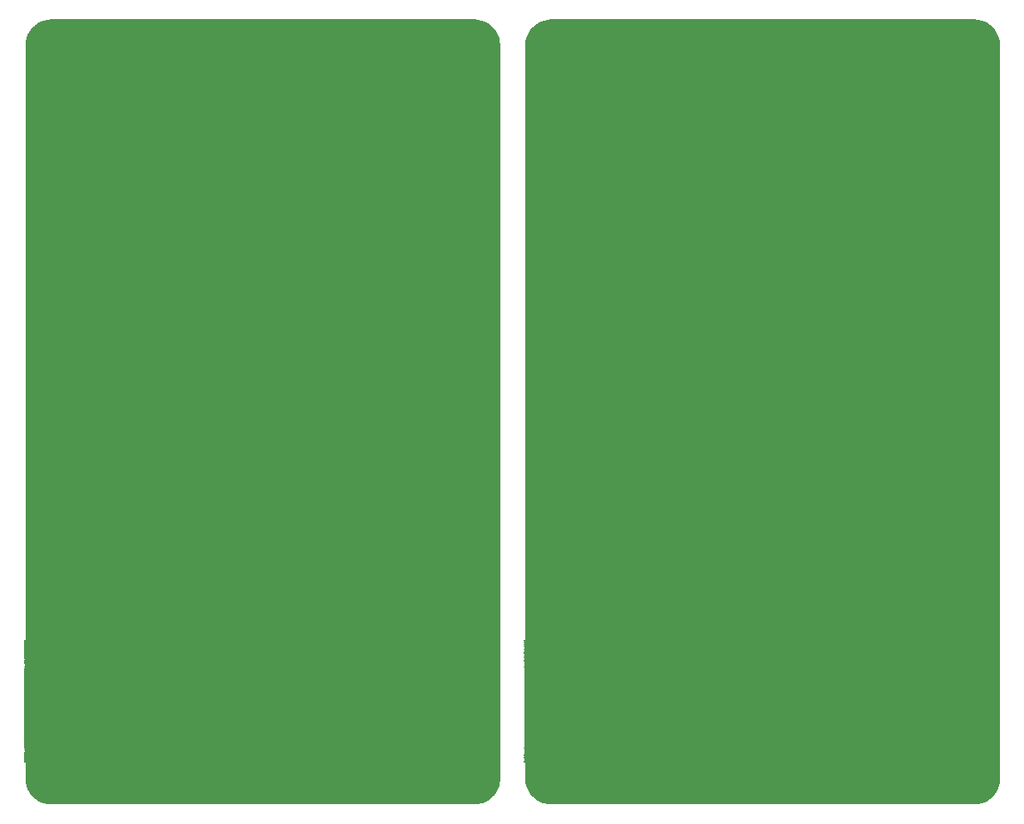
<source format=gtl>
%MOIN*%
%OFA0B0*%
%FSLAX25Y25*%
%IPPOS*%
%LPD*%
%AMOC8*
5,1,8,0,0,$1,22.5*%
%AMOC80*
5,1,8,0,0,$1,22.5*%
%ADD10R,0.0043X0.00107*%
%ADD11R,0.0011X0.00107*%
%ADD12R,0.012800000000000002X0.00106*%
%ADD13R,0.0159X0.00106*%
%ADD14R,0.0181X0.00107*%
%ADD15R,0.0192X0.00106*%
%ADD16R,0.0202X0.00107*%
%ADD17R,0.022399999999999996X0.00106*%
%ADD18R,0.0234X0.00106*%
%ADD19R,0.0245X0.00107*%
%ADD20R,0.025600000000000005X0.00106*%
%ADD21R,0.027600000000000003X0.00106*%
%ADD22R,0.027700000000000002X0.00107*%
%ADD23R,0.0298X0.00106*%
%ADD24R,0.0298X0.00107*%
%ADD25R,0.0309X0.00106*%
%ADD26R,0.032X0.00106*%
%ADD27R,0.0319X0.00107*%
%ADD28R,0.0319X0.00106*%
%ADD29R,0.033X0.00107*%
%ADD30R,0.033X0.00106*%
%ADD31R,0.0319X0.00107*%
%ADD32R,0.033X0.00106*%
%ADD33R,0.0319X0.00106*%
%ADD34R,0.0329X0.00107*%
%ADD35R,0.0319X0.00106*%
%ADD36R,0.0319X0.00106*%
%ADD37R,0.0329X0.00106*%
%ADD38R,0.032X0.00107*%
%ADD39R,0.0329X0.00106*%
%ADD40R,0.0329X0.00107*%
%ADD41R,0.0106X0.00107*%
%ADD42R,0.0212X0.00106*%
%ADD43R,0.0266X0.00107*%
%ADD44R,0.0308X0.00106*%
%ADD45R,0.032X0.00106*%
%ADD46R,0.0266X0.00106*%
%ADD47R,0.0362X0.00106*%
%ADD48R,0.0394X0.00107*%
%ADD49R,0.022299999999999997X0.00106*%
%ADD50R,0.0426X0.00106*%
%ADD51R,0.0202X0.00106*%
%ADD52R,0.044599999999999994X0.00106*%
%ADD53R,0.0171X0.00107*%
%ADD54R,0.0468X0.00107*%
%ADD55R,0.016X0.00106*%
%ADD56R,0.05X0.00106*%
%ADD57R,0.013800000000000002X0.00107*%
%ADD58R,0.051X0.00107*%
%ADD59R,0.0117X0.00106*%
%ADD60R,0.0532X0.00106*%
%ADD61R,0.0096X0.00106*%
%ADD62R,0.055400000000000005X0.00106*%
%ADD63R,0.0085X0.00107*%
%ADD64R,0.0574X0.00107*%
%ADD65R,0.0054X0.00106*%
%ADD66R,0.0596X0.00106*%
%ADD67R,0.0043X0.00106*%
%ADD68R,0.0596X0.00106*%
%ADD69R,0.0032000000000000006X0.00107*%
%ADD70R,0.0617X0.00107*%
%ADD71R,0.0649X0.00106*%
%ADD72R,0.0638X0.00107*%
%ADD73R,0.0638X0.00106*%
%ADD74R,0.066X0.00106*%
%ADD75R,0.066X0.00107*%
%ADD76R,0.068X0.00106*%
%ADD77R,0.068X0.00107*%
%ADD78R,0.0702X0.00106*%
%ADD79R,0.0691X0.00106*%
%ADD80R,0.0702X0.00107*%
%ADD81R,0.0713X0.00107*%
%ADD82R,0.0702X0.00106*%
%ADD83R,0.0713X0.00106*%
%ADD84R,0.0724X0.00107*%
%ADD85R,0.0713X0.00106*%
%ADD86R,0.0724X0.00106*%
%ADD87R,0.0691X0.00107*%
%ADD88R,0.067X0.00106*%
%ADD89R,0.066X0.00106*%
%ADD90R,0.0021X0.00107*%
%ADD91R,0.0649X0.00107*%
%ADD92R,0.0032000000000000006X0.00106*%
%ADD93R,0.0617X0.00106*%
%ADD94R,0.0021X0.00106*%
%ADD95R,0.0054X0.00106*%
%ADD96R,0.0606X0.00106*%
%ADD97R,0.0042X0.00106*%
%ADD98R,0.0074X0.00107*%
%ADD99R,0.0585X0.00106*%
%ADD100R,0.0074X0.00106*%
%ADD101R,0.0117X0.00106*%
%ADD102R,0.055400000000000005X0.00106*%
%ADD103R,0.0096X0.00106*%
%ADD104R,0.013900000000000001X0.00107*%
%ADD105R,0.0543X0.00107*%
%ADD106R,0.0117X0.00107*%
%ADD107R,0.017X0.00106*%
%ADD108R,0.067X0.00106*%
%ADD109R,0.0659X0.00107*%
%ADD110R,0.022299999999999997X0.00106*%
%ADD111R,0.0479X0.00106*%
%ADD112R,0.0181X0.00106*%
%ADD113R,0.0245X0.00106*%
%ADD114R,0.027600000000000003X0.00107*%
%ADD115R,0.0426X0.00107*%
%ADD116R,0.022399999999999996X0.00107*%
%ADD117R,0.0298X0.00106*%
%ADD118R,0.0404X0.00106*%
%ADD119R,0.0234X0.00106*%
%ADD120R,0.0372X0.00106*%
%ADD121R,0.027600000000000003X0.00106*%
%ADD122R,0.0351X0.00107*%
%ADD123R,0.034X0.00107*%
%ADD124R,0.0287X0.00107*%
%ADD125R,0.0372X0.00106*%
%ADD126R,0.0287X0.00106*%
%ADD127R,0.0415X0.00107*%
%ADD128R,0.0234X0.00107*%
%ADD129R,0.04250000000000001X0.00106*%
%ADD130R,0.0149X0.00106*%
%ADD131R,0.0011X0.00106*%
%ADD132R,0.0447X0.00106*%
%ADD133R,0.001X0.00106*%
%ADD134R,0.084X0.00106*%
%ADD135R,0.0458X0.00106*%
%ADD136R,0.09039999999999998X0.00107*%
%ADD137R,0.04689999999999999X0.00107*%
%ADD138R,0.0946X0.00106*%
%ADD139R,0.0468X0.00106*%
%ADD140R,0.096799999999999983X0.00106*%
%ADD141R,0.0468X0.00106*%
%ADD142R,0.0989X0.00107*%
%ADD143R,0.0479X0.00107*%
%ADD144R,0.10210000000000001X0.00106*%
%ADD145R,0.0489X0.00106*%
%ADD146R,0.10320000000000001X0.00106*%
%ADD147R,0.0489X0.00106*%
%ADD148R,0.1053X0.00107*%
%ADD149R,0.049X0.00107*%
%ADD150R,0.1064X0.00106*%
%ADD151R,0.0489X0.00106*%
%ADD152R,0.10850000000000001X0.00107*%
%ADD153R,0.05X0.00107*%
%ADD154R,0.1095X0.00106*%
%ADD155R,0.1117X0.00106*%
%ADD156R,0.1117X0.00107*%
%ADD157R,0.0511X0.00107*%
%ADD158R,0.11270000000000001X0.00106*%
%ADD159R,0.0511X0.00106*%
%ADD160R,0.11380000000000001X0.00107*%
%ADD161R,0.1149X0.00106*%
%ADD162R,0.0522X0.00106*%
%ADD163R,0.1159X0.00106*%
%ADD164R,0.0521X0.00106*%
%ADD165R,0.117X0.00107*%
%ADD166R,0.0521X0.00107*%
%ADD167R,0.0308X0.00107*%
%ADD168R,0.1181X0.00106*%
%ADD169R,0.0532X0.00106*%
%ADD170R,0.1181X0.00106*%
%ADD171R,0.0532X0.00106*%
%ADD172R,0.1191X0.00107*%
%ADD173R,0.0532X0.00107*%
%ADD174R,0.1202X0.00106*%
%ADD175R,0.1202X0.00107*%
%ADD176R,0.0553X0.00107*%
%ADD177R,0.1212X0.00106*%
%ADD178R,0.0542X0.00106*%
%ADD179R,0.1223X0.00106*%
%ADD180R,0.0553X0.00106*%
%ADD181R,0.1223X0.00107*%
%ADD182R,0.1234X0.00106*%
%ADD183R,0.0564X0.00106*%
%ADD184R,0.1234X0.00107*%
%ADD185R,0.1234X0.00106*%
%ADD186R,0.0575X0.00106*%
%ADD187R,0.1244X0.00106*%
%ADD188R,0.1244X0.00107*%
%ADD189R,0.0575X0.00107*%
%ADD190R,0.1255X0.00106*%
%ADD191R,0.1255X0.00106*%
%ADD192R,0.0585X0.00106*%
%ADD193R,0.1255X0.00107*%
%ADD194R,0.0585X0.00107*%
%ADD195R,0.1266X0.00107*%
%ADD196R,0.0595X0.00107*%
%ADD197R,0.1266X0.00106*%
%ADD198R,0.1266X0.00106*%
%ADD199R,0.060700000000000004X0.00107*%
%ADD200R,0.0309X0.00107*%
%ADD201R,0.1276X0.00107*%
%ADD202R,0.1276X0.00106*%
%ADD203R,0.0617X0.00106*%
%ADD204R,0.0627X0.00107*%
%ADD205R,0.0628X0.00106*%
%ADD206R,0.1276X0.00106*%
%ADD207R,0.0628X0.00106*%
%ADD208R,0.0639X0.00106*%
%ADD209R,0.0649X0.00106*%
%ADD210R,0.0649X0.00107*%
%ADD211R,0.0659X0.00106*%
%ADD212R,0.0808X0.00106*%
%ADD213R,0.001X0.00106*%
%ADD214R,0.0776X0.00107*%
%ADD215R,0.0372X0.00107*%
%ADD216R,0.0659X0.00107*%
%ADD217R,0.0766X0.00106*%
%ADD218R,0.0361X0.00106*%
%ADD219R,0.0755X0.00107*%
%ADD220R,0.001X0.00107*%
%ADD221R,0.0022X0.00107*%
%ADD222R,0.0681X0.00107*%
%ADD223R,0.0744X0.00106*%
%ADD224R,0.117X0.00106*%
%ADD225R,0.0734X0.00106*%
%ADD226R,0.0734X0.00107*%
%ADD227R,0.1128X0.00107*%
%ADD228R,0.0734X0.00106*%
%ADD229R,0.1128X0.00106*%
%ADD230R,0.1118X0.00107*%
%ADD231R,0.0309X0.00107*%
%ADD232R,0.0723X0.00106*%
%ADD233R,0.1107X0.00106*%
%ADD234R,0.1096X0.00106*%
%ADD235R,0.0723X0.00107*%
%ADD236R,0.1086X0.00107*%
%ADD237R,0.1075X0.00106*%
%ADD238R,0.0266X0.00106*%
%ADD239R,0.1053X0.00106*%
%ADD240R,0.0255X0.00106*%
%ADD241R,0.1054X0.00107*%
%ADD242R,0.10430000000000002X0.00106*%
%ADD243R,0.10320000000000001X0.00107*%
%ADD244R,0.0213X0.00107*%
%ADD245R,0.1022X0.00106*%
%ADD246R,0.0191X0.00106*%
%ADD247R,0.1011X0.00106*%
%ADD248R,0.0159X0.00106*%
%ADD249R,0.099000000000000019X0.00106*%
%ADD250R,0.0085X0.00106*%
%ADD251R,0.097900000000000015X0.00107*%
%ADD252R,0.0958X0.00106*%
%ADD253R,0.0958X0.00106*%
%ADD254R,0.0947X0.00107*%
%ADD255R,0.0947X0.00106*%
%ADD256R,0.0723X0.00106*%
%ADD257R,0.092600000000000016X0.00106*%
%ADD258R,0.091499999999999984X0.00107*%
%ADD259R,0.0905X0.00106*%
%ADD260R,0.0883X0.00107*%
%ADD261R,0.0894X0.00106*%
%ADD262R,0.0883X0.00106*%
%ADD263R,0.0883X0.00106*%
%ADD264R,0.0872X0.00107*%
%ADD265R,0.0872X0.00106*%
%ADD266R,0.0872X0.00106*%
%ADD267R,0.0905X0.00106*%
%ADD268R,0.091499999999999984X0.00106*%
%ADD269R,0.092600000000000016X0.00106*%
%ADD270R,0.0969X0.00107*%
%ADD271R,0.099000000000000019X0.00106*%
%ADD272R,0.1X0.00107*%
%ADD273R,0.1011X0.00107*%
%ADD274R,0.0096X0.00107*%
%ADD275R,0.10320000000000001X0.00106*%
%ADD276R,0.013900000000000001X0.00106*%
%ADD277R,0.10430000000000002X0.00106*%
%ADD278R,0.1064X0.00106*%
%ADD279R,0.1075X0.00107*%
%ADD280R,0.0255X0.00107*%
%ADD281R,0.1086X0.00106*%
%ADD282R,0.027700000000000002X0.00107*%
%ADD283R,0.1118X0.00106*%
%ADD284R,0.1139X0.00106*%
%ADD285R,0.0309X0.00106*%
%ADD286R,0.1149X0.00107*%
%ADD287R,0.1171X0.00106*%
%ADD288R,0.1181X0.00107*%
%ADD289R,0.0011X0.00106*%
%ADD290R,0.0692X0.00106*%
%ADD291R,0.0692X0.00106*%
%ADD292R,0.067X0.00107*%
%ADD293R,0.0671X0.00106*%
%ADD294R,0.0659X0.00106*%
%ADD295R,0.0744X0.00106*%
%ADD296R,0.034X0.00106*%
%ADD297R,0.0766X0.00106*%
%ADD298R,0.0361X0.00106*%
%ADD299R,0.0776X0.00106*%
%ADD300R,0.0383X0.00106*%
%ADD301R,0.0638X0.00106*%
%ADD302R,0.0819X0.00107*%
%ADD303R,0.0404X0.00107*%
%ADD304R,0.0617X0.00106*%
%ADD305R,0.0617X0.00106*%
%ADD306R,0.0606X0.00107*%
%ADD307R,0.060700000000000004X0.00106*%
%ADD308R,0.0596X0.00107*%
%ADD309R,0.0574X0.00106*%
%ADD310R,0.0564X0.00107*%
%ADD311R,0.0563X0.00106*%
%ADD312R,0.0563X0.00106*%
%ADD313R,0.0542X0.00106*%
%ADD314R,0.1244X0.00106*%
%ADD315R,0.0543X0.00106*%
%ADD316R,0.0532X0.00107*%
%ADD317R,0.0532X0.00106*%
%ADD318R,0.1223X0.00106*%
%ADD319R,0.0521X0.00106*%
%ADD320R,0.1212X0.00107*%
%ADD321R,0.1212X0.00106*%
%ADD322R,0.051X0.00106*%
%ADD323R,0.0511X0.00106*%
%ADD324R,0.1191X0.00106*%
%ADD325R,0.05X0.00106*%
%ADD326R,0.1159X0.00107*%
%ADD327R,0.1149X0.00106*%
%ADD328R,0.11380000000000001X0.00106*%
%ADD329R,0.11270000000000001X0.00107*%
%ADD330R,0.04689999999999999X0.00106*%
%ADD331R,0.1106X0.00107*%
%ADD332R,0.1095X0.00106*%
%ADD333R,0.0458X0.00106*%
%ADD334R,0.10850000000000001X0.00106*%
%ADD335R,0.0447X0.00106*%
%ADD336R,0.1064X0.00107*%
%ADD337R,0.0159X0.00107*%
%ADD338R,0.0394X0.00106*%
%ADD339R,0.10320000000000001X0.00106*%
%ADD340R,0.0351X0.00106*%
%ADD341R,0.0244X0.00106*%
%ADD342R,0.101X0.00107*%
%ADD343R,0.0989X0.00106*%
%ADD344R,0.0383X0.00106*%
%ADD345R,0.0202X0.00106*%
%ADD346R,0.096799999999999983X0.00107*%
%ADD347R,0.0936X0.00106*%
%ADD348R,0.0436X0.00106*%
%ADD349R,0.016X0.00106*%
%ADD350R,0.09039999999999998X0.00106*%
%ADD351R,0.0213X0.00106*%
%ADD352R,0.0457X0.00106*%
%ADD353R,0.013800000000000002X0.00106*%
%ADD354R,0.0095X0.00107*%
%ADD355R,0.0053X0.00107*%
%ADD356R,0.0191X0.00107*%
%ADD357R,0.0171X0.00106*%
%ADD358R,0.013800000000000002X0.00106*%
%ADD359R,0.0074X0.00106*%
%ADD360R,0.0712X0.00107*%
%ADD361R,0.012800000000000002X0.00107*%
%ADD362R,0.055400000000000005X0.00107*%
%ADD363R,0.0106X0.00106*%
%ADD364R,0.0075X0.00107*%
%ADD365R,0.0064000000000000012X0.00106*%
%ADD366R,0.0606X0.00106*%
%ADD367R,0.0032000000000000006X0.00107*%
%ADD368R,0.0712X0.00106*%
%ADD369R,0.0691X0.00106*%
%ADD370R,0.0712X0.00106*%
%ADD371R,0.0702X0.00107*%
%ADD372R,0.0681X0.00106*%
%ADD373R,0.0064000000000000012X0.00107*%
%ADD374R,0.0085X0.00106*%
%ADD375R,0.0574X0.00106*%
%ADD376R,0.0021X0.00106*%
%ADD377R,0.0032000000000000006X0.00106*%
%ADD378R,0.0043X0.00106*%
%ADD379R,0.0032000000000000006X0.00106*%
%ADD380R,0.0022X0.00106*%
%ADD381R,0.0107X0.00106*%
%ADD382R,0.049X0.00106*%
%ADD383R,0.0202X0.00106*%
%ADD384R,0.044599999999999994X0.00106*%
%ADD385R,0.022299999999999997X0.00107*%
%ADD386R,0.027700000000000002X0.00106*%
%ADD387R,0.034X0.00106*%
%ADD388R,0.0212X0.00107*%
%ADD389R,0.0341X0.00106*%
%ADD390R,0.0341X0.00106*%
%ADD391R,0.0341X0.00107*%
%ADD392R,0.0329X0.00106*%
%ADD393R,0.0309X0.00106*%
%ADD394R,0.0288X0.00106*%
%ADD395R,0.0288X0.00107*%
%ADD396R,0.0213X0.00106*%
%ADD397R,0.0149X0.00107*%
%ADD398R,0.012800000000000002X0.00106*%
%ADD399R,0.0095X0.00106*%
%ADD400R,0.0042X0.00107*%
%ADD401R,0.0373X0.00107*%
%ADD402R,0.0361X0.00107*%
%ADD403R,0.0393X0.00106*%
%ADD404R,0.0415X0.00106*%
%ADD405R,0.04250000000000001X0.00106*%
%ADD406R,0.0436X0.00107*%
%ADD407R,0.04250000000000001X0.00107*%
%ADD408R,0.0489X0.00107*%
%ADD409R,0.053100000000000008X0.00106*%
%ADD410R,0.0542X0.00107*%
%ADD411R,0.0553X0.00106*%
%ADD412R,0.0575X0.00106*%
%ADD413R,0.0595X0.00106*%
%ADD414R,0.0564X0.00106*%
%ADD415R,0.0595X0.00106*%
%ADD416R,0.0543X0.00106*%
%ADD417R,0.0542X0.00106*%
%ADD418R,0.053100000000000008X0.00107*%
%ADD419R,0.053100000000000008X0.00106*%
%ADD420R,0.0479X0.00106*%
%ADD421R,0.0457X0.00106*%
%ADD422R,0.0436X0.00106*%
%ADD423R,0.0405X0.00106*%
%ADD424R,0.0373X0.00106*%
%ADD425R,0.0372X0.00106*%
%ADD426R,0.0235X0.00106*%
%ADD427R,0.2809X0.00106*%
%ADD428R,0.2905X0.00106*%
%ADD429R,0.2947X0.00107*%
%ADD430R,0.299X0.00106*%
%ADD431R,0.3022X0.00106*%
%ADD432R,0.3054X0.00107*%
%ADD433R,0.3075X0.00106*%
%ADD434R,0.3096X0.00107*%
%ADD435R,0.3117X0.00106*%
%ADD436R,0.3139X0.00106*%
%ADD437R,0.31599999999999995X0.00107*%
%ADD438R,0.3181X0.00106*%
%ADD439R,0.3192X0.00106*%
%ADD440R,0.3213X0.00107*%
%ADD441R,0.3224X0.00106*%
%ADD442R,0.3245X0.00107*%
%ADD443R,0.3256X0.00106*%
%ADD444R,0.32659999999999995X0.00106*%
%ADD445R,0.3288X0.00107*%
%ADD446R,0.32979999999999993X0.00106*%
%ADD447R,0.33090000000000008X0.00107*%
%ADD448R,0.3319X0.00106*%
%ADD449R,0.333X0.00106*%
%ADD450R,0.33409999999999995X0.00107*%
%ADD451R,0.3351X0.00106*%
%ADD452R,0.3362X0.00106*%
%ADD453R,0.33729999999999993X0.00107*%
%ADD454R,0.3383X0.00106*%
%ADD455R,0.3394X0.00107*%
%ADD456R,0.3405X0.00106*%
%ADD457R,0.34150000000000008X0.00106*%
%ADD458R,0.34150000000000008X0.00107*%
%ADD459R,0.3426X0.00106*%
%ADD460R,0.3436X0.00107*%
%ADD461R,0.34469999999999995X0.00106*%
%ADD462R,0.3458X0.00106*%
%ADD463R,0.3458X0.00107*%
%ADD464R,0.3468X0.00106*%
%ADD465R,0.34789999999999993X0.00106*%
%ADD466R,0.34789999999999993X0.00107*%
%ADD467R,0.349X0.00106*%
%ADD468R,0.349X0.00107*%
%ADD469R,0.35X0.00106*%
%ADD470R,0.3511X0.00106*%
%ADD471R,0.3511X0.00107*%
%ADD472R,0.35219999999999996X0.00106*%
%ADD473R,0.3532X0.00107*%
%ADD474R,0.3532X0.00106*%
%ADD475R,0.3543X0.00106*%
%ADD476R,0.3543X0.00107*%
%ADD477R,0.35539999999999994X0.00106*%
%ADD478R,0.3564X0.00107*%
%ADD479R,0.3564X0.00106*%
%ADD480R,0.3575X0.00106*%
%ADD481R,0.3575X0.00106*%
%ADD482R,0.35849999999999993X0.00107*%
%ADD483R,0.35849999999999993X0.00106*%
%ADD484R,0.35849999999999993X0.00106*%
%ADD485R,0.3596X0.00107*%
%ADD486R,0.3596X0.00106*%
%ADD487R,0.3607X0.00107*%
%ADD488R,0.3607X0.00106*%
%ADD489R,0.3607X0.00106*%
%ADD490R,0.3617X0.00107*%
%ADD491R,0.3617X0.00106*%
%ADD492R,0.36280000000000007X0.00106*%
%ADD493R,0.36280000000000007X0.00106*%
%ADD494R,0.36280000000000007X0.00107*%
%ADD495R,0.3639X0.00106*%
%ADD496R,0.0074X0.00107*%
%ADD497R,0.0042X0.00107*%
%ADD498R,0.0063X0.00107*%
%ADD499R,0.3639X0.00107*%
%ADD500R,0.1063X0.00106*%
%ADD501R,0.3639X0.00106*%
%ADD502R,0.116X0.00106*%
%ADD503R,0.3649X0.00106*%
%ADD504R,0.1191X0.00106*%
%ADD505R,0.3649X0.00107*%
%ADD506R,0.3649X0.00106*%
%ADD507R,0.1277X0.00107*%
%ADD508R,0.1297X0.00106*%
%ADD509R,0.1319X0.00106*%
%ADD510R,0.36599999999999994X0.00106*%
%ADD511R,0.1341X0.00107*%
%ADD512R,0.36599999999999994X0.00107*%
%ADD513R,0.1341X0.00106*%
%ADD514R,0.36599999999999994X0.00106*%
%ADD515R,0.1361X0.00106*%
%ADD516R,0.1383X0.00107*%
%ADD517R,0.1383X0.00106*%
%ADD518R,0.1405X0.00107*%
%ADD519R,0.1405X0.00106*%
%ADD520R,0.1415X0.00106*%
%ADD521R,0.3671X0.00106*%
%ADD522R,0.1425X0.00107*%
%ADD523R,0.3671X0.00107*%
%ADD524R,0.1425X0.00106*%
%ADD525R,0.1436X0.00107*%
%ADD526R,0.1447X0.00106*%
%ADD527R,0.3671X0.00106*%
%ADD528R,0.1447X0.00106*%
%ADD529R,0.1447X0.00107*%
%ADD530R,0.1458X0.00106*%
%ADD531R,0.1457X0.00107*%
%ADD532R,0.1468X0.00106*%
%ADD533R,0.1468X0.00106*%
%ADD534R,0.1361X0.00106*%
%ADD535R,0.1202X0.00106*%
%ADD536R,0.097900000000000015X0.00107*%
%ADD537R,0.1X0.00106*%
%ADD538R,0.1213X0.00107*%
%ADD539R,0.1297X0.00107*%
%ADD540R,0.1319X0.00106*%
%ADD541R,0.1361X0.00107*%
%ADD542R,0.1383X0.00106*%
%ADD543R,0.1405X0.00106*%
%ADD544R,0.1425X0.00106*%
%ADD545R,0.1458X0.00107*%
%ADD546R,0.1458X0.00106*%
%ADD547R,0.1457X0.00106*%
%ADD548R,0.1457X0.00106*%
%ADD549R,0.1436X0.00106*%
%ADD550R,0.1415X0.00106*%
%ADD551R,0.1372X0.00107*%
%ADD552R,0.1341X0.00106*%
%ADD553R,0.1308X0.00106*%
%ADD554R,0.1277X0.00106*%
%ADD555R,0.1096X0.00106*%
%ADD556R,0.0022X0.00107*%
%ADD557R,0.0031X0.00107*%
%ADD558R,0.1107X0.00106*%
%ADD559R,0.1149X0.00107*%
%ADD560R,0.2373X0.00106*%
%ADD561R,0.1107X0.00106*%
%ADD562R,0.2319X0.00106*%
%ADD563R,0.2288X0.00107*%
%ADD564R,0.1054X0.00106*%
%ADD565R,0.2266X0.00106*%
%ADD566R,0.10320000000000001X0.00107*%
%ADD567R,0.2245X0.00107*%
%ADD568R,0.1022X0.00106*%
%ADD569R,0.22240000000000001X0.00106*%
%ADD570R,0.1X0.00106*%
%ADD571R,0.2213X0.00106*%
%ADD572R,0.099000000000000019X0.00107*%
%ADD573R,0.2192X0.00107*%
%ADD574R,0.0969X0.00106*%
%ADD575R,0.2181X0.00106*%
%ADD576R,0.216X0.00106*%
%ADD577R,0.0947X0.00107*%
%ADD578R,0.216X0.00107*%
%ADD579R,0.093700000000000019X0.00106*%
%ADD580R,0.2149X0.00106*%
%ADD581R,0.092600000000000016X0.00107*%
%ADD582R,0.21390000000000004X0.00107*%
%ADD583R,0.091499999999999984X0.00106*%
%ADD584R,0.2128X0.00106*%
%ADD585R,0.21170000000000003X0.00106*%
%ADD586R,0.0894X0.00107*%
%ADD587R,0.2107X0.00107*%
%ADD588R,0.0894X0.00106*%
%ADD589R,0.2096X0.00106*%
%ADD590R,0.2096X0.00106*%
%ADD591R,0.2085X0.00107*%
%ADD592R,0.087299999999999989X0.00106*%
%ADD593R,0.2085X0.00106*%
%ADD594R,0.086199999999999985X0.00107*%
%ADD595R,0.2075X0.00107*%
%ADD596R,0.086199999999999985X0.00106*%
%ADD597R,0.20640000000000003X0.00106*%
%ADD598R,0.0852X0.00106*%
%ADD599R,0.20640000000000003X0.00106*%
%ADD600R,0.0852X0.00107*%
%ADD601R,0.20640000000000003X0.00107*%
%ADD602R,0.0841X0.00106*%
%ADD603R,0.2054X0.00106*%
%ADD604R,0.0841X0.00107*%
%ADD605R,0.2054X0.00107*%
%ADD606R,0.2043X0.00106*%
%ADD607R,0.083X0.00106*%
%ADD608R,0.2043X0.00106*%
%ADD609R,0.083X0.00107*%
%ADD610R,0.2043X0.00107*%
%ADD611R,0.083X0.00106*%
%ADD612R,0.2032X0.00106*%
%ADD613R,0.08199999999999999X0.00107*%
%ADD614R,0.2032X0.00107*%
%ADD615R,0.10850000000000001X0.00106*%
%ADD616R,0.08199999999999999X0.00106*%
%ADD617R,0.2032X0.00106*%
%ADD618R,0.08199999999999999X0.00106*%
%ADD619R,0.1213X0.00106*%
%ADD620R,0.2022X0.00106*%
%ADD621R,0.2022X0.00106*%
%ADD622R,0.1287X0.00107*%
%ADD623R,0.2022X0.00107*%
%ADD624R,0.1372X0.00106*%
%ADD625R,0.1394X0.00106*%
%ADD626R,0.0841X0.00106*%
%ADD627R,0.2054X0.00106*%
%ADD628R,0.0852X0.00106*%
%ADD629R,0.086199999999999985X0.00106*%
%ADD630R,0.2075X0.00106*%
%ADD631R,0.017X0.00107*%
%ADD632R,0.0244X0.00106*%
%ADD633R,0.2107X0.00106*%
%ADD634R,0.0905X0.00107*%
%ADD635R,0.0394X0.00106*%
%ADD636R,0.0458X0.00107*%
%ADD637R,0.0936X0.00107*%
%ADD638R,0.047800000000000009X0.00106*%
%ADD639R,0.21710000000000002X0.00106*%
%ADD640R,0.2192X0.00106*%
%ADD641R,0.0522X0.00107*%
%ADD642R,0.2202X0.00107*%
%ADD643R,0.0564X0.00107*%
%ADD644R,0.2234X0.00107*%
%ADD645R,0.2256X0.00106*%
%ADD646R,0.1053X0.00106*%
%ADD647R,0.2277X0.00106*%
%ADD648R,0.0628X0.00107*%
%ADD649R,0.133X0.00107*%
%ADD650R,0.2298X0.00107*%
%ADD651R,0.1106X0.00106*%
%ADD652R,0.2341X0.00106*%
%ADD653R,0.2394X0.00106*%
%ADD654R,0.0692X0.00107*%
%ADD655R,0.0734X0.00107*%
%ADD656R,0.0756X0.00106*%
%ADD657R,0.0776X0.00106*%
%ADD658R,0.1149X0.00106*%
%ADD659R,0.0798X0.00107*%
%ADD660R,0.1107X0.00107*%
%ADD661R,0.0819X0.00106*%
%ADD662R,0.084X0.00107*%
%ADD663R,0.09039999999999998X0.00107*%
%ADD664R,0.10740000000000001X0.00107*%
%ADD665R,0.1117X0.00107*%
%ADD666R,0.11380000000000001X0.00106*%
%ADD667R,0.1224X0.00106*%
%ADD668R,0.1244X0.00107*%
%ADD669R,0.1288X0.00107*%
%ADD670R,0.35539999999999994X0.00107*%
%ADD671R,0.1308X0.00106*%
%ADD672R,0.133X0.00106*%
%ADD673R,0.35539999999999994X0.00106*%
%ADD674R,0.1351X0.00107*%
%ADD675R,0.1372X0.00106*%
%ADD676R,0.1394X0.00106*%
%ADD677R,0.1415X0.00107*%
%ADD678R,0.35219999999999996X0.00107*%
%ADD679R,0.1478X0.00106*%
%ADD680R,0.1489X0.00106*%
%ADD681R,0.149X0.00107*%
%ADD682R,0.1489X0.00106*%
%ADD683R,0.1489X0.00107*%
%ADD684R,0.149X0.00106*%
%ADD685R,0.1489X0.00107*%
%ADD686R,0.15X0.00106*%
%ADD687R,0.15X0.00106*%
%ADD688R,0.0042X0.00106*%
%ADD689R,0.0064000000000000012X0.00107*%
%ADD690R,0.0086X0.00106*%
%ADD691R,0.15X0.00107*%
%ADD692R,0.0148X0.00106*%
%ADD693R,0.0212X0.00106*%
%ADD694R,0.0287X0.00106*%
%ADD695R,0.3277X0.00107*%
%ADD696R,0.1511X0.00106*%
%ADD697R,0.0447X0.00106*%
%ADD698R,0.1511X0.00107*%
%ADD699R,0.0457X0.00107*%
%ADD700R,0.151X0.00106*%
%ADD701R,0.1511X0.00106*%
%ADD702R,0.151X0.00107*%
%ADD703R,0.0639X0.00107*%
%ADD704R,0.3043X0.00107*%
%ADD705R,0.151X0.00106*%
%ADD706R,0.0659X0.00106*%
%ADD707R,0.0692X0.00106*%
%ADD708R,0.1522X0.00107*%
%ADD709R,0.2883X0.00106*%
%ADD710R,0.0745X0.00106*%
%ADD711R,0.0064000000000000012X0.00106*%
%ADD712R,0.0053X0.00106*%
%ADD713R,0.0054X0.00106*%
%ADD714R,0.018X0.00106*%
%ADD715R,0.1522X0.00107*%
%ADD716R,0.1521X0.00106*%
%ADD717R,0.0798X0.00106*%
%ADD718R,0.1521X0.00106*%
%ADD719R,0.1521X0.00107*%
%ADD720R,0.1522X0.00106*%
%ADD721R,0.097900000000000015X0.00106*%
%ADD722R,0.1522X0.00106*%
%ADD723R,0.101X0.00106*%
%ADD724R,0.1532X0.00106*%
%ADD725R,0.1531X0.00106*%
%ADD726R,0.1532X0.00106*%
%ADD727R,0.1128X0.00106*%
%ADD728R,0.1532X0.00107*%
%ADD729R,0.1532X0.00106*%
%ADD730R,0.1532X0.00107*%
%ADD731R,0.1532X0.00106*%
%ADD732R,0.1309X0.00106*%
%ADD733R,0.1329X0.00106*%
%ADD734R,0.1373X0.00106*%
%ADD735R,0.1531X0.00107*%
%ADD736R,0.1393X0.00107*%
%ADD737R,0.1542X0.00106*%
%ADD738R,0.1543X0.00106*%
%ADD739R,0.1542X0.00107*%
%ADD740R,0.1543X0.00107*%
%ADD741R,0.1542X0.00106*%
%ADD742R,0.1554X0.00106*%
%ADD743R,0.1564X0.00107*%
%ADD744R,0.1542X0.00106*%
%ADD745R,0.1596X0.00106*%
%ADD746R,0.0181X0.00106*%
%ADD747R,0.1543X0.00106*%
%ADD748R,0.16169999999999998X0.00106*%
%ADD749R,0.0245X0.00106*%
%ADD750R,0.1638X0.00107*%
%ADD751R,0.1542X0.00106*%
%ADD752R,0.166X0.00106*%
%ADD753R,0.1681X0.00107*%
%ADD754R,0.17019999999999996X0.00106*%
%ADD755R,0.17239999999999997X0.00106*%
%ADD756R,0.17549999999999996X0.00107*%
%ADD757R,0.1766X0.00106*%
%ADD758R,0.1553X0.00106*%
%ADD759R,0.1798X0.00106*%
%ADD760R,0.04689999999999999X0.00106*%
%ADD761R,0.1554X0.00107*%
%ADD762R,0.1819X0.00107*%
%ADD763R,0.1553X0.00106*%
%ADD764R,0.184X0.00106*%
%ADD765R,0.1862X0.00107*%
%ADD766R,0.18829999999999997X0.00106*%
%ADD767R,0.19040000000000004X0.00106*%
%ADD768R,0.1926X0.00107*%
%ADD769R,0.1947X0.00106*%
%ADD770R,0.1979X0.00107*%
%ADD771R,0.1479X0.00106*%
%ADD772R,0.19890000000000002X0.00106*%
%ADD773R,0.20110000000000003X0.00106*%
%ADD774R,0.2032X0.00107*%
%ADD775R,0.20630000000000004X0.00106*%
%ADD776R,0.1404X0.00106*%
%ADD777R,0.1372X0.00107*%
%ADD778R,0.2127X0.00106*%
%ADD779R,0.2149X0.00107*%
%ADD780R,0.1319X0.00106*%
%ADD781R,0.2191X0.00106*%
%ADD782R,0.2213X0.00107*%
%ADD783R,0.1235X0.00107*%
%ADD784R,0.22230000000000003X0.00107*%
%ADD785R,0.2234X0.00106*%
%ADD786R,0.1171X0.00107*%
%ADD787R,0.0107X0.00106*%
%ADD788R,0.116X0.00106*%
%ADD789R,0.2244X0.00106*%
%ADD790R,0.11270000000000001X0.00106*%
%ADD791R,0.2245X0.00106*%
%ADD792R,0.3362X0.00107*%
%ADD793R,0.2244X0.00106*%
%ADD794R,0.1063X0.00107*%
%ADD795R,0.3319X0.00106*%
%ADD796R,0.0234X0.00106*%
%ADD797R,0.3276X0.00106*%
%ADD798R,0.0053X0.00106*%
%ADD799R,0.32659999999999995X0.00107*%
%ADD800R,0.027700000000000002X0.00106*%
%ADD801R,0.3245X0.00106*%
%ADD802R,0.0107X0.00106*%
%ADD803R,0.32339999999999997X0.00107*%
%ADD804R,0.0127X0.00107*%
%ADD805R,0.3203X0.00106*%
%ADD806R,0.0149X0.00106*%
%ADD807R,0.0362X0.00107*%
%ADD808R,0.317X0.00107*%
%ADD809R,0.0404X0.00106*%
%ADD810R,0.3128X0.00106*%
%ADD811R,0.3117X0.00107*%
%ADD812R,0.3085X0.00106*%
%ADD813R,0.3075X0.00107*%
%ADD814R,0.3042X0.00106*%
%ADD815R,0.3021X0.00106*%
%ADD816R,0.0362X0.00106*%
%ADD817R,0.3011X0.00107*%
%ADD818R,0.0383X0.00107*%
%ADD819R,0.2979X0.00106*%
%ADD820R,0.0415X0.00106*%
%ADD821R,0.2968X0.00106*%
%ADD822R,0.2958X0.00107*%
%ADD823R,0.0457X0.00107*%
%ADD824R,0.2926X0.00106*%
%ADD825R,0.2904X0.00107*%
%ADD826R,0.0522X0.00106*%
%ADD827R,0.2872X0.00106*%
%ADD828R,0.284X0.00107*%
%ADD829R,0.2819X0.00106*%
%ADD830R,0.2819X0.00107*%
%ADD831R,0.2776X0.00106*%
%ADD832R,0.2766X0.00106*%
%ADD833R,0.2756X0.00107*%
%ADD834R,0.2723X0.00106*%
%ADD835R,0.2702X0.00106*%
%ADD836R,0.0671X0.00106*%
%ADD837R,0.2692X0.00107*%
%ADD838R,0.2659X0.00106*%
%ADD839R,0.0692X0.00106*%
%ADD840R,0.2639X0.00107*%
%ADD841R,0.2628X0.00106*%
%ADD842R,0.2595X0.00106*%
%ADD843R,0.0735X0.00106*%
%ADD844R,0.2585X0.00107*%
%ADD845R,0.2564X0.00106*%
%ADD846R,0.0755X0.00106*%
%ADD847R,0.2553X0.00107*%
%ADD848R,0.0766X0.00107*%
%ADD849R,0.2521X0.00106*%
%ADD850R,0.0149X0.00106*%
%ADD851R,0.25X0.00106*%
%ADD852R,0.0787X0.00106*%
%ADD853R,0.2489X0.00107*%
%ADD854R,0.0787X0.00107*%
%ADD855R,0.0192X0.00106*%
%ADD856R,0.2457X0.00106*%
%ADD857R,0.0808X0.00106*%
%ADD858R,0.2436X0.00106*%
%ADD859R,0.0819X0.00106*%
%ADD860R,0.2426X0.00107*%
%ADD861R,0.2404X0.00106*%
%ADD862R,0.2394X0.00107*%
%ADD863R,0.3202X0.00106*%
%ADD864R,0.31909999999999994X0.00106*%
%ADD865R,0.3181X0.00107*%
%ADD866R,0.3149X0.00106*%
%ADD867R,0.3127X0.00107*%
%ADD868R,0.0404X0.00106*%
%ADD869R,0.0447X0.00107*%
%ADD870R,0.3064X0.00107*%
%ADD871R,0.3053X0.00106*%
%ADD872R,0.3021X0.00106*%
%ADD873R,0.301X0.00107*%
%ADD874R,0.2989X0.00106*%
%ADD875R,0.2968X0.00107*%
%ADD876R,0.2936X0.00106*%
%ADD877R,0.2915X0.00106*%
%ADD878R,0.2904X0.00107*%
%ADD879R,0.2873X0.00106*%
%ADD880R,0.0639X0.00106*%
%ADD881R,0.2862X0.00106*%
%ADD882R,0.2809X0.00106*%
%ADD883R,0.0671X0.00107*%
%ADD884R,0.2787X0.00107*%
%ADD885R,0.0681X0.00106*%
%ADD886R,0.2777X0.00106*%
%ADD887R,0.2745X0.00106*%
%ADD888R,0.2734X0.00107*%
%ADD889R,0.2713X0.00106*%
%ADD890R,0.2681X0.00107*%
%ADD891R,0.2659X0.00106*%
%ADD892R,0.2639X0.00106*%
%ADD893R,0.0745X0.00107*%
%ADD894R,0.2617X0.00107*%
%ADD895R,0.0755X0.00106*%
%ADD896R,0.2606X0.00106*%
%ADD897R,0.2575X0.00106*%
%ADD898R,0.2543X0.00106*%
%ADD899R,0.2511X0.00107*%
%ADD900R,0.0788X0.00106*%
%ADD901R,0.2468X0.00106*%
%ADD902R,0.2457X0.00107*%
%ADD903R,0.2425X0.00106*%
%ADD904R,0.0808X0.00107*%
%ADD905R,0.24050000000000002X0.00107*%
%ADD906R,0.0819X0.00106*%
%ADD907R,0.2372X0.00106*%
%ADD908R,0.2341X0.00107*%
%ADD909R,0.233X0.00106*%
%ADD910R,0.2298X0.00106*%
%ADD911R,0.2277X0.00107*%
%ADD912R,0.2277X0.00106*%
%ADD913R,0.085099999999999981X0.00107*%
%ADD914R,0.0297X0.00107*%
%ADD915R,0.085099999999999981X0.00106*%
%ADD916R,0.2213X0.00106*%
%ADD917R,0.0255X0.00106*%
%ADD918R,0.085099999999999981X0.00106*%
%ADD919R,0.2202X0.00106*%
%ADD920R,0.21710000000000002X0.00107*%
%ADD921R,0.0127X0.00107*%
%ADD922R,0.086199999999999985X0.00106*%
%ADD923R,0.216X0.00106*%
%ADD924R,0.0861X0.00107*%
%ADD925R,0.2127X0.00107*%
%ADD926R,0.0872X0.00106*%
%ADD927R,0.21170000000000003X0.00106*%
%ADD928R,0.0872X0.00107*%
%ADD929R,0.0872X0.00106*%
%ADD930R,0.2053X0.00106*%
%ADD931R,0.2032X0.00106*%
%ADD932R,0.2X0.00107*%
%ADD933R,0.19890000000000002X0.00106*%
%ADD934R,0.0893X0.00107*%
%ADD935R,0.19570000000000004X0.00107*%
%ADD936R,0.1947X0.00106*%
%ADD937R,0.1915X0.00106*%
%ADD938R,0.19040000000000004X0.00107*%
%ADD939R,0.0894X0.00106*%
%ADD940R,0.1851X0.00106*%
%ADD941R,0.18290000000000004X0.00107*%
%ADD942R,0.1819X0.00106*%
%ADD943R,0.1787X0.00107*%
%ADD944R,0.1766X0.00106*%
%ADD945R,0.0914X0.00107*%
%ADD946R,0.17229999999999998X0.00107*%
%ADD947R,0.17019999999999996X0.00106*%
%ADD948R,0.1691X0.00107*%
%ADD949R,0.0925X0.00106*%
%ADD950R,0.1659X0.00106*%
%ADD951R,0.0925X0.00106*%
%ADD952R,0.1639X0.00106*%
%ADD953R,0.1628X0.00107*%
%ADD954R,0.15949999999999998X0.00106*%
%ADD955R,0.0936X0.00106*%
%ADD956R,0.1585X0.00106*%
%ADD957R,0.093700000000000019X0.00107*%
%ADD958R,0.1553X0.00107*%
%ADD959R,0.0946X0.00106*%
%ADD960R,0.09569999999999998X0.00107*%
%ADD961R,0.09569999999999998X0.00106*%
%ADD962R,0.09569999999999998X0.00107*%
%ADD963R,0.1319X0.00106*%
%ADD964R,0.096799999999999983X0.00106*%
%ADD965R,0.1309X0.00106*%
%ADD966R,0.097900000000000015X0.00106*%
%ADD967R,0.1213X0.00106*%
%ADD968R,0.0978X0.00106*%
%ADD969R,0.1011X0.00106*%
%ADD970R,0.10210000000000001X0.00106*%
%ADD971R,0.10210000000000001X0.00107*%
%ADD972R,0.097900000000000015X0.00106*%
%ADD973R,0.0947X0.00106*%
%ADD974R,0.1042X0.00107*%
%ADD975R,0.1054X0.00106*%
%ADD976R,0.0829X0.00107*%
%ADD977R,0.080899999999999986X0.00106*%
%ADD978R,0.080899999999999986X0.00107*%
%ADD979R,0.10740000000000001X0.00106*%
%ADD980R,0.1095X0.00107*%
%ADD981R,0.1117X0.00106*%
%ADD982R,0.0542X0.00106*%
%ADD983R,0.1224X0.00106*%
%ADD984R,0.1256X0.00107*%
%ADD985R,0.1298X0.00107*%
%ADD986R,0.0405X0.00107*%
%ADD987R,0.134X0.00106*%
%ADD988R,0.1362X0.00107*%
%ADD989R,0.1394X0.00106*%
%ADD990R,0.1564X0.00106*%
%ADD991R,0.1606X0.00106*%
%ADD992R,0.0191X0.00106*%
%ADD993R,0.16489999999999996X0.00107*%
%ADD994R,0.1692X0.00106*%
%ADD995R,0.1734X0.00107*%
%ADD996R,0.1787X0.00106*%
%ADD997R,0.18299999999999997X0.00106*%
%ADD998R,0.1872X0.00107*%
%ADD999R,0.1926X0.00106*%
%ADD1000R,0.1969X0.00106*%
%ADD1001R,0.2021X0.00107*%
%ADD1002R,0.2106X0.00107*%
%ADD1003R,0.2138X0.00106*%
%ADD1004R,0.2212X0.00107*%
%ADD1005R,0.2255X0.00106*%
%ADD1006R,0.2277X0.00106*%
%ADD1007R,0.2319X0.00107*%
%ADD1008R,0.233X0.00106*%
%ADD1009R,0.2351X0.00106*%
%ADD1010R,0.2362X0.00106*%
%ADD1011R,0.2372X0.00107*%
%ADD1012R,0.2383X0.00106*%
%ADD1013R,0.2415X0.00106*%
%ADD1014R,0.2447X0.00106*%
%ADD1015R,0.2458X0.00107*%
%ADD1016R,0.0522X0.00107*%
%ADD1017R,0.2468X0.00106*%
%ADD1018R,0.2479X0.00107*%
%ADD1019R,0.0489X0.00107*%
%ADD1020R,0.249X0.00106*%
%ADD1021R,0.1106X0.00106*%
%ADD1022R,0.0372X0.00107*%
%ADD1023R,0.1287X0.00106*%
%ADD1024R,0.1064X0.00106*%
%ADD1025R,0.10430000000000002X0.00107*%
%ADD1026R,0.10320000000000001X0.00106*%
%ADD1027R,0.0288X0.00106*%
%ADD1028R,0.1245X0.00106*%
%ADD1029R,0.027700000000000002X0.00106*%
%ADD1030R,0.1245X0.00107*%
%ADD1031R,0.0244X0.00107*%
%ADD1032R,0.0202X0.00107*%
%ADD1033R,0.1224X0.00106*%
%ADD1034R,0.0989X0.00106*%
%ADD1035R,0.1224X0.00107*%
%ADD1036R,0.0117X0.00106*%
%ADD1037R,0.0947X0.00106*%
%ADD1038R,0.1192X0.00106*%
%ADD1039R,0.0947X0.00106*%
%ADD1040R,0.1192X0.00107*%
%ADD1041R,0.1192X0.00106*%
%ADD1042R,0.0925X0.00107*%
%ADD1043R,0.09039999999999998X0.00106*%
%ADD1044R,0.116X0.00107*%
%ADD1045R,0.0617X0.00107*%
%ADD1046R,0.0586X0.00106*%
%ADD1047R,0.1117X0.00106*%
%ADD1048R,0.0022X0.00106*%
%ADD1049R,0.1096X0.00107*%
%ADD1050R,0.1075X0.00106*%
%ADD1051R,0.0787X0.00107*%
%ADD1052R,0.0777X0.00106*%
%ADD1053R,0.0702X0.00106*%
%ADD1054R,0.060700000000000004X0.00106*%
%ADD1055R,0.0362X0.00106*%
%ADD1056R,0.0287X0.00106*%
%ADD1057R,0.022399999999999996X0.00106*%
%ADD1058R,0.016X0.00107*%
%ADD1059R,0.0075X0.00106*%
%ADD1060R,0.0064000000000000012X0.00106*%
%ADD1061R,0.0171X0.00106*%
%ADD1062R,0.0192X0.00107*%
%ADD1063R,0.025600000000000005X0.00106*%
%ADD1064R,0.0287X0.00107*%
%ADD1065R,0.0287X0.00106*%
%ADD1066R,0.027700000000000002X0.00106*%
%ADD1067R,0.0054X0.00107*%
%ADD1068R,0.0075X0.00106*%
%ADD1069R,0.0107X0.00107*%
%ADD1070R,0.0117X0.00107*%
%ADD1071R,0.0117X0.00106*%
%ADD1072R,0.0127X0.00106*%
%ADD1073R,0.0127X0.00106*%
%ADD1074R,0.0127X0.00106*%
%ADD1075R,0.0107X0.00106*%
%ADD1076R,0.0118X0.00107*%
%ADD1077R,0.0362X0.00107*%
%ADD1078R,0.0394X0.00107*%
%ADD1079R,0.1064X0.00107*%
%ADD1080R,0.0479X0.00107*%
%ADD1081R,0.0426X0.00106*%
%ADD1082R,0.0394X0.00106*%
%ADD1083R,0.0362X0.00106*%
%ADD1084R,0.0351X0.00106*%
%ADD1085R,0.0265X0.00106*%
%ADD1086R,0.025600000000000005X0.00107*%
%ADD1087R,0.0308X0.00106*%
%ADD1088R,0.0244X0.00106*%
%ADD1089R,0.0192X0.00107*%
%ADD1090R,0.0212X0.00106*%
%ADD1091R,0.0234X0.00107*%
%ADD1092R,0.0235X0.00106*%
%ADD1093R,0.049X0.00106*%
%ADD1094R,0.0457X0.00106*%
%ADD1095R,0.0447X0.00107*%
%ADD1096R,0.0244X0.00107*%
%ADD1097R,0.0234X0.00106*%
%ADD1098R,0.0235X0.00107*%
%ADD1099R,0.0702X0.00106*%
%ADD1100R,0.0734X0.00106*%
%ADD1101R,0.0787X0.00106*%
%ADD1102R,0.080899999999999986X0.00106*%
%ADD1103R,0.087299999999999989X0.00107*%
%ADD1104R,0.0893X0.00106*%
%ADD1105R,0.022399999999999996X0.00107*%
%ADD1106R,0.0212X0.00107*%
%ADD1107R,0.022399999999999996X0.00106*%
%ADD1108R,0.0212X0.00106*%
%ADD1109R,0.0309X0.00106*%
%ADD1110R,0.0329X0.00106*%
%ADD1111R,0.0373X0.00106*%
%ADD1112R,0.11270000000000001X0.00106*%
%ADD1113R,0.093700000000000019X0.00106*%
%ADD1114R,0.0745X0.00106*%
%ADD1115C,0.006000000000000001*%
%ADD1126R,0.0043X0.00107*%
%ADD1127R,0.0011X0.00107*%
%ADD1128R,0.012800000000000002X0.00106*%
%ADD1129R,0.0159X0.00106*%
%ADD1130R,0.0181X0.00107*%
%ADD1131R,0.0192X0.00106*%
%ADD1132R,0.0202X0.00107*%
%ADD1133R,0.022399999999999996X0.00106*%
%ADD1134R,0.0234X0.00106*%
%ADD1135R,0.0245X0.00107*%
%ADD1136R,0.025600000000000005X0.00106*%
%ADD1137R,0.027600000000000003X0.00106*%
%ADD1138R,0.027700000000000002X0.00107*%
%ADD1139R,0.0298X0.00106*%
%ADD1140R,0.0298X0.00107*%
%ADD1141R,0.0309X0.00106*%
%ADD1142R,0.032X0.00106*%
%ADD1143R,0.0319X0.00107*%
%ADD1144R,0.0319X0.00106*%
%ADD1145R,0.033X0.00107*%
%ADD1146R,0.033X0.00106*%
%ADD1147R,0.0319X0.00107*%
%ADD1148R,0.033X0.00106*%
%ADD1149R,0.0319X0.00106*%
%ADD1150R,0.0329X0.00107*%
%ADD1151R,0.0319X0.00106*%
%ADD1152R,0.0319X0.00106*%
%ADD1153R,0.0329X0.00106*%
%ADD1154R,0.032X0.00107*%
%ADD1155R,0.0329X0.00106*%
%ADD1156R,0.0329X0.00107*%
%ADD1157R,0.0106X0.00107*%
%ADD1158R,0.0212X0.00106*%
%ADD1159R,0.0266X0.00107*%
%ADD1160R,0.0308X0.00106*%
%ADD1161R,0.032X0.00106*%
%ADD1162R,0.0266X0.00106*%
%ADD1163R,0.0362X0.00106*%
%ADD1164R,0.0394X0.00107*%
%ADD1165R,0.022299999999999997X0.00106*%
%ADD1166R,0.0426X0.00106*%
%ADD1167R,0.0202X0.00106*%
%ADD1168R,0.044599999999999994X0.00106*%
%ADD1169R,0.0171X0.00107*%
%ADD1170R,0.0468X0.00107*%
%ADD1171R,0.016X0.00106*%
%ADD1172R,0.05X0.00106*%
%ADD1173R,0.013800000000000002X0.00107*%
%ADD1174R,0.051X0.00107*%
%ADD1175R,0.0117X0.00106*%
%ADD1176R,0.0532X0.00106*%
%ADD1177R,0.0096X0.00106*%
%ADD1178R,0.055400000000000005X0.00106*%
%ADD1179R,0.0085X0.00107*%
%ADD1180R,0.0574X0.00107*%
%ADD1181R,0.0054X0.00106*%
%ADD1182R,0.0596X0.00106*%
%ADD1183R,0.0043X0.00106*%
%ADD1184R,0.0596X0.00106*%
%ADD1185R,0.0032000000000000006X0.00107*%
%ADD1186R,0.0617X0.00107*%
%ADD1187R,0.0649X0.00106*%
%ADD1188R,0.0638X0.00107*%
%ADD1189R,0.0638X0.00106*%
%ADD1190R,0.066X0.00106*%
%ADD1191R,0.066X0.00107*%
%ADD1192R,0.068X0.00106*%
%ADD1193R,0.068X0.00107*%
%ADD1194R,0.0702X0.00106*%
%ADD1195R,0.0691X0.00106*%
%ADD1196R,0.0702X0.00107*%
%ADD1197R,0.0713X0.00107*%
%ADD1198R,0.0702X0.00106*%
%ADD1199R,0.0713X0.00106*%
%ADD1200R,0.0724X0.00107*%
%ADD1201R,0.0713X0.00106*%
%ADD1202R,0.0724X0.00106*%
%ADD1203R,0.0691X0.00107*%
%ADD1204R,0.067X0.00106*%
%ADD1205R,0.066X0.00106*%
%ADD1206R,0.0021X0.00107*%
%ADD1207R,0.0649X0.00107*%
%ADD1208R,0.0032000000000000006X0.00106*%
%ADD1209R,0.0617X0.00106*%
%ADD1210R,0.0021X0.00106*%
%ADD1211R,0.0054X0.00106*%
%ADD1212R,0.0606X0.00106*%
%ADD1213R,0.0042X0.00106*%
%ADD1214R,0.0074X0.00107*%
%ADD1215R,0.0585X0.00106*%
%ADD1216R,0.0074X0.00106*%
%ADD1217R,0.0117X0.00106*%
%ADD1218R,0.055400000000000005X0.00106*%
%ADD1219R,0.0096X0.00106*%
%ADD1220R,0.013900000000000001X0.00107*%
%ADD1221R,0.0543X0.00107*%
%ADD1222R,0.0117X0.00107*%
%ADD1223R,0.017X0.00106*%
%ADD1224R,0.067X0.00106*%
%ADD1225R,0.0659X0.00107*%
%ADD1226R,0.022299999999999997X0.00106*%
%ADD1227R,0.0479X0.00106*%
%ADD1228R,0.0181X0.00106*%
%ADD1229R,0.0245X0.00106*%
%ADD1230R,0.027600000000000003X0.00107*%
%ADD1231R,0.0426X0.00107*%
%ADD1232R,0.022399999999999996X0.00107*%
%ADD1233R,0.0298X0.00106*%
%ADD1234R,0.0404X0.00106*%
%ADD1235R,0.0234X0.00106*%
%ADD1236R,0.0372X0.00106*%
%ADD1237R,0.027600000000000003X0.00106*%
%ADD1238R,0.0351X0.00107*%
%ADD1239R,0.034X0.00107*%
%ADD1240R,0.0287X0.00107*%
%ADD1241R,0.0372X0.00106*%
%ADD1242R,0.0287X0.00106*%
%ADD1243R,0.0415X0.00107*%
%ADD1244R,0.0234X0.00107*%
%ADD1245R,0.04250000000000001X0.00106*%
%ADD1246R,0.0149X0.00106*%
%ADD1247R,0.0011X0.00106*%
%ADD1248R,0.0447X0.00106*%
%ADD1249R,0.001X0.00106*%
%ADD1250R,0.084X0.00106*%
%ADD1251R,0.0458X0.00106*%
%ADD1252R,0.09039999999999998X0.00107*%
%ADD1253R,0.04689999999999999X0.00107*%
%ADD1254R,0.0946X0.00106*%
%ADD1255R,0.0468X0.00106*%
%ADD1256R,0.096799999999999983X0.00106*%
%ADD1257R,0.0468X0.00106*%
%ADD1258R,0.0989X0.00107*%
%ADD1259R,0.0479X0.00107*%
%ADD1260R,0.10210000000000001X0.00106*%
%ADD1261R,0.0489X0.00106*%
%ADD1262R,0.10320000000000001X0.00106*%
%ADD1263R,0.0489X0.00106*%
%ADD1264R,0.1053X0.00107*%
%ADD1265R,0.049X0.00107*%
%ADD1266R,0.1064X0.00106*%
%ADD1267R,0.0489X0.00106*%
%ADD1268R,0.10850000000000001X0.00107*%
%ADD1269R,0.05X0.00107*%
%ADD1270R,0.1095X0.00106*%
%ADD1271R,0.1117X0.00106*%
%ADD1272R,0.1117X0.00107*%
%ADD1273R,0.0511X0.00107*%
%ADD1274R,0.11270000000000001X0.00106*%
%ADD1275R,0.0511X0.00106*%
%ADD1276R,0.11380000000000001X0.00107*%
%ADD1277R,0.1149X0.00106*%
%ADD1278R,0.0522X0.00106*%
%ADD1279R,0.1159X0.00106*%
%ADD1280R,0.0521X0.00106*%
%ADD1281R,0.117X0.00107*%
%ADD1282R,0.0521X0.00107*%
%ADD1283R,0.0308X0.00107*%
%ADD1284R,0.1181X0.00106*%
%ADD1285R,0.0532X0.00106*%
%ADD1286R,0.1181X0.00106*%
%ADD1287R,0.0532X0.00106*%
%ADD1288R,0.1191X0.00107*%
%ADD1289R,0.0532X0.00107*%
%ADD1290R,0.1202X0.00106*%
%ADD1291R,0.1202X0.00107*%
%ADD1292R,0.0553X0.00107*%
%ADD1293R,0.1212X0.00106*%
%ADD1294R,0.0542X0.00106*%
%ADD1295R,0.1223X0.00106*%
%ADD1296R,0.0553X0.00106*%
%ADD1297R,0.1223X0.00107*%
%ADD1298R,0.1234X0.00106*%
%ADD1299R,0.0564X0.00106*%
%ADD1300R,0.1234X0.00107*%
%ADD1301R,0.1234X0.00106*%
%ADD1302R,0.0575X0.00106*%
%ADD1303R,0.1244X0.00106*%
%ADD1304R,0.1244X0.00107*%
%ADD1305R,0.0575X0.00107*%
%ADD1306R,0.1255X0.00106*%
%ADD1307R,0.1255X0.00106*%
%ADD1308R,0.0585X0.00106*%
%ADD1309R,0.1255X0.00107*%
%ADD1310R,0.0585X0.00107*%
%ADD1311R,0.1266X0.00107*%
%ADD1312R,0.0595X0.00107*%
%ADD1313R,0.1266X0.00106*%
%ADD1314R,0.1266X0.00106*%
%ADD1315R,0.060700000000000004X0.00107*%
%ADD1316R,0.0309X0.00107*%
%ADD1317R,0.1276X0.00107*%
%ADD1318R,0.1276X0.00106*%
%ADD1319R,0.0617X0.00106*%
%ADD1320R,0.0627X0.00107*%
%ADD1321R,0.0628X0.00106*%
%ADD1322R,0.1276X0.00106*%
%ADD1323R,0.0628X0.00106*%
%ADD1324R,0.0639X0.00106*%
%ADD1325R,0.0649X0.00106*%
%ADD1326R,0.0649X0.00107*%
%ADD1327R,0.0659X0.00106*%
%ADD1328R,0.0808X0.00106*%
%ADD1329R,0.001X0.00106*%
%ADD1330R,0.0776X0.00107*%
%ADD1331R,0.0372X0.00107*%
%ADD1332R,0.0659X0.00107*%
%ADD1333R,0.0766X0.00106*%
%ADD1334R,0.0361X0.00106*%
%ADD1335R,0.0755X0.00107*%
%ADD1336R,0.001X0.00107*%
%ADD1337R,0.0022X0.00107*%
%ADD1338R,0.0681X0.00107*%
%ADD1339R,0.0744X0.00106*%
%ADD1340R,0.117X0.00106*%
%ADD1341R,0.0734X0.00106*%
%ADD1342R,0.0734X0.00107*%
%ADD1343R,0.1128X0.00107*%
%ADD1344R,0.0734X0.00106*%
%ADD1345R,0.1128X0.00106*%
%ADD1346R,0.1118X0.00107*%
%ADD1347R,0.0309X0.00107*%
%ADD1348R,0.0723X0.00106*%
%ADD1349R,0.1107X0.00106*%
%ADD1350R,0.1096X0.00106*%
%ADD1351R,0.0723X0.00107*%
%ADD1352R,0.1086X0.00107*%
%ADD1353R,0.1075X0.00106*%
%ADD1354R,0.0266X0.00106*%
%ADD1355R,0.1053X0.00106*%
%ADD1356R,0.0255X0.00106*%
%ADD1357R,0.1054X0.00107*%
%ADD1358R,0.10430000000000002X0.00106*%
%ADD1359R,0.10320000000000001X0.00107*%
%ADD1360R,0.0213X0.00107*%
%ADD1361R,0.1022X0.00106*%
%ADD1362R,0.0191X0.00106*%
%ADD1363R,0.1011X0.00106*%
%ADD1364R,0.0159X0.00106*%
%ADD1365R,0.099000000000000019X0.00106*%
%ADD1366R,0.0085X0.00106*%
%ADD1367R,0.097900000000000015X0.00107*%
%ADD1368R,0.0958X0.00106*%
%ADD1369R,0.0958X0.00106*%
%ADD1370R,0.0947X0.00107*%
%ADD1371R,0.0947X0.00106*%
%ADD1372R,0.0723X0.00106*%
%ADD1373R,0.092600000000000016X0.00106*%
%ADD1374R,0.091499999999999984X0.00107*%
%ADD1375R,0.0905X0.00106*%
%ADD1376R,0.0883X0.00107*%
%ADD1377R,0.0894X0.00106*%
%ADD1378R,0.0883X0.00106*%
%ADD1379R,0.0883X0.00106*%
%ADD1380R,0.0872X0.00107*%
%ADD1381R,0.0872X0.00106*%
%ADD1382R,0.0872X0.00106*%
%ADD1383R,0.0905X0.00106*%
%ADD1384R,0.091499999999999984X0.00106*%
%ADD1385R,0.092600000000000016X0.00106*%
%ADD1386R,0.0969X0.00107*%
%ADD1387R,0.099000000000000019X0.00106*%
%ADD1388R,0.1X0.00107*%
%ADD1389R,0.1011X0.00107*%
%ADD1390R,0.0096X0.00107*%
%ADD1391R,0.10320000000000001X0.00106*%
%ADD1392R,0.013900000000000001X0.00106*%
%ADD1393R,0.10430000000000002X0.00106*%
%ADD1394R,0.1064X0.00106*%
%ADD1395R,0.1075X0.00107*%
%ADD1396R,0.0255X0.00107*%
%ADD1397R,0.1086X0.00106*%
%ADD1398R,0.027700000000000002X0.00107*%
%ADD1399R,0.1118X0.00106*%
%ADD1400R,0.1139X0.00106*%
%ADD1401R,0.0309X0.00106*%
%ADD1402R,0.1149X0.00107*%
%ADD1403R,0.1171X0.00106*%
%ADD1404R,0.1181X0.00107*%
%ADD1405R,0.0011X0.00106*%
%ADD1406R,0.0692X0.00106*%
%ADD1407R,0.0692X0.00106*%
%ADD1408R,0.067X0.00107*%
%ADD1409R,0.0671X0.00106*%
%ADD1410R,0.0659X0.00106*%
%ADD1411R,0.0744X0.00106*%
%ADD1412R,0.034X0.00106*%
%ADD1413R,0.0766X0.00106*%
%ADD1414R,0.0361X0.00106*%
%ADD1415R,0.0776X0.00106*%
%ADD1416R,0.0383X0.00106*%
%ADD1417R,0.0638X0.00106*%
%ADD1418R,0.0819X0.00107*%
%ADD1419R,0.0404X0.00107*%
%ADD1420R,0.0617X0.00106*%
%ADD1421R,0.0617X0.00106*%
%ADD1422R,0.0606X0.00107*%
%ADD1423R,0.060700000000000004X0.00106*%
%ADD1424R,0.0596X0.00107*%
%ADD1425R,0.0574X0.00106*%
%ADD1426R,0.0564X0.00107*%
%ADD1427R,0.0563X0.00106*%
%ADD1428R,0.0563X0.00106*%
%ADD1429R,0.0542X0.00106*%
%ADD1430R,0.1244X0.00106*%
%ADD1431R,0.0543X0.00106*%
%ADD1432R,0.0532X0.00107*%
%ADD1433R,0.0532X0.00106*%
%ADD1434R,0.1223X0.00106*%
%ADD1435R,0.0521X0.00106*%
%ADD1436R,0.1212X0.00107*%
%ADD1437R,0.1212X0.00106*%
%ADD1438R,0.051X0.00106*%
%ADD1439R,0.0511X0.00106*%
%ADD1440R,0.1191X0.00106*%
%ADD1441R,0.05X0.00106*%
%ADD1442R,0.1159X0.00107*%
%ADD1443R,0.1149X0.00106*%
%ADD1444R,0.11380000000000001X0.00106*%
%ADD1445R,0.11270000000000001X0.00107*%
%ADD1446R,0.04689999999999999X0.00106*%
%ADD1447R,0.1106X0.00107*%
%ADD1448R,0.1095X0.00106*%
%ADD1449R,0.0458X0.00106*%
%ADD1450R,0.10850000000000001X0.00106*%
%ADD1451R,0.0447X0.00106*%
%ADD1452R,0.1064X0.00107*%
%ADD1453R,0.0159X0.00107*%
%ADD1454R,0.0394X0.00106*%
%ADD1455R,0.10320000000000001X0.00106*%
%ADD1456R,0.0351X0.00106*%
%ADD1457R,0.0244X0.00106*%
%ADD1458R,0.101X0.00107*%
%ADD1459R,0.0989X0.00106*%
%ADD1460R,0.0383X0.00106*%
%ADD1461R,0.0202X0.00106*%
%ADD1462R,0.096799999999999983X0.00107*%
%ADD1463R,0.0936X0.00106*%
%ADD1464R,0.0436X0.00106*%
%ADD1465R,0.016X0.00106*%
%ADD1466R,0.09039999999999998X0.00106*%
%ADD1467R,0.0213X0.00106*%
%ADD1468R,0.0457X0.00106*%
%ADD1469R,0.013800000000000002X0.00106*%
%ADD1470R,0.0095X0.00107*%
%ADD1471R,0.0053X0.00107*%
%ADD1472R,0.0191X0.00107*%
%ADD1473R,0.0171X0.00106*%
%ADD1474R,0.013800000000000002X0.00106*%
%ADD1475R,0.0074X0.00106*%
%ADD1476R,0.0712X0.00107*%
%ADD1477R,0.012800000000000002X0.00107*%
%ADD1478R,0.055400000000000005X0.00107*%
%ADD1479R,0.0106X0.00106*%
%ADD1480R,0.0075X0.00107*%
%ADD1481R,0.0064000000000000012X0.00106*%
%ADD1482R,0.0606X0.00106*%
%ADD1483R,0.0032000000000000006X0.00107*%
%ADD1484R,0.0712X0.00106*%
%ADD1485R,0.0691X0.00106*%
%ADD1486R,0.0712X0.00106*%
%ADD1487R,0.0702X0.00107*%
%ADD1488R,0.0681X0.00106*%
%ADD1489R,0.0064000000000000012X0.00107*%
%ADD1490R,0.0085X0.00106*%
%ADD1491R,0.0574X0.00106*%
%ADD1492R,0.0021X0.00106*%
%ADD1493R,0.0032000000000000006X0.00106*%
%ADD1494R,0.0043X0.00106*%
%ADD1495R,0.0032000000000000006X0.00106*%
%ADD1496R,0.0022X0.00106*%
%ADD1497R,0.0107X0.00106*%
%ADD1498R,0.049X0.00106*%
%ADD1499R,0.0202X0.00106*%
%ADD1500R,0.044599999999999994X0.00106*%
%ADD1501R,0.022299999999999997X0.00107*%
%ADD1502R,0.027700000000000002X0.00106*%
%ADD1503R,0.034X0.00106*%
%ADD1504R,0.0212X0.00107*%
%ADD1505R,0.0341X0.00106*%
%ADD1506R,0.0341X0.00106*%
%ADD1507R,0.0341X0.00107*%
%ADD1508R,0.0329X0.00106*%
%ADD1509R,0.0309X0.00106*%
%ADD1510R,0.0288X0.00106*%
%ADD1511R,0.0288X0.00107*%
%ADD1512R,0.0213X0.00106*%
%ADD1513R,0.0149X0.00107*%
%ADD1514R,0.012800000000000002X0.00106*%
%ADD1515R,0.0095X0.00106*%
%ADD1516R,0.0042X0.00107*%
%ADD1517R,0.0373X0.00107*%
%ADD1518R,0.0361X0.00107*%
%ADD1519R,0.0393X0.00106*%
%ADD1520R,0.0415X0.00106*%
%ADD1521R,0.04250000000000001X0.00106*%
%ADD1522R,0.0436X0.00107*%
%ADD1523R,0.04250000000000001X0.00107*%
%ADD1524R,0.0489X0.00107*%
%ADD1525R,0.053100000000000008X0.00106*%
%ADD1526R,0.0542X0.00107*%
%ADD1527R,0.0553X0.00106*%
%ADD1528R,0.0575X0.00106*%
%ADD1529R,0.0595X0.00106*%
%ADD1530R,0.0564X0.00106*%
%ADD1531R,0.0595X0.00106*%
%ADD1532R,0.0543X0.00106*%
%ADD1533R,0.0542X0.00106*%
%ADD1534R,0.053100000000000008X0.00107*%
%ADD1535R,0.053100000000000008X0.00106*%
%ADD1536R,0.0479X0.00106*%
%ADD1537R,0.0457X0.00106*%
%ADD1538R,0.0436X0.00106*%
%ADD1539R,0.0405X0.00106*%
%ADD1540R,0.0373X0.00106*%
%ADD1541R,0.0372X0.00106*%
%ADD1542R,0.0235X0.00106*%
%ADD1543R,0.2809X0.00106*%
%ADD1544R,0.2905X0.00106*%
%ADD1545R,0.2947X0.00107*%
%ADD1546R,0.299X0.00106*%
%ADD1547R,0.3022X0.00106*%
%ADD1548R,0.3054X0.00107*%
%ADD1549R,0.3075X0.00106*%
%ADD1550R,0.3096X0.00107*%
%ADD1551R,0.3117X0.00106*%
%ADD1552R,0.3139X0.00106*%
%ADD1553R,0.31599999999999995X0.00107*%
%ADD1554R,0.3181X0.00106*%
%ADD1555R,0.3192X0.00106*%
%ADD1556R,0.3213X0.00107*%
%ADD1557R,0.3224X0.00106*%
%ADD1558R,0.3245X0.00107*%
%ADD1559R,0.3256X0.00106*%
%ADD1560R,0.32659999999999995X0.00106*%
%ADD1561R,0.3288X0.00107*%
%ADD1562R,0.32979999999999993X0.00106*%
%ADD1563R,0.33090000000000008X0.00107*%
%ADD1564R,0.3319X0.00106*%
%ADD1565R,0.333X0.00106*%
%ADD1566R,0.33409999999999995X0.00107*%
%ADD1567R,0.3351X0.00106*%
%ADD1568R,0.3362X0.00106*%
%ADD1569R,0.33729999999999993X0.00107*%
%ADD1570R,0.3383X0.00106*%
%ADD1571R,0.3394X0.00107*%
%ADD1572R,0.3405X0.00106*%
%ADD1573R,0.34150000000000008X0.00106*%
%ADD1574R,0.34150000000000008X0.00107*%
%ADD1575R,0.3426X0.00106*%
%ADD1576R,0.3436X0.00107*%
%ADD1577R,0.34469999999999995X0.00106*%
%ADD1578R,0.3458X0.00106*%
%ADD1579R,0.3458X0.00107*%
%ADD1580R,0.3468X0.00106*%
%ADD1581R,0.34789999999999993X0.00106*%
%ADD1582R,0.34789999999999993X0.00107*%
%ADD1583R,0.349X0.00106*%
%ADD1584R,0.349X0.00107*%
%ADD1585R,0.35X0.00106*%
%ADD1586R,0.3511X0.00106*%
%ADD1587R,0.3511X0.00107*%
%ADD1588R,0.35219999999999996X0.00106*%
%ADD1589R,0.3532X0.00107*%
%ADD1590R,0.3532X0.00106*%
%ADD1591R,0.3543X0.00106*%
%ADD1592R,0.3543X0.00107*%
%ADD1593R,0.35539999999999994X0.00106*%
%ADD1594R,0.3564X0.00107*%
%ADD1595R,0.3564X0.00106*%
%ADD1596R,0.3575X0.00106*%
%ADD1597R,0.3575X0.00106*%
%ADD1598R,0.35849999999999993X0.00107*%
%ADD1599R,0.35849999999999993X0.00106*%
%ADD1600R,0.35849999999999993X0.00106*%
%ADD1601R,0.3596X0.00107*%
%ADD1602R,0.3596X0.00106*%
%ADD1603R,0.3607X0.00107*%
%ADD1604R,0.3607X0.00106*%
%ADD1605R,0.3607X0.00106*%
%ADD1606R,0.3617X0.00107*%
%ADD1607R,0.3617X0.00106*%
%ADD1608R,0.36280000000000007X0.00106*%
%ADD1609R,0.36280000000000007X0.00106*%
%ADD1610R,0.36280000000000007X0.00107*%
%ADD1611R,0.3639X0.00106*%
%ADD1612R,0.0074X0.00107*%
%ADD1613R,0.0042X0.00107*%
%ADD1614R,0.0063X0.00107*%
%ADD1615R,0.3639X0.00107*%
%ADD1616R,0.1063X0.00106*%
%ADD1617R,0.3639X0.00106*%
%ADD1618R,0.116X0.00106*%
%ADD1619R,0.3649X0.00106*%
%ADD1620R,0.1191X0.00106*%
%ADD1621R,0.3649X0.00107*%
%ADD1622R,0.3649X0.00106*%
%ADD1623R,0.1277X0.00107*%
%ADD1624R,0.1297X0.00106*%
%ADD1625R,0.1319X0.00106*%
%ADD1626R,0.36599999999999994X0.00106*%
%ADD1627R,0.1341X0.00107*%
%ADD1628R,0.36599999999999994X0.00107*%
%ADD1629R,0.1341X0.00106*%
%ADD1630R,0.36599999999999994X0.00106*%
%ADD1631R,0.1361X0.00106*%
%ADD1632R,0.1383X0.00107*%
%ADD1633R,0.1383X0.00106*%
%ADD1634R,0.1405X0.00107*%
%ADD1635R,0.1405X0.00106*%
%ADD1636R,0.1415X0.00106*%
%ADD1637R,0.3671X0.00106*%
%ADD1638R,0.1425X0.00107*%
%ADD1639R,0.3671X0.00107*%
%ADD1640R,0.1425X0.00106*%
%ADD1641R,0.1436X0.00107*%
%ADD1642R,0.1447X0.00106*%
%ADD1643R,0.3671X0.00106*%
%ADD1644R,0.1447X0.00106*%
%ADD1645R,0.1447X0.00107*%
%ADD1646R,0.1458X0.00106*%
%ADD1647R,0.1457X0.00107*%
%ADD1648R,0.1468X0.00106*%
%ADD1649R,0.1468X0.00106*%
%ADD1650R,0.1361X0.00106*%
%ADD1651R,0.1202X0.00106*%
%ADD1652R,0.097900000000000015X0.00107*%
%ADD1653R,0.1X0.00106*%
%ADD1654R,0.1213X0.00107*%
%ADD1655R,0.1297X0.00107*%
%ADD1656R,0.1319X0.00106*%
%ADD1657R,0.1361X0.00107*%
%ADD1658R,0.1383X0.00106*%
%ADD1659R,0.1405X0.00106*%
%ADD1660R,0.1425X0.00106*%
%ADD1661R,0.1458X0.00107*%
%ADD1662R,0.1458X0.00106*%
%ADD1663R,0.1457X0.00106*%
%ADD1664R,0.1457X0.00106*%
%ADD1665R,0.1436X0.00106*%
%ADD1666R,0.1415X0.00106*%
%ADD1667R,0.1372X0.00107*%
%ADD1668R,0.1341X0.00106*%
%ADD1669R,0.1308X0.00106*%
%ADD1670R,0.1277X0.00106*%
%ADD1671R,0.1096X0.00106*%
%ADD1672R,0.0022X0.00107*%
%ADD1673R,0.0031X0.00107*%
%ADD1674R,0.1107X0.00106*%
%ADD1675R,0.1149X0.00107*%
%ADD1676R,0.2373X0.00106*%
%ADD1677R,0.1107X0.00106*%
%ADD1678R,0.2319X0.00106*%
%ADD1679R,0.2288X0.00107*%
%ADD1680R,0.1054X0.00106*%
%ADD1681R,0.2266X0.00106*%
%ADD1682R,0.10320000000000001X0.00107*%
%ADD1683R,0.2245X0.00107*%
%ADD1684R,0.1022X0.00106*%
%ADD1685R,0.22240000000000001X0.00106*%
%ADD1686R,0.1X0.00106*%
%ADD1687R,0.2213X0.00106*%
%ADD1688R,0.099000000000000019X0.00107*%
%ADD1689R,0.2192X0.00107*%
%ADD1690R,0.0969X0.00106*%
%ADD1691R,0.2181X0.00106*%
%ADD1692R,0.216X0.00106*%
%ADD1693R,0.0947X0.00107*%
%ADD1694R,0.216X0.00107*%
%ADD1695R,0.093700000000000019X0.00106*%
%ADD1696R,0.2149X0.00106*%
%ADD1697R,0.092600000000000016X0.00107*%
%ADD1698R,0.21390000000000004X0.00107*%
%ADD1699R,0.091499999999999984X0.00106*%
%ADD1700R,0.2128X0.00106*%
%ADD1701R,0.21170000000000003X0.00106*%
%ADD1702R,0.0894X0.00107*%
%ADD1703R,0.2107X0.00107*%
%ADD1704R,0.0894X0.00106*%
%ADD1705R,0.2096X0.00106*%
%ADD1706R,0.2096X0.00106*%
%ADD1707R,0.2085X0.00107*%
%ADD1708R,0.087299999999999989X0.00106*%
%ADD1709R,0.2085X0.00106*%
%ADD1710R,0.086199999999999985X0.00107*%
%ADD1711R,0.2075X0.00107*%
%ADD1712R,0.086199999999999985X0.00106*%
%ADD1713R,0.20640000000000003X0.00106*%
%ADD1714R,0.0852X0.00106*%
%ADD1715R,0.20640000000000003X0.00106*%
%ADD1716R,0.0852X0.00107*%
%ADD1717R,0.20640000000000003X0.00107*%
%ADD1718R,0.0841X0.00106*%
%ADD1719R,0.2054X0.00106*%
%ADD1720R,0.0841X0.00107*%
%ADD1721R,0.2054X0.00107*%
%ADD1722R,0.2043X0.00106*%
%ADD1723R,0.083X0.00106*%
%ADD1724R,0.2043X0.00106*%
%ADD1725R,0.083X0.00107*%
%ADD1726R,0.2043X0.00107*%
%ADD1727R,0.083X0.00106*%
%ADD1728R,0.2032X0.00106*%
%ADD1729R,0.08199999999999999X0.00107*%
%ADD1730R,0.2032X0.00107*%
%ADD1731R,0.10850000000000001X0.00106*%
%ADD1732R,0.08199999999999999X0.00106*%
%ADD1733R,0.2032X0.00106*%
%ADD1734R,0.08199999999999999X0.00106*%
%ADD1735R,0.1213X0.00106*%
%ADD1736R,0.2022X0.00106*%
%ADD1737R,0.2022X0.00106*%
%ADD1738R,0.1287X0.00107*%
%ADD1739R,0.2022X0.00107*%
%ADD1740R,0.1372X0.00106*%
%ADD1741R,0.1394X0.00106*%
%ADD1742R,0.0841X0.00106*%
%ADD1743R,0.2054X0.00106*%
%ADD1744R,0.0852X0.00106*%
%ADD1745R,0.086199999999999985X0.00106*%
%ADD1746R,0.2075X0.00106*%
%ADD1747R,0.017X0.00107*%
%ADD1748R,0.0244X0.00106*%
%ADD1749R,0.2107X0.00106*%
%ADD1750R,0.0905X0.00107*%
%ADD1751R,0.0394X0.00106*%
%ADD1752R,0.0458X0.00107*%
%ADD1753R,0.0936X0.00107*%
%ADD1754R,0.047800000000000009X0.00106*%
%ADD1755R,0.21710000000000002X0.00106*%
%ADD1756R,0.2192X0.00106*%
%ADD1757R,0.0522X0.00107*%
%ADD1758R,0.2202X0.00107*%
%ADD1759R,0.0564X0.00107*%
%ADD1760R,0.2234X0.00107*%
%ADD1761R,0.2256X0.00106*%
%ADD1762R,0.1053X0.00106*%
%ADD1763R,0.2277X0.00106*%
%ADD1764R,0.0628X0.00107*%
%ADD1765R,0.133X0.00107*%
%ADD1766R,0.2298X0.00107*%
%ADD1767R,0.1106X0.00106*%
%ADD1768R,0.2341X0.00106*%
%ADD1769R,0.2394X0.00106*%
%ADD1770R,0.0692X0.00107*%
%ADD1771R,0.0734X0.00107*%
%ADD1772R,0.0756X0.00106*%
%ADD1773R,0.0776X0.00106*%
%ADD1774R,0.1149X0.00106*%
%ADD1775R,0.0798X0.00107*%
%ADD1776R,0.1107X0.00107*%
%ADD1777R,0.0819X0.00106*%
%ADD1778R,0.084X0.00107*%
%ADD1779R,0.09039999999999998X0.00107*%
%ADD1780R,0.10740000000000001X0.00107*%
%ADD1781R,0.1117X0.00107*%
%ADD1782R,0.11380000000000001X0.00106*%
%ADD1783R,0.1224X0.00106*%
%ADD1784R,0.1244X0.00107*%
%ADD1785R,0.1288X0.00107*%
%ADD1786R,0.35539999999999994X0.00107*%
%ADD1787R,0.1308X0.00106*%
%ADD1788R,0.133X0.00106*%
%ADD1789R,0.35539999999999994X0.00106*%
%ADD1790R,0.1351X0.00107*%
%ADD1791R,0.1372X0.00106*%
%ADD1792R,0.1394X0.00106*%
%ADD1793R,0.1415X0.00107*%
%ADD1794R,0.35219999999999996X0.00107*%
%ADD1795R,0.1478X0.00106*%
%ADD1796R,0.1489X0.00106*%
%ADD1797R,0.149X0.00107*%
%ADD1798R,0.1489X0.00106*%
%ADD1799R,0.1489X0.00107*%
%ADD1800R,0.149X0.00106*%
%ADD1801R,0.1489X0.00107*%
%ADD1802R,0.15X0.00106*%
%ADD1803R,0.15X0.00106*%
%ADD1804R,0.0042X0.00106*%
%ADD1805R,0.0064000000000000012X0.00107*%
%ADD1806R,0.0086X0.00106*%
%ADD1807R,0.15X0.00107*%
%ADD1808R,0.0148X0.00106*%
%ADD1809R,0.0212X0.00106*%
%ADD1810R,0.0287X0.00106*%
%ADD1811R,0.3277X0.00107*%
%ADD1812R,0.1511X0.00106*%
%ADD1813R,0.0447X0.00106*%
%ADD1814R,0.1511X0.00107*%
%ADD1815R,0.0457X0.00107*%
%ADD1816R,0.151X0.00106*%
%ADD1817R,0.1511X0.00106*%
%ADD1818R,0.151X0.00107*%
%ADD1819R,0.0639X0.00107*%
%ADD1820R,0.3043X0.00107*%
%ADD1821R,0.151X0.00106*%
%ADD1822R,0.0659X0.00106*%
%ADD1823R,0.0692X0.00106*%
%ADD1824R,0.1522X0.00107*%
%ADD1825R,0.2883X0.00106*%
%ADD1826R,0.0745X0.00106*%
%ADD1827R,0.0064000000000000012X0.00106*%
%ADD1828R,0.0053X0.00106*%
%ADD1829R,0.0054X0.00106*%
%ADD1830R,0.018X0.00106*%
%ADD1831R,0.1522X0.00107*%
%ADD1832R,0.1521X0.00106*%
%ADD1833R,0.0798X0.00106*%
%ADD1834R,0.1521X0.00106*%
%ADD1835R,0.1521X0.00107*%
%ADD1836R,0.1522X0.00106*%
%ADD1837R,0.097900000000000015X0.00106*%
%ADD1838R,0.1522X0.00106*%
%ADD1839R,0.101X0.00106*%
%ADD1840R,0.1532X0.00106*%
%ADD1841R,0.1531X0.00106*%
%ADD1842R,0.1532X0.00106*%
%ADD1843R,0.1128X0.00106*%
%ADD1844R,0.1532X0.00107*%
%ADD1845R,0.1532X0.00106*%
%ADD1846R,0.1532X0.00107*%
%ADD1847R,0.1532X0.00106*%
%ADD1848R,0.1309X0.00106*%
%ADD1849R,0.1329X0.00106*%
%ADD1850R,0.1373X0.00106*%
%ADD1851R,0.1531X0.00107*%
%ADD1852R,0.1393X0.00107*%
%ADD1853R,0.1542X0.00106*%
%ADD1854R,0.1543X0.00106*%
%ADD1855R,0.1542X0.00107*%
%ADD1856R,0.1543X0.00107*%
%ADD1857R,0.1542X0.00106*%
%ADD1858R,0.1554X0.00106*%
%ADD1859R,0.1564X0.00107*%
%ADD1860R,0.1542X0.00106*%
%ADD1861R,0.1596X0.00106*%
%ADD1862R,0.0181X0.00106*%
%ADD1863R,0.1543X0.00106*%
%ADD1864R,0.16169999999999998X0.00106*%
%ADD1865R,0.0245X0.00106*%
%ADD1866R,0.1638X0.00107*%
%ADD1867R,0.1542X0.00106*%
%ADD1868R,0.166X0.00106*%
%ADD1869R,0.1681X0.00107*%
%ADD1870R,0.17019999999999996X0.00106*%
%ADD1871R,0.17239999999999997X0.00106*%
%ADD1872R,0.17549999999999996X0.00107*%
%ADD1873R,0.1766X0.00106*%
%ADD1874R,0.1553X0.00106*%
%ADD1875R,0.1798X0.00106*%
%ADD1876R,0.04689999999999999X0.00106*%
%ADD1877R,0.1554X0.00107*%
%ADD1878R,0.1819X0.00107*%
%ADD1879R,0.1553X0.00106*%
%ADD1880R,0.184X0.00106*%
%ADD1881R,0.1862X0.00107*%
%ADD1882R,0.18829999999999997X0.00106*%
%ADD1883R,0.19040000000000004X0.00106*%
%ADD1884R,0.1926X0.00107*%
%ADD1885R,0.1947X0.00106*%
%ADD1886R,0.1979X0.00107*%
%ADD1887R,0.1479X0.00106*%
%ADD1888R,0.19890000000000002X0.00106*%
%ADD1889R,0.20110000000000003X0.00106*%
%ADD1890R,0.2032X0.00107*%
%ADD1891R,0.20630000000000004X0.00106*%
%ADD1892R,0.1404X0.00106*%
%ADD1893R,0.1372X0.00107*%
%ADD1894R,0.2127X0.00106*%
%ADD1895R,0.2149X0.00107*%
%ADD1896R,0.1319X0.00106*%
%ADD1897R,0.2191X0.00106*%
%ADD1898R,0.2213X0.00107*%
%ADD1899R,0.1235X0.00107*%
%ADD1900R,0.22230000000000003X0.00107*%
%ADD1901R,0.2234X0.00106*%
%ADD1902R,0.1171X0.00107*%
%ADD1903R,0.0107X0.00106*%
%ADD1904R,0.116X0.00106*%
%ADD1905R,0.2244X0.00106*%
%ADD1906R,0.11270000000000001X0.00106*%
%ADD1907R,0.2245X0.00106*%
%ADD1908R,0.3362X0.00107*%
%ADD1909R,0.2244X0.00106*%
%ADD1910R,0.1063X0.00107*%
%ADD1911R,0.3319X0.00106*%
%ADD1912R,0.0234X0.00106*%
%ADD1913R,0.3276X0.00106*%
%ADD1914R,0.0053X0.00106*%
%ADD1915R,0.32659999999999995X0.00107*%
%ADD1916R,0.027700000000000002X0.00106*%
%ADD1917R,0.3245X0.00106*%
%ADD1918R,0.0107X0.00106*%
%ADD1919R,0.32339999999999997X0.00107*%
%ADD1920R,0.0127X0.00107*%
%ADD1921R,0.3203X0.00106*%
%ADD1922R,0.0149X0.00106*%
%ADD1923R,0.0362X0.00107*%
%ADD1924R,0.317X0.00107*%
%ADD1925R,0.0404X0.00106*%
%ADD1926R,0.3128X0.00106*%
%ADD1927R,0.3117X0.00107*%
%ADD1928R,0.3085X0.00106*%
%ADD1929R,0.3075X0.00107*%
%ADD1930R,0.3042X0.00106*%
%ADD1931R,0.3021X0.00106*%
%ADD1932R,0.0362X0.00106*%
%ADD1933R,0.3011X0.00107*%
%ADD1934R,0.0383X0.00107*%
%ADD1935R,0.2979X0.00106*%
%ADD1936R,0.0415X0.00106*%
%ADD1937R,0.2968X0.00106*%
%ADD1938R,0.2958X0.00107*%
%ADD1939R,0.0457X0.00107*%
%ADD1940R,0.2926X0.00106*%
%ADD1941R,0.2904X0.00107*%
%ADD1942R,0.0522X0.00106*%
%ADD1943R,0.2872X0.00106*%
%ADD1944R,0.284X0.00107*%
%ADD1945R,0.2819X0.00106*%
%ADD1946R,0.2819X0.00107*%
%ADD1947R,0.2776X0.00106*%
%ADD1948R,0.2766X0.00106*%
%ADD1949R,0.2756X0.00107*%
%ADD1950R,0.2723X0.00106*%
%ADD1951R,0.2702X0.00106*%
%ADD1952R,0.0671X0.00106*%
%ADD1953R,0.2692X0.00107*%
%ADD1954R,0.2659X0.00106*%
%ADD1955R,0.0692X0.00106*%
%ADD1956R,0.2639X0.00107*%
%ADD1957R,0.2628X0.00106*%
%ADD1958R,0.2595X0.00106*%
%ADD1959R,0.0735X0.00106*%
%ADD1960R,0.2585X0.00107*%
%ADD1961R,0.2564X0.00106*%
%ADD1962R,0.0755X0.00106*%
%ADD1963R,0.2553X0.00107*%
%ADD1964R,0.0766X0.00107*%
%ADD1965R,0.2521X0.00106*%
%ADD1966R,0.0149X0.00106*%
%ADD1967R,0.25X0.00106*%
%ADD1968R,0.0787X0.00106*%
%ADD1969R,0.2489X0.00107*%
%ADD1970R,0.0787X0.00107*%
%ADD1971R,0.0192X0.00106*%
%ADD1972R,0.2457X0.00106*%
%ADD1973R,0.0808X0.00106*%
%ADD1974R,0.2436X0.00106*%
%ADD1975R,0.0819X0.00106*%
%ADD1976R,0.2426X0.00107*%
%ADD1977R,0.2404X0.00106*%
%ADD1978R,0.2394X0.00107*%
%ADD1979R,0.3202X0.00106*%
%ADD1980R,0.31909999999999994X0.00106*%
%ADD1981R,0.3181X0.00107*%
%ADD1982R,0.3149X0.00106*%
%ADD1983R,0.3127X0.00107*%
%ADD1984R,0.0404X0.00106*%
%ADD1985R,0.0447X0.00107*%
%ADD1986R,0.3064X0.00107*%
%ADD1987R,0.3053X0.00106*%
%ADD1988R,0.3021X0.00106*%
%ADD1989R,0.301X0.00107*%
%ADD1990R,0.2989X0.00106*%
%ADD1991R,0.2968X0.00107*%
%ADD1992R,0.2936X0.00106*%
%ADD1993R,0.2915X0.00106*%
%ADD1994R,0.2904X0.00107*%
%ADD1995R,0.2873X0.00106*%
%ADD1996R,0.0639X0.00106*%
%ADD1997R,0.2862X0.00106*%
%ADD1998R,0.2809X0.00106*%
%ADD1999R,0.0671X0.00107*%
%ADD2000R,0.2787X0.00107*%
%ADD2001R,0.0681X0.00106*%
%ADD2002R,0.2777X0.00106*%
%ADD2003R,0.2745X0.00106*%
%ADD2004R,0.2734X0.00107*%
%ADD2005R,0.2713X0.00106*%
%ADD2006R,0.2681X0.00107*%
%ADD2007R,0.2659X0.00106*%
%ADD2008R,0.2639X0.00106*%
%ADD2009R,0.0745X0.00107*%
%ADD2010R,0.2617X0.00107*%
%ADD2011R,0.0755X0.00106*%
%ADD2012R,0.2606X0.00106*%
%ADD2013R,0.2575X0.00106*%
%ADD2014R,0.2543X0.00106*%
%ADD2015R,0.2511X0.00107*%
%ADD2016R,0.0788X0.00106*%
%ADD2017R,0.2468X0.00106*%
%ADD2018R,0.2457X0.00107*%
%ADD2019R,0.2425X0.00106*%
%ADD2020R,0.0808X0.00107*%
%ADD2021R,0.24050000000000002X0.00107*%
%ADD2022R,0.0819X0.00106*%
%ADD2023R,0.2372X0.00106*%
%ADD2024R,0.2341X0.00107*%
%ADD2025R,0.233X0.00106*%
%ADD2026R,0.2298X0.00106*%
%ADD2027R,0.2277X0.00107*%
%ADD2028R,0.2277X0.00106*%
%ADD2029R,0.085099999999999981X0.00107*%
%ADD2030R,0.0297X0.00107*%
%ADD2031R,0.085099999999999981X0.00106*%
%ADD2032R,0.2213X0.00106*%
%ADD2033R,0.0255X0.00106*%
%ADD2034R,0.085099999999999981X0.00106*%
%ADD2035R,0.2202X0.00106*%
%ADD2036R,0.21710000000000002X0.00107*%
%ADD2037R,0.0127X0.00107*%
%ADD2038R,0.086199999999999985X0.00106*%
%ADD2039R,0.216X0.00106*%
%ADD2040R,0.0861X0.00107*%
%ADD2041R,0.2127X0.00107*%
%ADD2042R,0.0872X0.00106*%
%ADD2043R,0.21170000000000003X0.00106*%
%ADD2044R,0.0872X0.00107*%
%ADD2045R,0.0872X0.00106*%
%ADD2046R,0.2053X0.00106*%
%ADD2047R,0.2032X0.00106*%
%ADD2048R,0.2X0.00107*%
%ADD2049R,0.19890000000000002X0.00106*%
%ADD2050R,0.0893X0.00107*%
%ADD2051R,0.19570000000000004X0.00107*%
%ADD2052R,0.1947X0.00106*%
%ADD2053R,0.1915X0.00106*%
%ADD2054R,0.19040000000000004X0.00107*%
%ADD2055R,0.0894X0.00106*%
%ADD2056R,0.1851X0.00106*%
%ADD2057R,0.18290000000000004X0.00107*%
%ADD2058R,0.1819X0.00106*%
%ADD2059R,0.1787X0.00107*%
%ADD2060R,0.1766X0.00106*%
%ADD2061R,0.0914X0.00107*%
%ADD2062R,0.17229999999999998X0.00107*%
%ADD2063R,0.17019999999999996X0.00106*%
%ADD2064R,0.1691X0.00107*%
%ADD2065R,0.0925X0.00106*%
%ADD2066R,0.1659X0.00106*%
%ADD2067R,0.0925X0.00106*%
%ADD2068R,0.1639X0.00106*%
%ADD2069R,0.1628X0.00107*%
%ADD2070R,0.15949999999999998X0.00106*%
%ADD2071R,0.0936X0.00106*%
%ADD2072R,0.1585X0.00106*%
%ADD2073R,0.093700000000000019X0.00107*%
%ADD2074R,0.1553X0.00107*%
%ADD2075R,0.0946X0.00106*%
%ADD2076R,0.09569999999999998X0.00107*%
%ADD2077R,0.09569999999999998X0.00106*%
%ADD2078R,0.09569999999999998X0.00107*%
%ADD2079R,0.1319X0.00106*%
%ADD2080R,0.096799999999999983X0.00106*%
%ADD2081R,0.1309X0.00106*%
%ADD2082R,0.097900000000000015X0.00106*%
%ADD2083R,0.1213X0.00106*%
%ADD2084R,0.0978X0.00106*%
%ADD2085R,0.1011X0.00106*%
%ADD2086R,0.10210000000000001X0.00106*%
%ADD2087R,0.10210000000000001X0.00107*%
%ADD2088R,0.097900000000000015X0.00106*%
%ADD2089R,0.0947X0.00106*%
%ADD2090R,0.1042X0.00107*%
%ADD2091R,0.1054X0.00106*%
%ADD2092R,0.0829X0.00107*%
%ADD2093R,0.080899999999999986X0.00106*%
%ADD2094R,0.080899999999999986X0.00107*%
%ADD2095R,0.10740000000000001X0.00106*%
%ADD2096R,0.1095X0.00107*%
%ADD2097R,0.1117X0.00106*%
%ADD2098R,0.0542X0.00106*%
%ADD2099R,0.1224X0.00106*%
%ADD2100R,0.1256X0.00107*%
%ADD2101R,0.1298X0.00107*%
%ADD2102R,0.0405X0.00107*%
%ADD2103R,0.134X0.00106*%
%ADD2104R,0.1362X0.00107*%
%ADD2105R,0.1394X0.00106*%
%ADD2106R,0.1564X0.00106*%
%ADD2107R,0.1606X0.00106*%
%ADD2108R,0.0191X0.00106*%
%ADD2109R,0.16489999999999996X0.00107*%
%ADD2110R,0.1692X0.00106*%
%ADD2111R,0.1734X0.00107*%
%ADD2112R,0.1787X0.00106*%
%ADD2113R,0.18299999999999997X0.00106*%
%ADD2114R,0.1872X0.00107*%
%ADD2115R,0.1926X0.00106*%
%ADD2116R,0.1969X0.00106*%
%ADD2117R,0.2021X0.00107*%
%ADD2118R,0.2106X0.00107*%
%ADD2119R,0.2138X0.00106*%
%ADD2120R,0.2212X0.00107*%
%ADD2121R,0.2255X0.00106*%
%ADD2122R,0.2277X0.00106*%
%ADD2123R,0.2319X0.00107*%
%ADD2124R,0.233X0.00106*%
%ADD2125R,0.2351X0.00106*%
%ADD2126R,0.2362X0.00106*%
%ADD2127R,0.2372X0.00107*%
%ADD2128R,0.2383X0.00106*%
%ADD2129R,0.2415X0.00106*%
%ADD2130R,0.2447X0.00106*%
%ADD2131R,0.2458X0.00107*%
%ADD2132R,0.0522X0.00107*%
%ADD2133R,0.2468X0.00106*%
%ADD2134R,0.2479X0.00107*%
%ADD2135R,0.0489X0.00107*%
%ADD2136R,0.249X0.00106*%
%ADD2137R,0.1106X0.00106*%
%ADD2138R,0.0372X0.00107*%
%ADD2139R,0.1287X0.00106*%
%ADD2140R,0.1064X0.00106*%
%ADD2141R,0.10430000000000002X0.00107*%
%ADD2142R,0.10320000000000001X0.00106*%
%ADD2143R,0.0288X0.00106*%
%ADD2144R,0.1245X0.00106*%
%ADD2145R,0.027700000000000002X0.00106*%
%ADD2146R,0.1245X0.00107*%
%ADD2147R,0.0244X0.00107*%
%ADD2148R,0.0202X0.00107*%
%ADD2149R,0.1224X0.00106*%
%ADD2150R,0.0989X0.00106*%
%ADD2151R,0.1224X0.00107*%
%ADD2152R,0.0117X0.00106*%
%ADD2153R,0.0947X0.00106*%
%ADD2154R,0.1192X0.00106*%
%ADD2155R,0.0947X0.00106*%
%ADD2156R,0.1192X0.00107*%
%ADD2157R,0.1192X0.00106*%
%ADD2158R,0.0925X0.00107*%
%ADD2159R,0.09039999999999998X0.00106*%
%ADD2160R,0.116X0.00107*%
%ADD2161R,0.0617X0.00107*%
%ADD2162R,0.0586X0.00106*%
%ADD2163R,0.1117X0.00106*%
%ADD2164R,0.0022X0.00106*%
%ADD2165R,0.1096X0.00107*%
%ADD2166R,0.1075X0.00106*%
%ADD2167R,0.0787X0.00107*%
%ADD2168R,0.0777X0.00106*%
%ADD2169R,0.0702X0.00106*%
%ADD2170R,0.060700000000000004X0.00106*%
%ADD2171R,0.0362X0.00106*%
%ADD2172R,0.0287X0.00106*%
%ADD2173R,0.022399999999999996X0.00106*%
%ADD2174R,0.016X0.00107*%
%ADD2175R,0.0075X0.00106*%
%ADD2176R,0.0064000000000000012X0.00106*%
%ADD2177R,0.0171X0.00106*%
%ADD2178R,0.0192X0.00107*%
%ADD2179R,0.025600000000000005X0.00106*%
%ADD2180R,0.0287X0.00107*%
%ADD2181R,0.0287X0.00106*%
%ADD2182R,0.027700000000000002X0.00106*%
%ADD2183R,0.0054X0.00107*%
%ADD2184R,0.0075X0.00106*%
%ADD2185R,0.0107X0.00107*%
%ADD2186R,0.0117X0.00107*%
%ADD2187R,0.0117X0.00106*%
%ADD2188R,0.0127X0.00106*%
%ADD2189R,0.0127X0.00106*%
%ADD2190R,0.0127X0.00106*%
%ADD2191R,0.0107X0.00106*%
%ADD2192R,0.0118X0.00107*%
%ADD2193R,0.0362X0.00107*%
%ADD2194R,0.0394X0.00107*%
%ADD2195R,0.1064X0.00107*%
%ADD2196R,0.0479X0.00107*%
%ADD2197R,0.0426X0.00106*%
%ADD2198R,0.0394X0.00106*%
%ADD2199R,0.0362X0.00106*%
%ADD2200R,0.0351X0.00106*%
%ADD2201R,0.0265X0.00106*%
%ADD2202R,0.025600000000000005X0.00107*%
%ADD2203R,0.0308X0.00106*%
%ADD2204R,0.0244X0.00106*%
%ADD2205R,0.0192X0.00107*%
%ADD2206R,0.0212X0.00106*%
%ADD2207R,0.0234X0.00107*%
%ADD2208R,0.0235X0.00106*%
%ADD2209R,0.049X0.00106*%
%ADD2210R,0.0457X0.00106*%
%ADD2211R,0.0447X0.00107*%
%ADD2212R,0.0244X0.00107*%
%ADD2213R,0.0234X0.00106*%
%ADD2214R,0.0235X0.00107*%
%ADD2215R,0.0702X0.00106*%
%ADD2216R,0.0734X0.00106*%
%ADD2217R,0.0787X0.00106*%
%ADD2218R,0.080899999999999986X0.00106*%
%ADD2219R,0.087299999999999989X0.00107*%
%ADD2220R,0.0893X0.00106*%
%ADD2221R,0.022399999999999996X0.00107*%
%ADD2222R,0.0212X0.00107*%
%ADD2223R,0.022399999999999996X0.00106*%
%ADD2224R,0.0212X0.00106*%
%ADD2225R,0.0309X0.00106*%
%ADD2226R,0.0329X0.00106*%
%ADD2227R,0.0373X0.00106*%
%ADD2228R,0.11270000000000001X0.00106*%
%ADD2229R,0.093700000000000019X0.00106*%
%ADD2230R,0.0745X0.00106*%
%ADD2231C,0.006000000000000001*%
G75*
%LPD*%
D10*
X-0003937Y0070866D02*
X0019242Y0077823D03*
X0141262Y0222291D03*
X0143392Y0222291D03*
X0146372Y0222291D03*
X0146052Y0198993D03*
X0143602Y0198993D03*
X0143072Y0198993D03*
X0191052Y0336121D03*
X0191052Y0345589D03*
X0191052Y0349738D03*
X0002222Y0296439D03*
D11*
X0002592Y0137290D03*
X0009612Y0137290D03*
X0009722Y0131759D03*
X0014932Y0099206D03*
X0019612Y0077823D03*
X0138872Y0210589D03*
X0139722Y0210589D03*
X0140042Y0210589D03*
X0141102Y0210589D03*
X0141532Y0210589D03*
X0142382Y0210589D03*
X0143232Y0210589D03*
X0145782Y0210589D03*
X0146102Y0210589D03*
X0146422Y0210589D03*
X0147061Y0210589D03*
X0147382Y0210589D03*
X0147382Y0216440D03*
X0147592Y0216440D03*
X0148022Y0216440D03*
X0145362Y0216440D03*
X0144612Y0216440D03*
X0144402Y0216440D03*
X0144082Y0216440D03*
X0142592Y0216440D03*
X0142382Y0216440D03*
X0141102Y0216440D03*
X0139932Y0216440D03*
X0139082Y0216440D03*
X0138762Y0216440D03*
X0144612Y0228141D03*
X0147912Y0239738D03*
X0176422Y0251440D03*
X0177381Y0251440D03*
X0176852Y0187291D03*
X0165572Y0187291D03*
X0165042Y0187291D03*
X0188552Y0187291D03*
X0188762Y0187291D03*
X0189402Y0172823D03*
X0191212Y0341759D03*
X0170572Y0358355D03*
X0168872Y0356120D03*
X0168232Y0365056D03*
X0156741Y0376972D03*
X0156422Y0376972D03*
D12*
X0185627Y0352185D03*
X0186366Y0351334D03*
X0186687Y0351015D03*
X0187117Y0350483D03*
X0187327Y0350270D03*
X0188607Y0348781D03*
X0189346Y0347930D03*
X0189986Y0347185D03*
X0190307Y0346866D03*
X0189457Y0344419D03*
X0190307Y0343462D03*
X0187327Y0346866D03*
X0185947Y0348462D03*
X0185627Y0348781D03*
X0185197Y0349313D03*
X0184347Y0350270D03*
X0019347Y0077930D03*
X0011267Y0255270D03*
X0006797Y0259845D03*
D13*
X0019402Y0078036D03*
D14*
X0019402Y0078142D03*
X0026532Y0142610D03*
X0019402Y0150907D03*
X0038762Y0244738D03*
X0156532Y0376440D03*
X0167172Y0365056D03*
D15*
X0038817Y0244844D03*
X0019457Y0150802D03*
X0019457Y0078249D03*
D16*
X0019507Y0078355D03*
X0026207Y0091972D03*
X0040257Y0128674D03*
X0050356Y0256439D03*
X0003017Y0295376D03*
X0181426Y0370056D03*
X0181426Y0370376D03*
X0181426Y0370589D03*
D17*
X0180997Y0373462D03*
X0180787Y0374313D03*
X0180677Y0374419D03*
X0180787Y0366334D03*
X0172487Y0370270D03*
X0172487Y0372717D03*
X0184506Y0352930D03*
X0190147Y0338249D03*
X0155997Y0365802D03*
X0155787Y0366334D03*
X0155787Y0366547D03*
X0155676Y0366865D03*
X0155676Y0373462D03*
X0155676Y0373781D03*
X0019507Y0078462D03*
D18*
X0019557Y0078568D03*
X0188607Y0187079D03*
X0182007Y0362079D03*
X0180197Y0375696D03*
X0172327Y0373036D03*
X0172327Y0369632D03*
X0156477Y0364632D03*
X0156047Y0365696D03*
D19*
X0156741Y0364206D03*
X0156852Y0363993D03*
X0172062Y0369206D03*
X0180682Y0365588D03*
X0181952Y0362291D03*
X0182272Y0361759D03*
X0182382Y0361440D03*
X0182592Y0361120D03*
X0190042Y0351972D03*
X0190042Y0338354D03*
X0038762Y0245057D03*
X0036532Y0275589D03*
X0019612Y0150376D03*
X0026532Y0086440D03*
X0019612Y0078674D03*
D20*
X0019667Y0078781D03*
X0029987Y0143249D03*
X0006797Y0260483D03*
X0157647Y0362717D03*
X0157327Y0363249D03*
X0180627Y0365483D03*
X0189986Y0352185D03*
D21*
X0189457Y0352930D03*
X0189137Y0353249D03*
X0186477Y0356334D03*
X0184347Y0358781D03*
X0183817Y0359419D03*
X0183497Y0359844D03*
X0180627Y0365270D03*
X0178177Y0378781D03*
X0171477Y0374419D03*
X0171157Y0374845D03*
X0170627Y0375483D03*
X0170307Y0375801D03*
X0169137Y0377185D03*
X0168497Y0377930D03*
X0167647Y0378887D03*
X0171477Y0368462D03*
X0163177Y0368249D03*
X0162647Y0368887D03*
X0159137Y0372930D03*
X0158287Y0361866D03*
X0178817Y0351547D03*
X0179457Y0350802D03*
X0180307Y0349845D03*
X0181477Y0348462D03*
X0183177Y0346547D03*
X0183817Y0345802D03*
X0184987Y0344419D03*
X0185837Y0343462D03*
X0186477Y0342717D03*
X0186797Y0342398D03*
X0187967Y0341015D03*
X0188177Y0340802D03*
X0189457Y0339313D03*
X0033287Y0136547D03*
X0019667Y0078886D03*
D22*
X0019772Y0078993D03*
X0185412Y0343993D03*
X0187862Y0341121D03*
X0188072Y0340908D03*
X0189562Y0339206D03*
X0182221Y0347610D03*
X0178922Y0351440D03*
X0177862Y0352610D03*
X0183712Y0359525D03*
X0187112Y0355589D03*
X0187862Y0354738D03*
X0188072Y0354525D03*
X0178712Y0378142D03*
X0171261Y0374738D03*
X0169772Y0376440D03*
X0166372Y0380376D03*
X0160412Y0371440D03*
X0158922Y0373142D03*
D23*
X0158927Y0361228D03*
X0029987Y0136653D03*
X0019777Y0079100D03*
X0006797Y0260696D03*
D24*
X0011267Y0256121D03*
X0033287Y0136440D03*
X0019876Y0079206D03*
X0188607Y0265589D03*
X0177327Y0353142D03*
X0177117Y0353355D03*
X0171157Y0368142D03*
X0163607Y0367823D03*
X0159027Y0361120D03*
X0156687Y0375589D03*
X0177437Y0379525D03*
X0177757Y0379206D03*
D25*
X0177062Y0353462D03*
X0159082Y0361015D03*
X0165252Y0251866D03*
X0165252Y0186866D03*
X0188552Y0186866D03*
X0035252Y0094844D03*
X0019932Y0079313D03*
D26*
X0019987Y0079419D03*
X0036157Y0133462D03*
D27*
X0020092Y0149525D03*
X0039241Y0098993D03*
X0036792Y0096440D03*
X0035942Y0095588D03*
X0026692Y0086121D03*
X0025942Y0085376D03*
X0022542Y0081972D03*
X0020092Y0079525D03*
D28*
X0020202Y0079632D03*
X0023072Y0082504D03*
X0025202Y0084632D03*
X0025732Y0085163D03*
X0026262Y0085696D03*
X0033502Y0093036D03*
X0034032Y0093568D03*
X0034562Y0094100D03*
X0035522Y0095164D03*
X0036051Y0095696D03*
X0036582Y0096228D03*
X0037012Y0096653D03*
X0037431Y0097079D03*
X0037861Y0097504D03*
X0039352Y0099100D03*
X0039882Y0099631D03*
X0034452Y0135164D03*
X0011262Y0256228D03*
X0036582Y0275164D03*
X0159452Y0360696D03*
X0164032Y0367504D03*
X0180522Y0364632D03*
D29*
X0176207Y0354206D03*
X0170677Y0367610D03*
X0176847Y0380057D03*
X0026637Y0285057D03*
X0020357Y0149206D03*
X0020997Y0148673D03*
X0021316Y0148355D03*
X0021527Y0148142D03*
X0022697Y0146972D03*
X0023017Y0146759D03*
X0023657Y0146121D03*
X0023867Y0145908D03*
X0024187Y0145589D03*
X0025036Y0144738D03*
X0025787Y0143993D03*
X0026207Y0143674D03*
X0026637Y0143142D03*
X0025996Y0136759D03*
X0033447Y0136121D03*
X0033657Y0135908D03*
X0033977Y0135589D03*
X0034187Y0135376D03*
X0034507Y0135056D03*
X0034827Y0134738D03*
X0035037Y0134525D03*
X0035357Y0134206D03*
X0036206Y0133355D03*
X0036427Y0133142D03*
X0037276Y0132291D03*
X0037597Y0131972D03*
X0037807Y0131759D03*
X0038127Y0131440D03*
X0038447Y0131121D03*
X0038977Y0130588D03*
X0039187Y0130376D03*
X0039507Y0130057D03*
X0038447Y0098141D03*
X0034937Y0094525D03*
X0026107Y0085589D03*
X0025257Y0084738D03*
X0025036Y0084525D03*
X0024187Y0083674D03*
X0023657Y0083142D03*
X0023337Y0082823D03*
X0023126Y0082609D03*
X0021637Y0081120D03*
X0021427Y0080908D03*
X0021107Y0080589D03*
X0020256Y0079738D03*
X0012377Y0130376D03*
X0012377Y0130588D03*
X0012377Y0130908D03*
X0012377Y0131121D03*
D30*
X0012377Y0131014D03*
X0012377Y0130802D03*
X0012377Y0130270D03*
X0024297Y0145483D03*
X0024507Y0145270D03*
X0024827Y0144951D03*
X0025357Y0144419D03*
X0026427Y0143462D03*
X0026637Y0143249D03*
X0023447Y0146334D03*
X0023126Y0146547D03*
X0022487Y0147185D03*
X0022277Y0147398D03*
X0021957Y0147717D03*
X0021427Y0148249D03*
X0020256Y0149419D03*
X0033767Y0135802D03*
X0034297Y0135270D03*
X0034617Y0134951D03*
X0035146Y0134419D03*
X0035257Y0134313D03*
X0035787Y0133781D03*
X0036317Y0133249D03*
X0036637Y0132930D03*
X0036847Y0132716D03*
X0037167Y0132398D03*
X0037377Y0132185D03*
X0037697Y0131866D03*
X0038016Y0131547D03*
X0038766Y0130802D03*
X0039297Y0130270D03*
X0039617Y0129951D03*
X0039617Y0099313D03*
X0037697Y0097397D03*
X0036206Y0095802D03*
X0035677Y0095270D03*
X0035357Y0094951D03*
X0033447Y0092930D03*
X0026527Y0086015D03*
X0026317Y0085802D03*
X0025996Y0085483D03*
X0025787Y0085270D03*
X0025467Y0084951D03*
X0024937Y0084419D03*
X0024827Y0084313D03*
X0023977Y0083462D03*
X0023767Y0083249D03*
X0022697Y0082185D03*
X0022376Y0081866D03*
X0021846Y0081334D03*
X0021527Y0081015D03*
X0020467Y0079951D03*
X0020357Y0079845D03*
X0030467Y0237184D03*
X0038766Y0245482D03*
X0031637Y0279951D03*
X0165257Y0265483D03*
X0176107Y0354313D03*
X0175997Y0354419D03*
X0164187Y0367397D03*
X0176637Y0380270D03*
X0165257Y0173249D03*
D31*
X0159772Y0360376D03*
X0159562Y0360588D03*
X0180522Y0364525D03*
X0037012Y0132610D03*
X0038712Y0130908D03*
X0039772Y0129738D03*
X0020622Y0148993D03*
X0039772Y0099525D03*
X0039452Y0099206D03*
X0038921Y0098674D03*
X0038602Y0098355D03*
X0038072Y0097823D03*
X0037861Y0097610D03*
X0037111Y0096759D03*
X0036262Y0095908D03*
X0035202Y0094738D03*
X0034672Y0094206D03*
X0034452Y0093993D03*
X0034132Y0093674D03*
X0033602Y0093142D03*
X0033282Y0092823D03*
X0024772Y0084206D03*
X0024562Y0083993D03*
X0023922Y0083354D03*
X0022862Y0082290D03*
X0022012Y0081440D03*
X0020622Y0080057D03*
D32*
X0020677Y0080164D03*
X0021207Y0080696D03*
X0022167Y0081653D03*
X0022596Y0082079D03*
X0024617Y0084100D03*
X0026107Y0092504D03*
X0012377Y0130164D03*
X0012377Y0130695D03*
X0012377Y0131228D03*
X0022596Y0147079D03*
X0022167Y0147504D03*
X0021637Y0148036D03*
X0021107Y0148568D03*
X0024617Y0145164D03*
X0025147Y0144632D03*
X0025787Y0144100D03*
X0026317Y0143567D03*
X0033337Y0136228D03*
X0033867Y0135696D03*
X0034937Y0134631D03*
X0035467Y0134100D03*
X0035997Y0133568D03*
X0036527Y0133036D03*
X0037487Y0132079D03*
X0038336Y0131228D03*
X0038867Y0130695D03*
X0176317Y0354099D03*
X0170467Y0367504D03*
D33*
X0176692Y0353781D03*
X0037542Y0097185D03*
X0036692Y0096334D03*
X0035842Y0095483D03*
X0034242Y0093781D03*
X0020842Y0080270D03*
X0006791Y0260801D03*
D34*
X0035891Y0133674D03*
X0036742Y0132822D03*
X0020892Y0080376D03*
X0156741Y0375376D03*
D35*
X0159672Y0360483D03*
X0170732Y0367717D03*
X0177112Y0379845D03*
X0177012Y0379951D03*
X0176582Y0353887D03*
X0176902Y0251866D03*
X0188602Y0251866D03*
X0176902Y0186866D03*
X0039672Y0129844D03*
X0038282Y0131334D03*
X0035732Y0133887D03*
X0033602Y0136015D03*
X0033282Y0136334D03*
X0012432Y0130482D03*
X0036372Y0096015D03*
X0036902Y0096547D03*
X0037222Y0096866D03*
X0038072Y0097717D03*
X0038502Y0098249D03*
X0038712Y0098462D03*
X0039032Y0098781D03*
X0039132Y0098887D03*
X0034882Y0094419D03*
X0034772Y0094313D03*
X0034352Y0093887D03*
X0033922Y0093462D03*
X0033712Y0093249D03*
X0033282Y0092717D03*
X0025412Y0084844D03*
X0024351Y0083781D03*
X0023502Y0082930D03*
X0023281Y0082717D03*
X0021372Y0080802D03*
X0021052Y0080483D03*
X0003602Y0294419D03*
D36*
X0035092Y0094632D03*
X0021792Y0081228D03*
D37*
X0022062Y0081547D03*
X0022911Y0082398D03*
X0024402Y0083887D03*
X0038232Y0097930D03*
X0039722Y0099419D03*
X0039081Y0130482D03*
X0038552Y0131014D03*
X0034722Y0134845D03*
X0034081Y0135483D03*
X0188552Y0173249D03*
X0188552Y0265483D03*
D38*
X0176477Y0353993D03*
X0050307Y0256971D03*
X0019987Y0149738D03*
X0029987Y0143142D03*
X0037327Y0096972D03*
X0036477Y0096121D03*
X0033817Y0093354D03*
X0026477Y0085908D03*
X0022327Y0081759D03*
D39*
X0023552Y0083036D03*
X0024082Y0083568D03*
X0039401Y0130164D03*
X0037912Y0131653D03*
X0037062Y0132504D03*
X0024082Y0145696D03*
D40*
X0024402Y0145376D03*
X0024722Y0145057D03*
X0025572Y0144205D03*
X0022062Y0147610D03*
X0035572Y0133993D03*
X0025572Y0085057D03*
D41*
X0029987Y0085908D03*
X0008287Y0137290D03*
X0006797Y0259737D03*
X0031687Y0281121D03*
D42*
X0029987Y0086015D03*
X0172647Y0370802D03*
X0172647Y0371015D03*
X0172647Y0371333D03*
X0172647Y0371547D03*
X0172647Y0371865D03*
X0172647Y0372185D03*
D43*
X0171637Y0374206D03*
X0171427Y0374524D03*
X0178547Y0378354D03*
X0178977Y0377823D03*
X0180677Y0365376D03*
X0179087Y0362823D03*
X0183337Y0360057D03*
X0183547Y0359738D03*
X0184506Y0352610D03*
X0189937Y0352291D03*
X0189937Y0338674D03*
X0157697Y0362610D03*
X0156637Y0375908D03*
X0050356Y0256759D03*
X0030467Y0236972D03*
X0025996Y0136972D03*
X0029937Y0086121D03*
X0165257Y0186972D03*
D44*
X0176957Y0353568D03*
X0030467Y0237079D03*
X0026637Y0285164D03*
X0038336Y0098036D03*
X0026637Y0086228D03*
D45*
X0029987Y0086228D03*
X0038817Y0098568D03*
D46*
X0026637Y0086334D03*
X0019617Y0150270D03*
X0026747Y0285270D03*
X0003336Y0294845D03*
X0157487Y0362930D03*
X0156637Y0375801D03*
X0171746Y0368781D03*
X0171847Y0368887D03*
X0178767Y0362397D03*
X0178867Y0377930D03*
X0178657Y0378249D03*
D47*
X0165197Y0382185D03*
X0031687Y0279845D03*
X0006797Y0261015D03*
X0029987Y0086334D03*
D48*
X0029937Y0086440D03*
X0174297Y0355589D03*
X0175357Y0381121D03*
D49*
X0172382Y0372930D03*
X0172382Y0369951D03*
X0172382Y0369845D03*
X0181212Y0367930D03*
X0181102Y0367397D03*
X0180892Y0366547D03*
X0181422Y0370483D03*
X0181212Y0372398D03*
X0181212Y0372717D03*
X0181102Y0373249D03*
X0180892Y0373781D03*
X0180892Y0373887D03*
X0180572Y0374845D03*
X0156212Y0365270D03*
X0156101Y0365483D03*
X0155572Y0367185D03*
X0155572Y0367397D03*
X0155362Y0368462D03*
X0155252Y0369313D03*
X0155252Y0369951D03*
X0155252Y0370802D03*
X0155252Y0371333D03*
X0155572Y0373249D03*
X0050361Y0256547D03*
X0040252Y0128780D03*
X0026532Y0086547D03*
X0165252Y0172930D03*
D50*
X0029987Y0086547D03*
X0006797Y0261334D03*
D51*
X0026527Y0086653D03*
D52*
X0029987Y0086653D03*
X0026477Y0284632D03*
D53*
X0026901Y0285589D03*
X0033392Y0136972D03*
X0026582Y0086759D03*
X0190412Y0337610D03*
X0190412Y0351121D03*
D54*
X0180307Y0363142D03*
X0029987Y0142610D03*
X0025837Y0136121D03*
X0025946Y0093142D03*
X0029987Y0086759D03*
X0011267Y0256971D03*
D55*
X0031637Y0280802D03*
X0026527Y0086866D03*
X0190467Y0337398D03*
X0190467Y0351015D03*
D56*
X0173867Y0381866D03*
X0157167Y0373887D03*
X0188547Y0252717D03*
X0038766Y0246334D03*
X0036527Y0274313D03*
X0026427Y0284419D03*
X0024507Y0094419D03*
X0024617Y0094313D03*
X0029937Y0086866D03*
D57*
X0026527Y0086972D03*
X0031637Y0280908D03*
X0176957Y0172823D03*
X0178446Y0361120D03*
D58*
X0024137Y0094738D03*
X0029987Y0086972D03*
X0006797Y0261759D03*
D59*
X0036532Y0276228D03*
X0026532Y0087079D03*
X0188342Y0345696D03*
X0187492Y0346653D03*
X0186742Y0347504D03*
X0188342Y0349099D03*
X0187382Y0350164D03*
X0186952Y0350696D03*
X0186102Y0351652D03*
X0185782Y0352079D03*
X0183552Y0351228D03*
X0184932Y0349631D03*
X0190142Y0343568D03*
D60*
X0050097Y0258036D03*
X0029987Y0087079D03*
D61*
X0026637Y0087185D03*
X0026207Y0091547D03*
X0033337Y0137398D03*
X0029937Y0143462D03*
X0156527Y0376866D03*
X0183447Y0351547D03*
X0190787Y0350270D03*
X0190787Y0342717D03*
D62*
X0188497Y0263887D03*
X0188497Y0263781D03*
X0188497Y0256547D03*
X0188497Y0253887D03*
X0188497Y0253780D03*
X0188497Y0253462D03*
X0188497Y0185270D03*
X0188497Y0184951D03*
X0188497Y0184845D03*
X0188497Y0178249D03*
X0188497Y0174950D03*
X0188497Y0174845D03*
X0029987Y0142185D03*
X0029987Y0087185D03*
D63*
X0026582Y0087291D03*
X0006052Y0137290D03*
X0011262Y0255057D03*
X0183392Y0351759D03*
X0190842Y0342610D03*
D64*
X0029987Y0137823D03*
X0029987Y0087291D03*
D65*
X0026637Y0087397D03*
X0026637Y0141866D03*
X0031637Y0281334D03*
X0190997Y0349845D03*
D66*
X0029987Y0141866D03*
X0029987Y0137930D03*
X0022006Y0132716D03*
X0029987Y0087397D03*
D67*
X0026692Y0087504D03*
X0026262Y0138036D03*
X0191052Y0342079D03*
X0191052Y0349631D03*
D68*
X0029987Y0087504D03*
X0021477Y0097079D03*
D69*
X0026637Y0087610D03*
X0026637Y0141759D03*
X0031637Y0281440D03*
X0140787Y0239738D03*
X0142487Y0239738D03*
X0147597Y0239738D03*
X0145996Y0216440D03*
X0143447Y0216440D03*
X0168547Y0356120D03*
D70*
X0036582Y0273674D03*
X0029992Y0141759D03*
X0029992Y0138142D03*
X0020842Y0097610D03*
X0029992Y0087610D03*
D71*
X0029831Y0087717D03*
X0020462Y0131334D03*
X0030462Y0238781D03*
X0164081Y0358249D03*
X0167172Y0366015D03*
D72*
X0029987Y0138355D03*
X0020947Y0131759D03*
X0019987Y0098355D03*
X0020307Y0098141D03*
X0029987Y0087823D03*
X0011267Y0257823D03*
D73*
X0026267Y0283887D03*
X0005197Y0291866D03*
X0029987Y0141547D03*
X0029987Y0138249D03*
X0020097Y0098249D03*
X0029987Y0091015D03*
X0029987Y0087930D03*
D74*
X0029987Y0088036D03*
X0019137Y0099100D03*
X0029987Y0138568D03*
X0012967Y0259632D03*
X0013497Y0260164D03*
X0014027Y0260696D03*
X0014987Y0261653D03*
X0015837Y0262504D03*
X0017967Y0264632D03*
X0018497Y0265164D03*
X0019027Y0265696D03*
X0019987Y0266653D03*
X0020837Y0267504D03*
X0022967Y0269632D03*
X0023497Y0270164D03*
X0024987Y0271652D03*
X0025837Y0272504D03*
X0027966Y0274632D03*
X0028497Y0275164D03*
X0029026Y0275696D03*
X0029987Y0276653D03*
X0030836Y0277504D03*
D75*
X0030947Y0277610D03*
X0031157Y0277823D03*
X0031477Y0278142D03*
X0031687Y0278355D03*
X0030627Y0277291D03*
X0030307Y0276972D03*
X0029776Y0276440D03*
X0029457Y0276121D03*
X0027857Y0274525D03*
X0027327Y0273993D03*
X0027006Y0273674D03*
X0026687Y0273355D03*
X0026477Y0273142D03*
X0026157Y0272823D03*
X0025946Y0272610D03*
X0025627Y0272291D03*
X0025307Y0271972D03*
X0024777Y0271440D03*
X0024457Y0271121D03*
X0022857Y0269525D03*
X0022327Y0268993D03*
X0022006Y0268674D03*
X0021686Y0268355D03*
X0021477Y0268142D03*
X0021156Y0267823D03*
X0020947Y0267610D03*
X0020626Y0267291D03*
X0020307Y0266972D03*
X0019457Y0266121D03*
X0017857Y0264525D03*
X0017327Y0263993D03*
X0017007Y0263674D03*
X0016687Y0263355D03*
X0016477Y0263142D03*
X0016157Y0262823D03*
X0015947Y0262610D03*
X0015627Y0262291D03*
X0015307Y0261972D03*
X0014777Y0261439D03*
X0014457Y0261120D03*
X0012856Y0259525D03*
X0012327Y0258992D03*
X0012007Y0258673D03*
X0011687Y0258355D03*
X0011477Y0258142D03*
X0005307Y0291759D03*
X0030307Y0091440D03*
X0029987Y0090908D03*
X0029987Y0088142D03*
D76*
X0029987Y0088249D03*
X0029987Y0090483D03*
X0029987Y0138781D03*
X0029987Y0138887D03*
X0029987Y0141015D03*
D77*
X0029987Y0141121D03*
X0029987Y0140908D03*
X0029987Y0090589D03*
X0029987Y0088355D03*
D78*
X0029987Y0088462D03*
X0029987Y0088781D03*
X0029987Y0088887D03*
X0029987Y0089951D03*
X0029987Y0090270D03*
X0029987Y0139313D03*
X0029987Y0139419D03*
X0029987Y0140483D03*
X0036587Y0273249D03*
D79*
X0004722Y0137504D03*
X0029931Y0088567D03*
D80*
X0029987Y0088674D03*
X0029987Y0089738D03*
X0029987Y0090057D03*
X0029987Y0139206D03*
X0029987Y0140376D03*
X0029987Y0140589D03*
D81*
X0029931Y0140057D03*
X0029931Y0139738D03*
X0029931Y0139525D03*
X0029931Y0089206D03*
X0029931Y0088993D03*
X0049512Y0259206D03*
D82*
X0029987Y0140696D03*
X0029987Y0139099D03*
X0029987Y0090164D03*
X0029987Y0089100D03*
D83*
X0030042Y0089313D03*
X0029931Y0089419D03*
X0029931Y0139845D03*
X0030042Y0139951D03*
X0007272Y0263249D03*
D84*
X0007327Y0263355D03*
X0029987Y0089525D03*
D85*
X0029931Y0089631D03*
X0030042Y0139632D03*
X0029931Y0140164D03*
X0005572Y0291227D03*
D86*
X0049457Y0259313D03*
X0029987Y0140270D03*
X0029987Y0089845D03*
D87*
X0029931Y0090376D03*
X0029931Y0138993D03*
X0026212Y0283673D03*
D88*
X0005357Y0291653D03*
X0029937Y0141228D03*
X0029937Y0090696D03*
D89*
X0029987Y0090802D03*
X0030947Y0092185D03*
X0019347Y0098887D03*
X0029987Y0138462D03*
X0029987Y0141333D03*
X0011797Y0258462D03*
X0012117Y0258781D03*
X0012647Y0259313D03*
X0013177Y0259845D03*
X0013286Y0259951D03*
X0013607Y0260270D03*
X0014137Y0260801D03*
X0014346Y0261015D03*
X0014667Y0261334D03*
X0015517Y0262185D03*
X0016797Y0263462D03*
X0017117Y0263781D03*
X0017647Y0264313D03*
X0018177Y0264845D03*
X0018287Y0264951D03*
X0018607Y0265269D03*
X0018817Y0265483D03*
X0019137Y0265802D03*
X0019347Y0266015D03*
X0019667Y0266334D03*
X0020517Y0267184D03*
X0021797Y0268462D03*
X0022117Y0268781D03*
X0022647Y0269313D03*
X0023177Y0269845D03*
X0023286Y0269951D03*
X0023607Y0270270D03*
X0023816Y0270483D03*
X0024137Y0270802D03*
X0024346Y0271015D03*
X0024667Y0271334D03*
X0025517Y0272185D03*
X0026797Y0273461D03*
X0027117Y0273781D03*
X0027647Y0274313D03*
X0028177Y0274845D03*
X0028607Y0275270D03*
X0028816Y0275482D03*
X0029137Y0275802D03*
X0029347Y0276014D03*
X0029667Y0276334D03*
X0030517Y0277185D03*
X0049777Y0258781D03*
X0007006Y0262716D03*
D90*
X0011262Y0254738D03*
X0005202Y0137290D03*
X0033282Y0137823D03*
X0026372Y0091120D03*
X0138712Y0222291D03*
X0140092Y0222291D03*
X0141692Y0222291D03*
X0142012Y0222291D03*
X0145202Y0222291D03*
X0145942Y0222291D03*
X0147112Y0222291D03*
X0147432Y0222291D03*
X0147752Y0222291D03*
X0148072Y0222291D03*
X0146372Y0216440D03*
X0145622Y0216440D03*
X0144882Y0216440D03*
X0143072Y0216440D03*
X0141692Y0216440D03*
X0141372Y0216440D03*
X0148182Y0198993D03*
X0147222Y0239738D03*
X0146902Y0239738D03*
X0146582Y0239738D03*
X0146262Y0239738D03*
X0145942Y0239738D03*
X0145622Y0239738D03*
X0144351Y0239738D03*
X0144032Y0239738D03*
X0143282Y0239738D03*
X0142112Y0239738D03*
X0140412Y0239738D03*
X0139562Y0239738D03*
X0139242Y0239738D03*
X0138922Y0239738D03*
X0177112Y0187291D03*
X0167862Y0356120D03*
X0170202Y0358355D03*
D91*
X0030042Y0091120D03*
D92*
X0026317Y0091228D03*
X0050466Y0255696D03*
D93*
X0049882Y0258568D03*
X0031691Y0278568D03*
X0005092Y0292079D03*
X0029992Y0141653D03*
X0020941Y0097504D03*
X0029992Y0091228D03*
D94*
X0033282Y0091228D03*
X0030732Y0236653D03*
X0030412Y0236653D03*
X0036582Y0276653D03*
X0002112Y0296653D03*
X0163392Y0247504D03*
X0190942Y0247504D03*
D95*
X0026317Y0091334D03*
D96*
X0029937Y0091334D03*
X0021316Y0097185D03*
X0021107Y0097397D03*
X0021637Y0132398D03*
X0049937Y0258462D03*
X0036527Y0273781D03*
D97*
X0006797Y0259419D03*
X0004987Y0142185D03*
X0001797Y0142185D03*
X0033287Y0137717D03*
X0033287Y0091334D03*
D98*
X0026317Y0091440D03*
X0050466Y0255907D03*
D99*
X0030462Y0238462D03*
X0006852Y0262185D03*
X0022272Y0132930D03*
X0021632Y0096866D03*
X0022062Y0096547D03*
X0029931Y0091547D03*
X0165252Y0175270D03*
X0165252Y0175483D03*
X0165252Y0175802D03*
X0165252Y0176015D03*
X0165252Y0176334D03*
X0165252Y0176547D03*
X0165252Y0176866D03*
X0165252Y0177184D03*
X0165252Y0177398D03*
X0165252Y0177717D03*
X0165252Y0177930D03*
X0165252Y0178249D03*
X0165252Y0178462D03*
X0165252Y0178781D03*
X0165252Y0178887D03*
X0165252Y0179313D03*
X0165252Y0179418D03*
X0165252Y0179845D03*
X0165252Y0179951D03*
X0165252Y0180270D03*
X0165252Y0180483D03*
X0165252Y0180802D03*
X0165252Y0181015D03*
X0165252Y0181334D03*
X0165252Y0181547D03*
X0165252Y0181866D03*
X0165252Y0182185D03*
X0165252Y0182398D03*
X0165252Y0182717D03*
X0165252Y0182930D03*
X0165252Y0183249D03*
X0165252Y0183461D03*
X0165252Y0183781D03*
X0165252Y0183886D03*
X0165252Y0184313D03*
X0165252Y0184419D03*
X0176852Y0183781D03*
X0176952Y0183886D03*
X0176952Y0182930D03*
X0176852Y0182717D03*
X0176852Y0181547D03*
X0176952Y0180483D03*
X0176952Y0179845D03*
X0176952Y0178887D03*
X0176852Y0178781D03*
X0176852Y0178462D03*
X0176952Y0178249D03*
X0176952Y0177717D03*
X0165252Y0253887D03*
X0165252Y0254313D03*
X0165252Y0254419D03*
X0165252Y0254845D03*
X0165252Y0254951D03*
X0165252Y0255270D03*
X0165252Y0255483D03*
X0165252Y0255802D03*
X0165252Y0256015D03*
X0165252Y0256334D03*
X0165252Y0256547D03*
X0165252Y0256866D03*
X0165252Y0257185D03*
X0165252Y0257398D03*
X0165252Y0257716D03*
X0165252Y0257930D03*
X0165252Y0258248D03*
X0165252Y0258462D03*
X0165252Y0258781D03*
X0165252Y0258887D03*
X0165252Y0259313D03*
X0165252Y0259419D03*
X0165252Y0259845D03*
X0165252Y0259951D03*
X0165252Y0260270D03*
X0165252Y0260483D03*
X0165252Y0260801D03*
X0165252Y0261015D03*
X0165252Y0261334D03*
X0165252Y0261547D03*
X0165252Y0261866D03*
X0165252Y0262185D03*
X0165252Y0262398D03*
X0165252Y0262716D03*
X0165252Y0262930D03*
X0165252Y0263249D03*
X0176852Y0262930D03*
X0176852Y0262716D03*
X0176952Y0263249D03*
X0176852Y0261866D03*
X0176852Y0261334D03*
X0176852Y0261015D03*
X0176952Y0260801D03*
X0176952Y0260483D03*
X0176952Y0260270D03*
X0176852Y0259313D03*
X0176952Y0258781D03*
X0176952Y0257716D03*
X0176952Y0257398D03*
X0176952Y0256334D03*
X0176952Y0256015D03*
X0176952Y0255802D03*
X0176852Y0255270D03*
X0176952Y0254951D03*
X0176852Y0254845D03*
X0176852Y0254419D03*
X0176952Y0254313D03*
X0167172Y0365802D03*
D100*
X0033337Y0091547D03*
D101*
X0026212Y0091653D03*
X0185362Y0349099D03*
X0183972Y0350696D03*
X0188762Y0348568D03*
X0189722Y0347504D03*
X0190462Y0346653D03*
X0188762Y0345163D03*
X0189722Y0344100D03*
D102*
X0188497Y0263568D03*
X0188497Y0261653D03*
X0188497Y0259100D03*
X0188497Y0253568D03*
X0188497Y0185164D03*
X0188497Y0182504D03*
X0188497Y0175696D03*
X0188497Y0175164D03*
X0029987Y0091653D03*
D103*
X0033337Y0091653D03*
X0190787Y0336653D03*
X0183447Y0352079D03*
D104*
X0165252Y0265908D03*
X0165252Y0172823D03*
X0188552Y0172823D03*
X0040252Y0100908D03*
X0026212Y0091759D03*
D105*
X0029931Y0091759D03*
X0023441Y0133993D03*
X0050042Y0258142D03*
X0165252Y0253355D03*
X0165252Y0253141D03*
X0165252Y0264206D03*
X0188552Y0264206D03*
X0188552Y0263993D03*
X0188552Y0253355D03*
X0188552Y0253141D03*
X0188552Y0185589D03*
X0188552Y0185376D03*
X0188552Y0174738D03*
X0188552Y0174525D03*
X0165252Y0174525D03*
X0165252Y0185376D03*
X0165252Y0185589D03*
D106*
X0190682Y0336972D03*
X0189832Y0343993D03*
X0189192Y0344738D03*
X0188442Y0345589D03*
X0187701Y0346440D03*
X0187382Y0346759D03*
X0186952Y0347291D03*
X0186002Y0348355D03*
X0185252Y0349206D03*
X0185042Y0349525D03*
X0186532Y0351121D03*
X0186742Y0350908D03*
X0186002Y0351759D03*
X0187492Y0350057D03*
X0188232Y0349206D03*
X0189192Y0348142D03*
X0190142Y0346972D03*
X0156532Y0376759D03*
X0026532Y0142291D03*
X0033342Y0137290D03*
X0004402Y0137290D03*
X0033342Y0091759D03*
X0002592Y0295908D03*
D107*
X0011267Y0255483D03*
X0026157Y0091866D03*
X0165197Y0187185D03*
D108*
X0030467Y0238886D03*
X0013866Y0260483D03*
X0011317Y0257930D03*
X0028337Y0274951D03*
X0026207Y0283781D03*
X0004617Y0137398D03*
X0019507Y0130482D03*
X0019827Y0130802D03*
X0030677Y0091866D03*
D109*
X0030732Y0091972D03*
X0013072Y0259737D03*
X0013712Y0260375D03*
X0013922Y0260589D03*
X0018712Y0265375D03*
X0018922Y0265589D03*
X0023072Y0269737D03*
X0023712Y0270376D03*
X0023922Y0270589D03*
X0028072Y0274738D03*
X0028712Y0275376D03*
X0028921Y0275589D03*
D110*
X0026212Y0092079D03*
X0165252Y0187079D03*
X0155892Y0366228D03*
X0155572Y0367504D03*
X0155252Y0370164D03*
X0155252Y0371228D03*
X0155362Y0372079D03*
X0172592Y0372079D03*
X0172592Y0370696D03*
X0181212Y0372504D03*
X0181102Y0373036D03*
X0181422Y0370164D03*
X0181212Y0368036D03*
X0181102Y0367504D03*
X0180892Y0366653D03*
D111*
X0180362Y0363036D03*
X0025362Y0135696D03*
X0029931Y0092079D03*
D112*
X0033342Y0092079D03*
X0040252Y0128568D03*
X0166852Y0247504D03*
X0169402Y0247504D03*
X0171952Y0247504D03*
X0174512Y0247504D03*
X0177062Y0247504D03*
X0179612Y0247504D03*
X0182172Y0247504D03*
X0184722Y0247504D03*
X0187272Y0247504D03*
X0190362Y0351228D03*
X0184512Y0353036D03*
D113*
X0182702Y0361015D03*
X0182382Y0361547D03*
X0178552Y0361866D03*
X0180682Y0365802D03*
X0180042Y0376015D03*
X0179612Y0376866D03*
X0171952Y0373781D03*
X0156952Y0363781D03*
X0156852Y0363887D03*
X0190042Y0338462D03*
X0040252Y0128887D03*
X0026212Y0092185D03*
D114*
X0026157Y0092291D03*
X0006797Y0260589D03*
X0158176Y0361972D03*
X0157967Y0362291D03*
X0163287Y0368142D03*
X0161156Y0370589D03*
X0159667Y0372291D03*
X0166157Y0380589D03*
X0168287Y0378142D03*
X0178287Y0378674D03*
X0184137Y0358993D03*
X0184457Y0358674D03*
X0185627Y0357291D03*
X0188497Y0353993D03*
X0182967Y0346759D03*
X0184457Y0345057D03*
X0180837Y0349206D03*
X0179347Y0350908D03*
X0178177Y0352291D03*
X0188497Y0340376D03*
X0188817Y0340057D03*
D115*
X0157007Y0374524D03*
X0029987Y0142823D03*
X0029987Y0092291D03*
D116*
X0033337Y0092291D03*
X0033337Y0136759D03*
X0019507Y0150589D03*
X0155997Y0365908D03*
X0155787Y0366440D03*
X0155676Y0366759D03*
X0155676Y0366972D03*
X0155676Y0373674D03*
X0172487Y0372610D03*
X0172487Y0370056D03*
X0180997Y0366972D03*
X0180787Y0366121D03*
X0180997Y0373355D03*
X0180787Y0374206D03*
X0180677Y0374524D03*
X0190147Y0351759D03*
X0190147Y0338142D03*
D117*
X0177217Y0353249D03*
X0180517Y0364845D03*
X0171267Y0368249D03*
X0163707Y0367717D03*
X0163497Y0367930D03*
X0158607Y0361547D03*
X0177647Y0379313D03*
X0036587Y0275270D03*
X0019876Y0149844D03*
X0026046Y0136865D03*
X0039986Y0129419D03*
X0040097Y0129312D03*
X0040097Y0099951D03*
X0039986Y0099845D03*
X0026157Y0092398D03*
D118*
X0029987Y0092398D03*
X0012007Y0098887D03*
X0004027Y0293780D03*
X0165307Y0252185D03*
X0188607Y0252185D03*
D119*
X0190097Y0351866D03*
X0182007Y0362185D03*
X0181687Y0362717D03*
X0180307Y0375483D03*
X0180197Y0375801D03*
X0179877Y0376333D03*
X0179777Y0376547D03*
X0155947Y0366015D03*
X0156587Y0364419D03*
X0031687Y0280482D03*
X0019557Y0150482D03*
X0029987Y0136547D03*
X0040197Y0100482D03*
X0033287Y0092398D03*
D120*
X0029937Y0092504D03*
X0174937Y0355164D03*
D121*
X0177967Y0352504D03*
X0179987Y0350164D03*
X0184347Y0345163D03*
X0185307Y0344100D03*
X0189346Y0353036D03*
X0184987Y0358036D03*
X0180627Y0365164D03*
X0167007Y0379632D03*
X0165627Y0381228D03*
X0162007Y0369632D03*
X0158497Y0361653D03*
X0033287Y0092504D03*
D122*
X0026101Y0092610D03*
X0012272Y0099206D03*
X0012272Y0131440D03*
X0030462Y0237291D03*
X0038762Y0245589D03*
X0036532Y0275057D03*
X0003762Y0294206D03*
X0165252Y0251971D03*
X0176952Y0251971D03*
X0188552Y0251971D03*
X0188552Y0186759D03*
X0165252Y0186759D03*
X0175572Y0354738D03*
X0180461Y0364206D03*
X0176212Y0380589D03*
D123*
X0176477Y0380376D03*
X0164347Y0367291D03*
X0175837Y0354525D03*
X0029987Y0136759D03*
X0026477Y0143355D03*
X0025307Y0144525D03*
X0023286Y0146439D03*
X0021797Y0147823D03*
X0029987Y0092610D03*
X0006797Y0260907D03*
D124*
X0036532Y0275376D03*
X0040042Y0100057D03*
X0033232Y0092610D03*
X0165252Y0251759D03*
X0165252Y0265589D03*
X0188552Y0251759D03*
X0189292Y0339525D03*
X0189082Y0339738D03*
X0188342Y0340589D03*
X0187592Y0341440D03*
X0186852Y0342291D03*
X0186102Y0343142D03*
X0185682Y0343674D03*
X0184932Y0344525D03*
X0184192Y0345375D03*
X0183552Y0346121D03*
X0183232Y0346440D03*
X0181742Y0348142D03*
X0179192Y0351121D03*
X0178442Y0351972D03*
X0177702Y0352823D03*
X0184932Y0358142D03*
X0185892Y0356972D03*
X0186852Y0355908D03*
X0187592Y0355057D03*
X0188342Y0354206D03*
X0189082Y0353355D03*
X0170681Y0375376D03*
X0170252Y0375908D03*
X0170041Y0376121D03*
X0169292Y0376972D03*
X0167382Y0379206D03*
X0165892Y0380908D03*
X0164932Y0381972D03*
X0158442Y0373674D03*
X0159192Y0372823D03*
X0159402Y0372610D03*
X0159932Y0371972D03*
X0160892Y0370908D03*
X0162382Y0369206D03*
D125*
X0164617Y0367185D03*
X0174827Y0355270D03*
X0030467Y0237398D03*
X0026107Y0092717D03*
D126*
X0029931Y0092717D03*
X0184292Y0345270D03*
X0184081Y0345483D03*
X0183342Y0346334D03*
X0182592Y0347185D03*
X0181952Y0347930D03*
X0181102Y0348887D03*
X0180782Y0349313D03*
X0180682Y0349419D03*
X0179932Y0350270D03*
X0179292Y0351015D03*
X0178552Y0351866D03*
X0178232Y0352185D03*
X0177592Y0352930D03*
X0185252Y0357717D03*
X0186742Y0356015D03*
X0187382Y0355270D03*
X0187701Y0354951D03*
X0188232Y0354313D03*
X0186952Y0342185D03*
X0187701Y0341334D03*
X0188442Y0340483D03*
X0189402Y0339419D03*
X0171102Y0374951D03*
X0170781Y0375270D03*
X0169402Y0376866D03*
X0168232Y0378249D03*
X0167701Y0378781D03*
X0166852Y0379845D03*
X0166742Y0379951D03*
X0165781Y0381015D03*
X0165042Y0381866D03*
X0159292Y0372717D03*
X0160042Y0371865D03*
X0160782Y0371015D03*
X0161852Y0369845D03*
X0162702Y0368781D03*
X0178442Y0378462D03*
D127*
X0167172Y0365376D03*
X0161532Y0359206D03*
X0165252Y0186440D03*
X0038762Y0245908D03*
X0030462Y0237610D03*
X0031632Y0279525D03*
X0004082Y0293674D03*
X0026101Y0136440D03*
X0026101Y0092823D03*
D128*
X0029987Y0092823D03*
X0040197Y0100376D03*
X0006797Y0260375D03*
X0026797Y0285376D03*
X0003177Y0295057D03*
X0156157Y0365376D03*
X0156477Y0364738D03*
X0156587Y0364525D03*
X0156587Y0376121D03*
X0172327Y0373142D03*
X0172327Y0369738D03*
X0178607Y0361972D03*
X0178497Y0361759D03*
X0181687Y0362823D03*
X0181797Y0362610D03*
X0180627Y0374738D03*
X0180197Y0375589D03*
X0180097Y0375908D03*
X0179987Y0376121D03*
D129*
X0180412Y0363462D03*
X0173922Y0355802D03*
X0026051Y0092930D03*
D130*
X0029881Y0092930D03*
X0036582Y0276014D03*
D131*
X0002271Y0142185D03*
X0029722Y0136334D03*
X0029931Y0136334D03*
X0030782Y0092930D03*
X0162272Y0247398D03*
X0166532Y0238886D03*
X0166852Y0238886D03*
X0165362Y0172717D03*
X0188442Y0172717D03*
X0191212Y0335802D03*
X0191212Y0349313D03*
X0169932Y0384313D03*
X0166852Y0384313D03*
D132*
X0026051Y0093036D03*
D133*
X0029826Y0093036D03*
X0030147Y0093036D03*
X0162807Y0191228D03*
X0166317Y0230696D03*
X0163127Y0247504D03*
D134*
X0038657Y0247929D03*
X0005467Y0093249D03*
D135*
X0025787Y0093249D03*
X0031637Y0279313D03*
D136*
X0025677Y0282610D03*
X0036637Y0272291D03*
X0010677Y0267610D03*
X0015357Y0127291D03*
X0005787Y0093354D03*
D137*
X0025732Y0093354D03*
X0176902Y0186120D03*
X0176902Y0252610D03*
D138*
X0038657Y0248462D03*
X0005997Y0093462D03*
D139*
X0025627Y0093462D03*
X0025517Y0135802D03*
X0050197Y0257716D03*
X0036587Y0274419D03*
X0006797Y0261547D03*
X0004347Y0293249D03*
X0167217Y0365483D03*
X0188607Y0173887D03*
D140*
X0159507Y0238036D03*
X0023977Y0281228D03*
X0012917Y0270164D03*
X0006847Y0288568D03*
X0006107Y0093568D03*
D141*
X0025417Y0093568D03*
X0165197Y0252504D03*
D142*
X0015782Y0100908D03*
X0006212Y0093674D03*
X0013552Y0270908D03*
X0013762Y0271121D03*
D143*
X0026422Y0284525D03*
X0025572Y0135908D03*
X0025252Y0135589D03*
X0025362Y0093674D03*
X0165252Y0173993D03*
X0165252Y0186120D03*
X0188552Y0186120D03*
X0188552Y0173993D03*
X0188552Y0252610D03*
X0188552Y0264738D03*
X0165252Y0264738D03*
X0165252Y0252610D03*
X0173121Y0356120D03*
D144*
X0169882Y0356547D03*
X0014352Y0271866D03*
X0007112Y0287717D03*
X0006372Y0093781D03*
D145*
X0025202Y0093781D03*
X0024882Y0135270D03*
X0165201Y0252717D03*
X0176902Y0252717D03*
X0176902Y0186015D03*
X0188602Y0186015D03*
D146*
X0159827Y0238462D03*
X0014617Y0272185D03*
X0006426Y0093887D03*
D147*
X0025091Y0093887D03*
X0025091Y0135483D03*
D148*
X0006532Y0093993D03*
X0007272Y0286972D03*
D149*
X0004457Y0293142D03*
X0029987Y0137290D03*
X0024987Y0135376D03*
X0024987Y0093993D03*
X0174137Y0381759D03*
D150*
X0006587Y0094100D03*
D151*
X0024882Y0094100D03*
X0038712Y0246227D03*
X0011262Y0257079D03*
X0157112Y0374100D03*
X0176902Y0264632D03*
X0176902Y0174100D03*
D152*
X0160092Y0238674D03*
X0021902Y0279738D03*
X0007432Y0286121D03*
X0016261Y0129206D03*
X0006691Y0094206D03*
D153*
X0024717Y0094206D03*
X0024617Y0135056D03*
X0050147Y0257823D03*
X0157167Y0373993D03*
X0165257Y0252823D03*
X0188547Y0252823D03*
X0188547Y0185908D03*
X0165257Y0185908D03*
D154*
X0006741Y0094313D03*
D155*
X0006852Y0094419D03*
X0006852Y0136015D03*
X0007592Y0284950D03*
X0007592Y0285270D03*
D156*
X0007592Y0285376D03*
X0006852Y0094525D03*
X0143342Y0199206D03*
X0143442Y0204524D03*
D157*
X0165201Y0174206D03*
X0176902Y0174206D03*
X0176902Y0185908D03*
X0188602Y0174206D03*
X0176902Y0252823D03*
X0176902Y0264525D03*
X0188602Y0264525D03*
X0167222Y0365588D03*
X0036582Y0274205D03*
X0024242Y0134738D03*
X0024351Y0094525D03*
D158*
X0006902Y0094632D03*
D159*
X0024242Y0094632D03*
X0162861Y0358568D03*
D160*
X0143447Y0216121D03*
X0143447Y0210908D03*
X0036527Y0271121D03*
X0007697Y0284206D03*
X0007697Y0284525D03*
X0006957Y0094738D03*
D161*
X0007012Y0094844D03*
X0016582Y0129844D03*
X0038602Y0249419D03*
X0036582Y0271015D03*
X0015622Y0273781D03*
X0007752Y0283781D03*
X0007752Y0283887D03*
D162*
X0023977Y0094844D03*
D163*
X0016422Y0099419D03*
X0007062Y0094951D03*
D164*
X0023872Y0094951D03*
X0165252Y0174312D03*
X0165252Y0174419D03*
X0165252Y0185802D03*
X0176952Y0174312D03*
X0188552Y0174312D03*
X0188552Y0174419D03*
X0188552Y0185802D03*
X0165252Y0252930D03*
X0165252Y0264313D03*
X0165252Y0264419D03*
X0188552Y0264419D03*
X0188552Y0264313D03*
D165*
X0038607Y0249525D03*
X0007857Y0282610D03*
X0007857Y0282823D03*
X0007857Y0283141D03*
X0007117Y0095057D03*
D166*
X0023762Y0095057D03*
X0024082Y0134525D03*
X0004612Y0292823D03*
X0165252Y0264525D03*
D167*
X0176847Y0353674D03*
X0159187Y0360908D03*
X0176847Y0173141D03*
X0035787Y0095376D03*
X0035467Y0095057D03*
X0031637Y0280057D03*
D168*
X0007912Y0282504D03*
X0007172Y0095164D03*
D169*
X0023607Y0095164D03*
X0188607Y0253036D03*
D170*
X0143442Y0239313D03*
X0007912Y0282185D03*
X0007912Y0282398D03*
X0007172Y0135270D03*
X0007172Y0095270D03*
D171*
X0023286Y0095483D03*
X0023497Y0095270D03*
X0006797Y0261866D03*
D172*
X0007222Y0095376D03*
X0169242Y0382610D03*
D173*
X0029987Y0142291D03*
X0023387Y0095376D03*
D174*
X0007277Y0095483D03*
X0007277Y0134951D03*
X0030467Y0241547D03*
X0020677Y0254951D03*
X0036527Y0270802D03*
X0008017Y0281334D03*
X0008017Y0281547D03*
D175*
X0008017Y0281440D03*
X0007277Y0135056D03*
X0007277Y0095588D03*
D176*
X0022542Y0096121D03*
X0022751Y0095908D03*
X0023182Y0095588D03*
X0023072Y0133674D03*
X0006791Y0261972D03*
X0004772Y0292610D03*
X0026372Y0284206D03*
X0165201Y0263993D03*
X0176902Y0263993D03*
X0176902Y0253355D03*
X0176902Y0185376D03*
X0176902Y0174738D03*
X0165201Y0174738D03*
D177*
X0007327Y0095696D03*
D178*
X0023017Y0095696D03*
X0167167Y0365696D03*
D179*
X0169402Y0382398D03*
X0007382Y0095802D03*
D180*
X0022962Y0095802D03*
X0038712Y0246546D03*
X0011262Y0257398D03*
X0176902Y0253462D03*
X0176902Y0253248D03*
X0176902Y0263887D03*
X0176902Y0185270D03*
X0176902Y0174845D03*
D181*
X0143442Y0199525D03*
X0038552Y0249738D03*
X0007382Y0134525D03*
X0007382Y0095908D03*
D182*
X0007437Y0096015D03*
X0007437Y0134419D03*
X0038607Y0249845D03*
X0015837Y0274419D03*
X0008177Y0280482D03*
D183*
X0050037Y0258248D03*
X0022277Y0096334D03*
X0022697Y0096015D03*
X0165257Y0174845D03*
X0165257Y0174950D03*
X0165257Y0184845D03*
X0165257Y0185270D03*
X0176847Y0174950D03*
X0188447Y0175270D03*
X0188447Y0175483D03*
X0188447Y0175802D03*
X0188447Y0176015D03*
X0188447Y0176334D03*
X0188447Y0176547D03*
X0188447Y0176866D03*
X0188447Y0177184D03*
X0188447Y0177398D03*
X0188447Y0177717D03*
X0188447Y0177930D03*
X0188447Y0178462D03*
X0188447Y0178781D03*
X0188447Y0178887D03*
X0188447Y0179313D03*
X0188447Y0179418D03*
X0188447Y0179845D03*
X0188447Y0179951D03*
X0188447Y0180270D03*
X0188447Y0180483D03*
X0188447Y0180802D03*
X0188447Y0181015D03*
X0188447Y0181334D03*
X0188447Y0181547D03*
X0188447Y0181866D03*
X0188447Y0182185D03*
X0188447Y0182398D03*
X0188447Y0182717D03*
X0188447Y0182930D03*
X0188447Y0183249D03*
X0188447Y0183461D03*
X0188447Y0183781D03*
X0188447Y0183886D03*
X0188447Y0184313D03*
X0188447Y0184419D03*
X0165257Y0253462D03*
X0165257Y0263781D03*
X0165257Y0263887D03*
X0188447Y0263462D03*
X0188447Y0263249D03*
X0188447Y0262930D03*
X0188447Y0262716D03*
X0188447Y0262398D03*
X0188447Y0262185D03*
X0188447Y0261866D03*
X0188447Y0261547D03*
X0188447Y0261334D03*
X0188447Y0261015D03*
X0188447Y0260801D03*
X0188447Y0260483D03*
X0188447Y0260270D03*
X0188447Y0259951D03*
X0188447Y0259845D03*
X0188447Y0259419D03*
X0188447Y0259313D03*
X0188447Y0258887D03*
X0188447Y0258781D03*
X0188447Y0258462D03*
X0188447Y0258248D03*
X0188447Y0257930D03*
X0188447Y0257716D03*
X0188447Y0257398D03*
X0188447Y0257185D03*
X0188447Y0256866D03*
X0188447Y0256334D03*
X0188447Y0256015D03*
X0188447Y0255802D03*
X0188447Y0255483D03*
X0188447Y0255270D03*
X0188447Y0254951D03*
X0188447Y0254845D03*
X0188447Y0254419D03*
X0188447Y0254313D03*
D184*
X0143387Y0234525D03*
X0143387Y0204206D03*
X0008177Y0280589D03*
X0007437Y0096121D03*
D185*
X0007437Y0096228D03*
X0143387Y0211228D03*
X0143387Y0227504D03*
D186*
X0165201Y0263568D03*
X0176902Y0263568D03*
X0176902Y0262504D03*
X0176902Y0262079D03*
X0176902Y0261653D03*
X0176902Y0261228D03*
X0176902Y0260164D03*
X0176902Y0182504D03*
X0176902Y0181227D03*
X0176902Y0179100D03*
X0176902Y0178036D03*
X0176902Y0177504D03*
X0176902Y0175696D03*
X0176902Y0175164D03*
X0038712Y0246653D03*
X0011262Y0257504D03*
X0022432Y0096228D03*
D187*
X0007487Y0096334D03*
X0007487Y0134313D03*
X0143337Y0215802D03*
D188*
X0169507Y0382291D03*
X0036637Y0270589D03*
X0007487Y0134206D03*
X0007487Y0133993D03*
X0007487Y0096440D03*
D189*
X0022221Y0096440D03*
X0022432Y0133142D03*
X0165201Y0253993D03*
X0176902Y0253993D03*
X0176902Y0253674D03*
X0176902Y0254524D03*
X0176902Y0255057D03*
X0176902Y0256121D03*
X0176902Y0256971D03*
X0176902Y0257609D03*
X0176902Y0259525D03*
X0176902Y0260589D03*
X0176902Y0262291D03*
X0176902Y0262823D03*
X0176902Y0263355D03*
X0176902Y0263674D03*
X0176902Y0185057D03*
X0176902Y0184738D03*
X0176902Y0184206D03*
X0176902Y0183674D03*
X0176902Y0183355D03*
X0176902Y0183142D03*
X0176902Y0182823D03*
X0176902Y0181440D03*
X0176902Y0180908D03*
X0176902Y0180589D03*
X0176902Y0178674D03*
X0176902Y0177823D03*
X0176902Y0175908D03*
X0176902Y0175375D03*
X0176902Y0175057D03*
D190*
X0143392Y0211334D03*
X0143392Y0222929D03*
X0143392Y0227398D03*
X0036582Y0270483D03*
X0007542Y0133887D03*
X0007542Y0133781D03*
X0007542Y0096866D03*
X0007542Y0096547D03*
D191*
X0007542Y0096653D03*
X0008282Y0280164D03*
X0143392Y0239100D03*
X0143392Y0234632D03*
X0143392Y0204100D03*
X0143392Y0199632D03*
D192*
X0165252Y0184632D03*
X0165252Y0184100D03*
X0165252Y0183568D03*
X0165252Y0183036D03*
X0165252Y0182504D03*
X0165252Y0182079D03*
X0165252Y0181652D03*
X0165252Y0181227D03*
X0165252Y0180696D03*
X0165252Y0180164D03*
X0165252Y0179632D03*
X0165252Y0179100D03*
X0165252Y0178568D03*
X0165252Y0178036D03*
X0165252Y0177504D03*
X0165252Y0177079D03*
X0165252Y0176653D03*
X0165252Y0176228D03*
X0165252Y0175696D03*
X0176952Y0176228D03*
X0176952Y0176653D03*
X0176952Y0177079D03*
X0176952Y0179632D03*
X0176952Y0180164D03*
X0176952Y0181652D03*
X0176852Y0182079D03*
X0176952Y0184100D03*
X0176852Y0184632D03*
X0176852Y0254100D03*
X0176952Y0255164D03*
X0176952Y0255696D03*
X0176852Y0256228D03*
X0176952Y0256653D03*
X0176952Y0258568D03*
X0176952Y0259100D03*
X0176852Y0259632D03*
X0176852Y0260696D03*
X0176952Y0263036D03*
X0165252Y0263036D03*
X0165252Y0262504D03*
X0165252Y0262079D03*
X0165252Y0261653D03*
X0165252Y0261228D03*
X0165252Y0260696D03*
X0165252Y0260164D03*
X0165252Y0259632D03*
X0165252Y0259100D03*
X0165252Y0258568D03*
X0165252Y0258036D03*
X0165252Y0257504D03*
X0165252Y0257079D03*
X0165252Y0256653D03*
X0165252Y0256228D03*
X0165252Y0255696D03*
X0165252Y0255164D03*
X0165252Y0254632D03*
X0022381Y0133036D03*
X0021952Y0096653D03*
D193*
X0007542Y0096759D03*
X0007542Y0133674D03*
D194*
X0029931Y0141972D03*
X0021851Y0096759D03*
X0031632Y0278673D03*
X0163552Y0358355D03*
X0165252Y0263355D03*
X0165252Y0263142D03*
X0165252Y0262823D03*
X0165252Y0262610D03*
X0165252Y0262291D03*
X0165252Y0261972D03*
X0165252Y0261759D03*
X0165252Y0261439D03*
X0165252Y0261120D03*
X0165252Y0260907D03*
X0165252Y0260589D03*
X0165252Y0260375D03*
X0165252Y0260056D03*
X0165252Y0259737D03*
X0165252Y0259525D03*
X0165252Y0259206D03*
X0165252Y0258992D03*
X0165252Y0258673D03*
X0165252Y0258355D03*
X0165252Y0258142D03*
X0165252Y0257823D03*
X0165252Y0257609D03*
X0165252Y0257290D03*
X0165252Y0256971D03*
X0165252Y0256759D03*
X0165252Y0256439D03*
X0165252Y0256121D03*
X0165252Y0255907D03*
X0165252Y0255589D03*
X0165252Y0255376D03*
X0165252Y0255057D03*
X0165252Y0254738D03*
X0165252Y0254524D03*
X0165252Y0254206D03*
X0176852Y0255589D03*
X0176952Y0255376D03*
X0176852Y0255907D03*
X0176852Y0256759D03*
X0176852Y0257290D03*
X0176852Y0257823D03*
X0176952Y0258142D03*
X0176852Y0258673D03*
X0176852Y0258992D03*
X0176952Y0259206D03*
X0176952Y0259737D03*
X0176852Y0260375D03*
X0176952Y0260907D03*
X0176952Y0261120D03*
X0176952Y0261439D03*
X0176952Y0261759D03*
X0176852Y0261972D03*
X0176952Y0262610D03*
X0176852Y0263142D03*
X0176952Y0254738D03*
X0176952Y0254206D03*
X0176952Y0184525D03*
X0176852Y0183993D03*
X0176952Y0182610D03*
X0176952Y0182291D03*
X0176952Y0181972D03*
X0176852Y0180057D03*
X0176852Y0179738D03*
X0176952Y0178355D03*
X0176852Y0178142D03*
X0176852Y0176759D03*
X0176852Y0176121D03*
X0165252Y0176121D03*
X0165252Y0175908D03*
X0165252Y0175589D03*
X0165252Y0175375D03*
X0165252Y0176440D03*
X0165252Y0176759D03*
X0165252Y0176972D03*
X0165252Y0177291D03*
X0165252Y0177609D03*
X0165252Y0177823D03*
X0165252Y0178142D03*
X0165252Y0178355D03*
X0165252Y0178674D03*
X0165252Y0178993D03*
X0165252Y0179206D03*
X0165252Y0179525D03*
X0165252Y0179738D03*
X0165252Y0180057D03*
X0165252Y0180376D03*
X0165252Y0180589D03*
X0165252Y0180908D03*
X0165252Y0181121D03*
X0165252Y0181440D03*
X0165252Y0181759D03*
X0165252Y0181972D03*
X0165252Y0182291D03*
X0165252Y0182610D03*
X0165252Y0182823D03*
X0165252Y0183142D03*
X0165252Y0183355D03*
X0165252Y0183674D03*
X0165252Y0183993D03*
X0165252Y0184206D03*
X0165252Y0184525D03*
X0165252Y0184738D03*
D195*
X0008337Y0280057D03*
X0007597Y0133355D03*
X0007597Y0133142D03*
X0007597Y0097291D03*
X0007597Y0096972D03*
D196*
X0021582Y0096972D03*
X0021902Y0132610D03*
X0176902Y0175589D03*
X0176902Y0176440D03*
X0176902Y0176972D03*
X0176902Y0177291D03*
X0176902Y0177609D03*
X0176902Y0178993D03*
X0176902Y0179206D03*
X0176902Y0179525D03*
X0176902Y0180376D03*
X0176902Y0181121D03*
X0176902Y0181759D03*
X0176902Y0256439D03*
X0176902Y0258355D03*
X0176902Y0260056D03*
D197*
X0020677Y0254632D03*
X0007597Y0133568D03*
X0007597Y0097504D03*
X0007597Y0097079D03*
D198*
X0007597Y0097185D03*
X0007597Y0097397D03*
X0007597Y0098462D03*
X0007597Y0132930D03*
X0007597Y0133249D03*
X0007597Y0133462D03*
X0030467Y0241866D03*
X0038547Y0249951D03*
X0008337Y0279951D03*
D199*
X0021212Y0097291D03*
D200*
X0037592Y0097291D03*
X0170892Y0367823D03*
D201*
X0007647Y0132822D03*
X0007647Y0132610D03*
X0007647Y0132291D03*
X0007647Y0131972D03*
X0007647Y0098674D03*
X0007647Y0098355D03*
X0007647Y0098141D03*
X0007647Y0097823D03*
X0007647Y0097610D03*
D202*
X0007647Y0097717D03*
X0007647Y0097930D03*
X0007647Y0098249D03*
X0007647Y0098781D03*
X0007647Y0131866D03*
X0007647Y0132185D03*
X0007647Y0132398D03*
X0007647Y0132716D03*
D203*
X0021052Y0131866D03*
X0020732Y0097717D03*
X0006902Y0262398D03*
D204*
X0021212Y0131972D03*
X0020572Y0097823D03*
D205*
X0020467Y0097930D03*
X0020677Y0131547D03*
X0031637Y0278462D03*
X0172807Y0382185D03*
D206*
X0015837Y0274632D03*
X0007647Y0133036D03*
X0007647Y0132504D03*
X0007647Y0132079D03*
X0007647Y0098568D03*
X0007647Y0098036D03*
D207*
X0020357Y0098036D03*
D208*
X0019882Y0098462D03*
D209*
X0019721Y0098568D03*
X0020362Y0131228D03*
D210*
X0020251Y0131121D03*
X0020572Y0131440D03*
X0029931Y0141440D03*
X0004512Y0141972D03*
X0019612Y0098674D03*
X0006952Y0262610D03*
D211*
X0011582Y0258248D03*
X0012222Y0258887D03*
X0012752Y0259419D03*
X0014882Y0261547D03*
X0015201Y0261866D03*
X0015731Y0262398D03*
X0016052Y0262716D03*
X0016261Y0262930D03*
X0016582Y0263249D03*
X0017222Y0263887D03*
X0017752Y0264419D03*
X0019882Y0266547D03*
X0020202Y0266866D03*
X0020732Y0267398D03*
X0021052Y0267717D03*
X0021262Y0267930D03*
X0021582Y0268249D03*
X0022221Y0268887D03*
X0022751Y0269419D03*
X0024882Y0271546D03*
X0025202Y0271866D03*
X0025732Y0272398D03*
X0026051Y0272717D03*
X0026262Y0272930D03*
X0026582Y0273249D03*
X0027222Y0273887D03*
X0027752Y0274419D03*
X0029881Y0276547D03*
X0030202Y0276866D03*
X0030732Y0277398D03*
X0031052Y0277717D03*
X0031262Y0277929D03*
X0031582Y0278249D03*
X0004562Y0141866D03*
X0019562Y0098781D03*
D212*
X0005307Y0098887D03*
D213*
X0009507Y0098887D03*
X0009827Y0098887D03*
X0030147Y0136334D03*
X0167167Y0238886D03*
X0176957Y0172717D03*
D214*
X0038657Y0247610D03*
X0005147Y0098993D03*
D215*
X0012167Y0098993D03*
X0180467Y0363993D03*
D216*
X0030092Y0276759D03*
X0029242Y0275908D03*
X0028392Y0275057D03*
X0027542Y0274205D03*
X0025091Y0271759D03*
X0024242Y0270908D03*
X0023392Y0270057D03*
X0022542Y0269205D03*
X0020092Y0266759D03*
X0019242Y0265908D03*
X0018392Y0265057D03*
X0017542Y0264206D03*
X0015092Y0261759D03*
X0014242Y0260907D03*
X0013392Y0260056D03*
X0012542Y0259206D03*
X0019242Y0098993D03*
D217*
X0005097Y0099100D03*
D218*
X0012222Y0099100D03*
X0176052Y0380696D03*
D219*
X0005782Y0290908D03*
X0005042Y0131440D03*
X0005042Y0099206D03*
D220*
X0014297Y0099206D03*
X0005467Y0137290D03*
X0001317Y0137290D03*
X0050466Y0255589D03*
X0138657Y0239738D03*
X0147167Y0228141D03*
X0148127Y0239738D03*
X0147807Y0216440D03*
X0147167Y0216440D03*
X0146957Y0216440D03*
X0146636Y0216440D03*
X0145147Y0216440D03*
X0142807Y0216440D03*
X0142167Y0216440D03*
X0141957Y0216440D03*
X0140147Y0216440D03*
X0139296Y0216440D03*
X0139507Y0210589D03*
X0140677Y0210589D03*
X0141957Y0210589D03*
X0142807Y0210589D03*
X0143656Y0210589D03*
X0144507Y0210589D03*
X0144827Y0210589D03*
X0145147Y0210589D03*
X0147807Y0210589D03*
X0138657Y0198993D03*
X0164827Y0187291D03*
X0176637Y0187291D03*
X0188126Y0187291D03*
X0188337Y0187291D03*
X0188977Y0187291D03*
X0164827Y0251440D03*
X0184506Y0353355D03*
X0168126Y0356120D03*
X0167487Y0356120D03*
D221*
X0145307Y0239738D03*
X0144667Y0239738D03*
X0141477Y0239738D03*
X0141156Y0239738D03*
X0142327Y0222291D03*
X0142967Y0222291D03*
X0143817Y0222291D03*
X0143817Y0216440D03*
X0165307Y0187291D03*
X0038817Y0243993D03*
X0015307Y0099206D03*
X0014667Y0099206D03*
D222*
X0019032Y0099206D03*
X0019352Y0130376D03*
X0049672Y0258992D03*
X0036582Y0273355D03*
X0167222Y0366121D03*
D223*
X0026157Y0283462D03*
X0004987Y0131334D03*
X0004987Y0099313D03*
D224*
X0016477Y0099313D03*
X0007117Y0135483D03*
X0015627Y0273887D03*
X0007857Y0282717D03*
X0007857Y0282930D03*
X0160517Y0238886D03*
X0169137Y0382717D03*
D225*
X0007377Y0263462D03*
X0005676Y0291015D03*
X0004937Y0131014D03*
X0004937Y0130802D03*
X0004937Y0130482D03*
X0004937Y0130270D03*
X0004937Y0129844D03*
X0004937Y0129419D03*
X0004937Y0128887D03*
X0004937Y0128248D03*
X0004937Y0127930D03*
X0004937Y0127716D03*
X0004937Y0127184D03*
X0004937Y0126865D03*
X0004937Y0126547D03*
X0004937Y0126333D03*
X0004937Y0126015D03*
X0004937Y0125801D03*
X0004937Y0125482D03*
X0004937Y0124313D03*
X0004937Y0123781D03*
X0004937Y0123462D03*
X0004937Y0123249D03*
X0004937Y0122930D03*
X0004937Y0122185D03*
X0004937Y0121547D03*
X0004937Y0121334D03*
X0004937Y0119845D03*
X0004937Y0119419D03*
X0004937Y0118781D03*
X0004937Y0117930D03*
X0004937Y0117717D03*
X0004937Y0117398D03*
X0004937Y0116866D03*
X0004937Y0116547D03*
X0004937Y0116334D03*
X0004937Y0116015D03*
X0004937Y0114845D03*
X0004937Y0114419D03*
X0004937Y0113887D03*
X0004937Y0113781D03*
X0004937Y0113462D03*
X0004937Y0113249D03*
X0004937Y0112717D03*
X0004937Y0112398D03*
X0004937Y0112185D03*
X0004937Y0111866D03*
X0004937Y0111547D03*
X0004937Y0111334D03*
X0004937Y0111015D03*
X0004937Y0110270D03*
X0004937Y0109844D03*
X0004937Y0109313D03*
X0004937Y0108781D03*
X0004937Y0108461D03*
X0004937Y0107717D03*
X0004937Y0107398D03*
X0004937Y0107185D03*
X0004937Y0106866D03*
X0004937Y0106546D03*
X0004937Y0106334D03*
X0004937Y0106014D03*
X0004937Y0105802D03*
X0004937Y0105483D03*
X0004937Y0104951D03*
X0004937Y0104845D03*
X0004937Y0104312D03*
X0004937Y0103887D03*
X0004937Y0102716D03*
X0004937Y0102397D03*
X0004937Y0102184D03*
X0004937Y0101547D03*
X0004937Y0101333D03*
X0004937Y0100482D03*
X0004937Y0100269D03*
X0004937Y0099951D03*
X0004937Y0099419D03*
D226*
X0004937Y0099525D03*
X0004937Y0099738D03*
X0004937Y0100376D03*
X0004937Y0100908D03*
X0004937Y0101121D03*
X0004937Y0101759D03*
X0004937Y0102610D03*
X0004937Y0102823D03*
X0004937Y0103142D03*
X0004937Y0103355D03*
X0004937Y0103674D03*
X0004937Y0104206D03*
X0004937Y0104525D03*
X0004937Y0105376D03*
X0004937Y0106121D03*
X0004937Y0107823D03*
X0004937Y0108142D03*
X0004937Y0108355D03*
X0004937Y0108674D03*
X0004937Y0108993D03*
X0004937Y0109525D03*
X0004937Y0110057D03*
X0004937Y0110589D03*
X0004937Y0110908D03*
X0004937Y0112610D03*
X0004937Y0112823D03*
X0004937Y0113142D03*
X0004937Y0114206D03*
X0004937Y0114738D03*
X0004937Y0115057D03*
X0004937Y0115375D03*
X0004937Y0115589D03*
X0004937Y0115908D03*
X0004937Y0116440D03*
X0004937Y0116758D03*
X0004937Y0117290D03*
X0004937Y0117609D03*
X0004937Y0118141D03*
X0004937Y0118355D03*
X0004937Y0118673D03*
X0004937Y0119205D03*
X0004937Y0119524D03*
X0004937Y0119738D03*
X0004937Y0120056D03*
X0004937Y0120376D03*
X0004937Y0120588D03*
X0004937Y0120908D03*
X0004937Y0121120D03*
X0004937Y0121759D03*
X0004937Y0121971D03*
X0004937Y0122610D03*
X0004937Y0122823D03*
X0004937Y0123142D03*
X0004937Y0123993D03*
X0004937Y0124525D03*
X0004937Y0124738D03*
X0004937Y0125057D03*
X0004937Y0125376D03*
X0004937Y0126121D03*
X0004937Y0127291D03*
X0004937Y0127610D03*
X0004937Y0128354D03*
X0004937Y0128674D03*
X0004937Y0129206D03*
X0004937Y0129738D03*
X0004937Y0130588D03*
X0004937Y0131121D03*
X0049297Y0259525D03*
X0036527Y0273142D03*
X0005676Y0291121D03*
D227*
X0007647Y0285057D03*
X0007647Y0284738D03*
X0016367Y0129525D03*
X0016367Y0099525D03*
D228*
X0004937Y0099631D03*
X0004937Y0100164D03*
X0004937Y0100696D03*
X0004937Y0101228D03*
X0004937Y0102079D03*
X0004937Y0103036D03*
X0004937Y0103568D03*
X0004937Y0104099D03*
X0004937Y0104631D03*
X0004937Y0105163D03*
X0004937Y0105695D03*
X0004937Y0106227D03*
X0004937Y0106653D03*
X0004937Y0107078D03*
X0004937Y0107504D03*
X0004937Y0108036D03*
X0004937Y0109100D03*
X0004937Y0109632D03*
X0004937Y0110164D03*
X0004937Y0110696D03*
X0004937Y0111228D03*
X0004937Y0111653D03*
X0004937Y0112079D03*
X0004937Y0113568D03*
X0004937Y0114100D03*
X0004937Y0114632D03*
X0004937Y0115164D03*
X0004937Y0115696D03*
X0004937Y0116228D03*
X0004937Y0117079D03*
X0004937Y0118036D03*
X0004937Y0118568D03*
X0004937Y0119100D03*
X0004937Y0120164D03*
X0004937Y0120696D03*
X0004937Y0121228D03*
X0004937Y0122079D03*
X0004937Y0122503D03*
X0004937Y0123567D03*
X0004937Y0124100D03*
X0004937Y0124632D03*
X0004937Y0125164D03*
X0004937Y0125696D03*
X0004937Y0126653D03*
X0004937Y0127079D03*
X0004937Y0128036D03*
X0004937Y0128568D03*
X0004937Y0129099D03*
X0004937Y0129631D03*
X0004937Y0130164D03*
D229*
X0016367Y0099631D03*
X0015517Y0273568D03*
X0007647Y0284632D03*
D230*
X0016317Y0099738D03*
D231*
X0039932Y0099738D03*
X0039932Y0129525D03*
X0038762Y0245376D03*
X0003552Y0294525D03*
X0163872Y0367610D03*
X0177272Y0379738D03*
X0180572Y0364738D03*
X0188552Y0173141D03*
X0165252Y0173141D03*
D232*
X0038712Y0247398D03*
X0004882Y0141015D03*
X0004882Y0140802D03*
X0004882Y0140483D03*
X0004882Y0140270D03*
X0004882Y0139951D03*
X0004882Y0139845D03*
X0004882Y0139419D03*
X0004882Y0139313D03*
X0004882Y0138887D03*
X0004882Y0138781D03*
X0004882Y0138462D03*
X0004882Y0138249D03*
X0004882Y0137930D03*
X0004882Y0137717D03*
X0004882Y0129951D03*
X0004882Y0129312D03*
X0004882Y0128780D03*
X0004882Y0128462D03*
X0004882Y0127397D03*
X0004882Y0125269D03*
X0004882Y0124950D03*
X0004882Y0124845D03*
X0004882Y0124418D03*
X0004882Y0123886D03*
X0004882Y0122717D03*
X0004882Y0122398D03*
X0004882Y0121866D03*
X0004882Y0121015D03*
X0004882Y0120802D03*
X0004882Y0120483D03*
X0004882Y0120270D03*
X0004882Y0119951D03*
X0004882Y0119313D03*
X0004882Y0118887D03*
X0004882Y0118462D03*
X0004882Y0118249D03*
X0004882Y0117185D03*
X0004882Y0115802D03*
X0004882Y0115483D03*
X0004882Y0115270D03*
X0004882Y0114951D03*
X0004882Y0114313D03*
X0004882Y0112930D03*
X0004882Y0110802D03*
X0004882Y0110483D03*
X0004882Y0109951D03*
X0004882Y0109419D03*
X0004882Y0108887D03*
X0004882Y0108249D03*
X0004882Y0107929D03*
X0004882Y0105270D03*
X0004882Y0104419D03*
X0004882Y0103780D03*
X0004882Y0103462D03*
X0004882Y0103248D03*
X0004882Y0102930D03*
X0004882Y0101865D03*
X0004882Y0101015D03*
X0004882Y0100801D03*
X0004882Y0099845D03*
D233*
X0016261Y0099845D03*
X0016261Y0129312D03*
D234*
X0016207Y0099951D03*
X0030467Y0241014D03*
X0007487Y0286015D03*
D235*
X0004882Y0141121D03*
X0004882Y0140908D03*
X0004882Y0140589D03*
X0004882Y0140376D03*
X0004882Y0140057D03*
X0004882Y0139738D03*
X0004882Y0139525D03*
X0004882Y0139206D03*
X0004882Y0138993D03*
X0004882Y0138674D03*
X0004882Y0138355D03*
X0004882Y0138142D03*
X0004882Y0137823D03*
X0004882Y0130908D03*
X0004882Y0130376D03*
X0004882Y0130057D03*
X0004882Y0129525D03*
X0004882Y0128993D03*
X0004882Y0128142D03*
X0004882Y0127823D03*
X0004882Y0126972D03*
X0004882Y0126759D03*
X0004882Y0126439D03*
X0004882Y0125908D03*
X0004882Y0125589D03*
X0004882Y0124206D03*
X0004882Y0123674D03*
X0004882Y0123354D03*
X0004882Y0122291D03*
X0004882Y0121439D03*
X0004882Y0118993D03*
X0004882Y0117823D03*
X0004882Y0116972D03*
X0004882Y0116121D03*
X0004882Y0114525D03*
X0004882Y0113993D03*
X0004882Y0113674D03*
X0004882Y0113355D03*
X0004882Y0112291D03*
X0004882Y0111972D03*
X0004882Y0111759D03*
X0004882Y0111440D03*
X0004882Y0111121D03*
X0004882Y0110376D03*
X0004882Y0109738D03*
X0004882Y0109206D03*
X0004882Y0107610D03*
X0004882Y0107291D03*
X0004882Y0106972D03*
X0004882Y0106759D03*
X0004882Y0106440D03*
X0004882Y0105908D03*
X0004882Y0105589D03*
X0004882Y0105057D03*
X0004882Y0104738D03*
X0004882Y0103993D03*
X0004882Y0102291D03*
X0004882Y0101972D03*
X0004882Y0101440D03*
X0004882Y0100589D03*
X0004882Y0100057D03*
D236*
X0016157Y0100057D03*
X0159987Y0230907D03*
D237*
X0016102Y0100164D03*
X0007382Y0286653D03*
D238*
X0038766Y0245163D03*
X0019717Y0150164D03*
X0040146Y0129099D03*
X0040146Y0100164D03*
X0165257Y0173036D03*
X0176957Y0173036D03*
X0188547Y0173036D03*
X0188547Y0265696D03*
X0165257Y0265696D03*
X0183657Y0359632D03*
X0178867Y0362504D03*
X0171746Y0374100D03*
X0178767Y0378036D03*
X0157807Y0362504D03*
X0158127Y0362079D03*
D239*
X0030462Y0240802D03*
X0022272Y0279951D03*
X0007272Y0287185D03*
X0006532Y0136547D03*
X0016102Y0100269D03*
D240*
X0040202Y0100269D03*
X0026582Y0142930D03*
X0036582Y0275482D03*
X0003282Y0294951D03*
X0157112Y0363462D03*
X0171901Y0373887D03*
X0179032Y0377717D03*
X0179241Y0377398D03*
X0179352Y0377185D03*
X0179032Y0362717D03*
X0178712Y0362185D03*
X0183072Y0360483D03*
X0183182Y0360270D03*
X0183392Y0359951D03*
X0184562Y0352717D03*
D241*
X0015997Y0128674D03*
X0015997Y0100376D03*
D242*
X0015942Y0100482D03*
X0038602Y0248887D03*
X0036582Y0271546D03*
X0014771Y0272398D03*
X0007222Y0287398D03*
X0143392Y0222398D03*
X0143392Y0216333D03*
D243*
X0015887Y0100589D03*
D244*
X0040202Y0100589D03*
X0155412Y0368355D03*
X0155202Y0369738D03*
X0155202Y0370056D03*
X0155202Y0370376D03*
X0155412Y0372291D03*
X0155521Y0372823D03*
X0155622Y0373355D03*
X0172541Y0370376D03*
X0181372Y0370908D03*
X0181372Y0371121D03*
X0181372Y0371440D03*
X0181372Y0371759D03*
X0181262Y0371972D03*
X0181262Y0372291D03*
X0181052Y0373142D03*
X0180942Y0373674D03*
X0181372Y0369738D03*
X0181372Y0369524D03*
X0181372Y0369206D03*
X0181372Y0368993D03*
X0181262Y0368674D03*
X0181262Y0368355D03*
X0181262Y0368142D03*
X0181052Y0367291D03*
X0180942Y0366759D03*
X0180842Y0366440D03*
D245*
X0015837Y0100696D03*
D246*
X0040202Y0100696D03*
D247*
X0015782Y0100801D03*
X0015782Y0128248D03*
X0014082Y0271546D03*
X0023022Y0280482D03*
X0007062Y0287930D03*
D248*
X0019402Y0151015D03*
X0040252Y0100801D03*
X0188552Y0187185D03*
D249*
X0030467Y0240483D03*
X0013657Y0271015D03*
X0006957Y0288249D03*
X0015677Y0127930D03*
X0015677Y0101015D03*
D250*
X0040301Y0101015D03*
X0036582Y0276334D03*
X0183392Y0351866D03*
X0190842Y0346015D03*
X0190842Y0336547D03*
D251*
X0170202Y0356440D03*
X0023602Y0280908D03*
X0013282Y0270589D03*
X0015622Y0101121D03*
D252*
X0015627Y0101228D03*
X0159347Y0231653D03*
D253*
X0170517Y0356334D03*
X0024137Y0281334D03*
X0012647Y0269845D03*
X0006797Y0288781D03*
X0006797Y0288887D03*
X0015517Y0127716D03*
X0015517Y0101333D03*
D254*
X0015462Y0101440D03*
X0015462Y0127610D03*
D255*
X0015462Y0101547D03*
X0030462Y0240269D03*
X0012272Y0269419D03*
X0012172Y0269313D03*
D256*
X0026262Y0283568D03*
X0004882Y0141228D03*
X0004882Y0139632D03*
X0004882Y0139099D03*
X0004882Y0138036D03*
X0004882Y0130695D03*
X0004882Y0127504D03*
X0004882Y0126228D03*
X0004882Y0123035D03*
X0004882Y0121652D03*
X0004882Y0119632D03*
X0004882Y0117504D03*
X0004882Y0116653D03*
X0004882Y0113036D03*
X0004882Y0112504D03*
X0004882Y0108568D03*
X0004882Y0102504D03*
X0004882Y0101653D03*
D257*
X0015357Y0101653D03*
X0015467Y0127504D03*
X0030467Y0240164D03*
D258*
X0025302Y0282291D03*
X0015412Y0101759D03*
D259*
X0015251Y0101865D03*
X0159082Y0232185D03*
D260*
X0158972Y0232609D03*
X0158972Y0236972D03*
X0168341Y0383674D03*
X0038662Y0248142D03*
X0009932Y0266759D03*
X0015142Y0126972D03*
X0015142Y0126121D03*
X0015142Y0125908D03*
X0015142Y0125589D03*
X0015142Y0125376D03*
X0015142Y0125057D03*
X0015142Y0124738D03*
X0015142Y0124206D03*
X0015142Y0123993D03*
X0015142Y0123354D03*
X0015142Y0123142D03*
X0015142Y0122823D03*
X0015142Y0122610D03*
X0015142Y0122291D03*
X0015142Y0121971D03*
X0015142Y0121759D03*
X0015142Y0121439D03*
X0015142Y0121120D03*
X0015142Y0120908D03*
X0015142Y0120588D03*
X0015142Y0120376D03*
X0015142Y0120056D03*
X0015142Y0119738D03*
X0015142Y0119524D03*
X0015142Y0119205D03*
X0015142Y0118673D03*
X0015142Y0118355D03*
X0015142Y0117823D03*
X0015142Y0117609D03*
X0015142Y0117290D03*
X0015142Y0116972D03*
X0015142Y0116758D03*
X0015142Y0116121D03*
X0015142Y0115908D03*
X0015142Y0115589D03*
X0015142Y0115375D03*
X0015142Y0115057D03*
X0015142Y0114738D03*
X0015142Y0114525D03*
X0015142Y0114206D03*
X0015142Y0113993D03*
X0015142Y0113674D03*
X0015142Y0113355D03*
X0015142Y0113142D03*
X0015142Y0112823D03*
X0015142Y0112610D03*
X0015142Y0112291D03*
X0015142Y0111759D03*
X0015142Y0110908D03*
X0015142Y0110589D03*
X0015142Y0110376D03*
X0015142Y0110057D03*
X0015142Y0109738D03*
X0015142Y0109525D03*
X0015142Y0108993D03*
X0015142Y0108674D03*
X0015142Y0108142D03*
X0015142Y0107823D03*
X0015142Y0107610D03*
X0015142Y0107291D03*
X0015142Y0106759D03*
X0015142Y0106440D03*
X0015142Y0106121D03*
X0015142Y0105908D03*
X0015142Y0105589D03*
X0015142Y0105376D03*
X0015142Y0105057D03*
X0015142Y0104525D03*
X0015142Y0104206D03*
X0015142Y0103993D03*
X0015142Y0103355D03*
X0015142Y0103142D03*
X0015142Y0102610D03*
X0015142Y0102291D03*
X0015251Y0101972D03*
D261*
X0015197Y0102079D03*
X0010197Y0267079D03*
X0006476Y0289632D03*
D262*
X0010042Y0266866D03*
X0026101Y0282930D03*
X0030462Y0239950D03*
X0015142Y0126865D03*
X0015142Y0126547D03*
X0015142Y0126333D03*
X0015142Y0126015D03*
X0015142Y0125482D03*
X0015142Y0125269D03*
X0015142Y0124845D03*
X0015142Y0124418D03*
X0015142Y0124313D03*
X0015142Y0123886D03*
X0015142Y0123781D03*
X0015142Y0123462D03*
X0015142Y0122930D03*
X0015142Y0122717D03*
X0015142Y0121866D03*
X0015142Y0121547D03*
X0015142Y0121015D03*
X0015142Y0120802D03*
X0015142Y0120483D03*
X0015142Y0120270D03*
X0015142Y0119951D03*
X0015142Y0119313D03*
X0015142Y0118887D03*
X0015142Y0118781D03*
X0015142Y0118462D03*
X0015142Y0118249D03*
X0015142Y0117717D03*
X0015142Y0116866D03*
X0015142Y0116547D03*
X0015142Y0116334D03*
X0015142Y0115802D03*
X0015142Y0115483D03*
X0015142Y0115270D03*
X0015142Y0114845D03*
X0015142Y0114419D03*
X0015142Y0113781D03*
X0015142Y0113249D03*
X0015142Y0112930D03*
X0015142Y0112717D03*
X0015142Y0112398D03*
X0015142Y0111866D03*
X0015142Y0111547D03*
X0015142Y0111334D03*
X0015142Y0111015D03*
X0015142Y0110802D03*
X0015142Y0110270D03*
X0015142Y0109951D03*
X0015142Y0109844D03*
X0015142Y0109419D03*
X0015142Y0109313D03*
X0015142Y0108887D03*
X0015142Y0108461D03*
X0015142Y0108249D03*
X0015142Y0107398D03*
X0015142Y0106866D03*
X0015142Y0106546D03*
X0015142Y0106334D03*
X0015142Y0106014D03*
X0015142Y0105483D03*
X0015142Y0105270D03*
X0015142Y0104845D03*
X0015142Y0104419D03*
X0015142Y0104312D03*
X0015142Y0103887D03*
X0015142Y0103780D03*
X0015142Y0103462D03*
X0015142Y0102930D03*
X0015142Y0102716D03*
X0015142Y0102397D03*
X0015142Y0102184D03*
D263*
X0015142Y0102504D03*
X0015142Y0103036D03*
X0015142Y0103568D03*
X0015142Y0104631D03*
X0015142Y0105163D03*
X0015142Y0105695D03*
X0015142Y0106653D03*
X0015142Y0107078D03*
X0015142Y0107504D03*
X0015142Y0108036D03*
X0015142Y0108568D03*
X0015142Y0109100D03*
X0015142Y0110164D03*
X0015142Y0110696D03*
X0015142Y0111228D03*
X0015142Y0111653D03*
X0015142Y0112079D03*
X0015142Y0112504D03*
X0015142Y0113568D03*
X0015142Y0114100D03*
X0015142Y0114632D03*
X0015142Y0115696D03*
X0015142Y0116228D03*
X0015142Y0116653D03*
X0015142Y0117079D03*
X0015142Y0117504D03*
X0015142Y0118036D03*
X0015142Y0119100D03*
X0015142Y0119632D03*
X0015142Y0120164D03*
X0015142Y0121228D03*
X0015142Y0122079D03*
X0015142Y0122503D03*
X0015142Y0123035D03*
X0015142Y0123567D03*
X0015142Y0124632D03*
X0015142Y0125164D03*
X0015142Y0125696D03*
X0015142Y0126228D03*
X0015142Y0126653D03*
X0009832Y0266653D03*
X0158972Y0237079D03*
X0158972Y0232504D03*
X0171002Y0356228D03*
D264*
X0015197Y0126759D03*
X0015197Y0126439D03*
X0015197Y0124525D03*
X0015197Y0123674D03*
X0015197Y0118993D03*
X0015197Y0118141D03*
X0015197Y0116440D03*
X0015197Y0111972D03*
X0015197Y0111440D03*
X0015197Y0111121D03*
X0015197Y0109206D03*
X0015197Y0108355D03*
X0015197Y0106972D03*
X0015197Y0104738D03*
X0015197Y0103674D03*
X0015197Y0102823D03*
D265*
X0015197Y0103248D03*
X0015197Y0104951D03*
X0015197Y0105802D03*
X0015197Y0107185D03*
X0015197Y0107717D03*
X0015197Y0107929D03*
X0015197Y0108781D03*
X0015197Y0110483D03*
X0015197Y0112185D03*
X0015197Y0113462D03*
X0015197Y0113887D03*
X0015197Y0114313D03*
X0015197Y0114951D03*
X0015197Y0116015D03*
X0015197Y0117185D03*
X0015197Y0117398D03*
X0015197Y0117930D03*
X0015197Y0119419D03*
X0015197Y0119845D03*
X0015197Y0121334D03*
X0015197Y0122185D03*
X0015197Y0122398D03*
X0015197Y0123249D03*
X0015197Y0124950D03*
X0015197Y0125801D03*
D266*
X0015197Y0124100D03*
X0015197Y0121652D03*
X0015197Y0120696D03*
X0015197Y0118568D03*
X0015197Y0115164D03*
X0015197Y0113036D03*
X0015197Y0109632D03*
X0015197Y0106227D03*
X0015197Y0104099D03*
D267*
X0015251Y0127079D03*
X0010572Y0267504D03*
X0025572Y0282504D03*
D268*
X0025202Y0282185D03*
X0011262Y0268249D03*
X0010942Y0267930D03*
X0006582Y0289313D03*
X0038602Y0248249D03*
X0015301Y0127184D03*
X0159132Y0237398D03*
D269*
X0015357Y0127397D03*
D270*
X0015572Y0127823D03*
D271*
X0015677Y0128036D03*
X0023337Y0280696D03*
D272*
X0023177Y0280589D03*
X0014027Y0271440D03*
X0007006Y0288142D03*
X0015727Y0128142D03*
X0143387Y0233992D03*
D273*
X0159722Y0238355D03*
X0168552Y0383354D03*
X0022911Y0280376D03*
X0015892Y0128354D03*
D274*
X0001957Y0137290D03*
X0040357Y0128354D03*
X0002487Y0296121D03*
X0183447Y0351440D03*
X0183447Y0351972D03*
X0190787Y0350376D03*
X0190787Y0346121D03*
X0190787Y0336759D03*
D275*
X0022697Y0280270D03*
X0015887Y0128462D03*
D276*
X0040252Y0128462D03*
X0190572Y0337185D03*
X0190572Y0350802D03*
D277*
X0169561Y0356653D03*
X0015942Y0128568D03*
D278*
X0016047Y0128780D03*
X0016047Y0128887D03*
X0014987Y0272717D03*
X0007327Y0286866D03*
D279*
X0007382Y0286440D03*
X0015042Y0272823D03*
X0036532Y0271440D03*
X0016102Y0128993D03*
X0168872Y0356972D03*
X0168762Y0383142D03*
D280*
X0171901Y0368993D03*
X0178922Y0362610D03*
X0178712Y0362291D03*
X0182752Y0360908D03*
X0183072Y0360376D03*
X0179352Y0377291D03*
X0157222Y0363355D03*
X0157542Y0362823D03*
X0011262Y0255907D03*
X0040202Y0128993D03*
D281*
X0016157Y0129099D03*
D282*
X0040092Y0129206D03*
X0003392Y0294738D03*
X0158392Y0361759D03*
X0162542Y0368993D03*
X0161902Y0369738D03*
X0160732Y0371121D03*
X0167542Y0378993D03*
X0166902Y0379738D03*
X0165732Y0381121D03*
X0168602Y0377823D03*
X0169032Y0377291D03*
X0171692Y0368674D03*
X0181052Y0348993D03*
X0181581Y0348355D03*
X0184032Y0345589D03*
X0185202Y0344206D03*
X0185942Y0343354D03*
X0189242Y0353142D03*
X0186052Y0356759D03*
X0184032Y0359206D03*
X0176902Y0251759D03*
X0176902Y0186972D03*
X0188602Y0186972D03*
D283*
X0016317Y0129419D03*
D284*
X0016422Y0129631D03*
X0160252Y0230696D03*
D285*
X0171102Y0368036D03*
X0177381Y0379632D03*
X0039932Y0129631D03*
D286*
X0016472Y0129738D03*
X0015522Y0273674D03*
X0007752Y0283673D03*
X0007752Y0283993D03*
X0169032Y0382822D03*
D287*
X0143392Y0234313D03*
X0143392Y0227717D03*
X0143392Y0211015D03*
X0016582Y0129951D03*
D288*
X0016632Y0130057D03*
X0007172Y0135376D03*
X0030462Y0241440D03*
X0015681Y0273993D03*
X0007912Y0281972D03*
X0007912Y0282291D03*
D289*
X0030042Y0236653D03*
X0026742Y0141653D03*
X0015572Y0130164D03*
X0015362Y0130164D03*
X0014932Y0130164D03*
X0014721Y0130164D03*
X0014191Y0130164D03*
X0148442Y0210696D03*
X0163022Y0191228D03*
X0166102Y0230696D03*
X0191212Y0247504D03*
X0191212Y0335695D03*
X0191212Y0345163D03*
X0171212Y0384100D03*
D290*
X0019187Y0130164D03*
D291*
X0019297Y0130270D03*
D292*
X0019617Y0130588D03*
X0019937Y0130908D03*
X0029937Y0138674D03*
X0004617Y0141759D03*
X0018127Y0264738D03*
X0019827Y0266440D03*
X0168337Y0383993D03*
D293*
X0024082Y0270696D03*
X0019721Y0130695D03*
D294*
X0020092Y0131014D03*
D295*
X0004987Y0131228D03*
D296*
X0012327Y0131334D03*
X0022857Y0146866D03*
X0021156Y0148462D03*
X0020307Y0149313D03*
X0024987Y0144845D03*
X0025517Y0144313D03*
X0025946Y0143887D03*
X0159987Y0360270D03*
X0170307Y0367397D03*
X0180517Y0364419D03*
X0180517Y0364313D03*
X0156797Y0375270D03*
D297*
X0049137Y0259845D03*
X0036587Y0272930D03*
X0007647Y0263887D03*
X0005837Y0290802D03*
X0005097Y0131547D03*
D298*
X0012222Y0131547D03*
X0036582Y0274951D03*
X0026582Y0284950D03*
X0167222Y0365270D03*
X0175412Y0354845D03*
D299*
X0007807Y0264100D03*
X0005147Y0131653D03*
D300*
X0012112Y0131653D03*
X0176902Y0252079D03*
D301*
X0020837Y0131653D03*
X0004457Y0142079D03*
D302*
X0005362Y0131759D03*
X0026101Y0283141D03*
D303*
X0029987Y0136972D03*
X0012007Y0131759D03*
D304*
X0021262Y0132079D03*
D305*
X0021372Y0132185D03*
X0038712Y0246866D03*
X0011262Y0257716D03*
D306*
X0006847Y0262291D03*
X0021527Y0132291D03*
D307*
X0021742Y0132504D03*
D308*
X0022117Y0132822D03*
X0038707Y0246759D03*
X0049987Y0258355D03*
X0011267Y0257609D03*
X0004987Y0292291D03*
D309*
X0031687Y0278781D03*
X0029987Y0137717D03*
X0022647Y0133249D03*
X0165307Y0263462D03*
D310*
X0165257Y0263674D03*
X0165257Y0253674D03*
X0188447Y0253993D03*
X0188447Y0254206D03*
X0188447Y0254524D03*
X0188447Y0254738D03*
X0188447Y0255057D03*
X0188447Y0255376D03*
X0188447Y0255589D03*
X0188447Y0255907D03*
X0188447Y0256121D03*
X0188447Y0256439D03*
X0188447Y0256759D03*
X0188447Y0256971D03*
X0188447Y0257290D03*
X0188447Y0257609D03*
X0188447Y0257823D03*
X0188447Y0258142D03*
X0188447Y0258355D03*
X0188447Y0258673D03*
X0188447Y0258992D03*
X0188447Y0259206D03*
X0188447Y0259525D03*
X0188447Y0259737D03*
X0188447Y0260056D03*
X0188447Y0260375D03*
X0188447Y0260589D03*
X0188447Y0260907D03*
X0188447Y0261120D03*
X0188447Y0261439D03*
X0188447Y0261759D03*
X0188447Y0261972D03*
X0188447Y0262291D03*
X0188447Y0262610D03*
X0188447Y0262823D03*
X0188447Y0263355D03*
X0188447Y0184738D03*
X0188447Y0184525D03*
X0188447Y0184206D03*
X0188447Y0183993D03*
X0188447Y0183674D03*
X0188447Y0183355D03*
X0188447Y0183142D03*
X0188447Y0182823D03*
X0188447Y0182610D03*
X0188447Y0182291D03*
X0188447Y0181972D03*
X0188447Y0181759D03*
X0188447Y0181440D03*
X0188447Y0181121D03*
X0188447Y0180908D03*
X0188447Y0180589D03*
X0188447Y0180376D03*
X0188447Y0180057D03*
X0188447Y0179738D03*
X0188447Y0179525D03*
X0188447Y0179206D03*
X0188447Y0178993D03*
X0188447Y0178674D03*
X0188447Y0178355D03*
X0188447Y0178142D03*
X0188447Y0177823D03*
X0188447Y0177609D03*
X0188447Y0177291D03*
X0188447Y0176972D03*
X0188447Y0176759D03*
X0188447Y0176440D03*
X0188447Y0176121D03*
X0188447Y0175908D03*
X0188447Y0175589D03*
X0188447Y0175375D03*
X0165257Y0175057D03*
X0165257Y0185057D03*
X0036527Y0273993D03*
X0022697Y0133355D03*
D311*
X0022911Y0133462D03*
X0023232Y0133781D03*
D312*
X0022911Y0133568D03*
X0173232Y0382078D03*
D313*
X0031637Y0278887D03*
X0023337Y0133887D03*
D314*
X0007487Y0134100D03*
D315*
X0023552Y0134100D03*
X0165252Y0264100D03*
X0188552Y0264100D03*
X0188552Y0174632D03*
D316*
X0173607Y0381972D03*
X0038707Y0246440D03*
X0011267Y0257290D03*
X0023707Y0134206D03*
D317*
X0023816Y0134313D03*
X0023927Y0134419D03*
X0026367Y0284313D03*
D318*
X0007382Y0134631D03*
D319*
X0024191Y0134631D03*
X0029931Y0137504D03*
X0165252Y0185695D03*
X0188552Y0185695D03*
X0165252Y0253036D03*
D320*
X0007327Y0134738D03*
D321*
X0007327Y0134845D03*
D322*
X0024457Y0134845D03*
X0029987Y0137398D03*
X0029987Y0142398D03*
D323*
X0024562Y0134951D03*
X0011262Y0257185D03*
X0004562Y0292930D03*
X0176902Y0264419D03*
X0176902Y0252930D03*
X0188602Y0252930D03*
X0176902Y0185802D03*
D324*
X0038602Y0249632D03*
X0015731Y0274100D03*
X0007222Y0135164D03*
D325*
X0024717Y0135164D03*
X0030467Y0238036D03*
X0031637Y0279100D03*
X0004507Y0293036D03*
X0165257Y0264632D03*
X0188547Y0264632D03*
X0188547Y0174100D03*
X0165257Y0174100D03*
D326*
X0007062Y0135589D03*
D327*
X0007012Y0135696D03*
X0007752Y0284100D03*
D328*
X0007697Y0284313D03*
X0007697Y0284419D03*
X0006957Y0135802D03*
D329*
X0006902Y0135908D03*
X0143392Y0227823D03*
X0143392Y0234206D03*
D330*
X0176902Y0264845D03*
X0176902Y0173887D03*
X0025732Y0136015D03*
D331*
X0006797Y0136121D03*
X0038607Y0249206D03*
X0167437Y0357610D03*
X0168177Y0357291D03*
D332*
X0006741Y0136228D03*
D333*
X0025996Y0136228D03*
X0176957Y0186228D03*
D334*
X0143392Y0210801D03*
X0143392Y0227930D03*
X0166792Y0357929D03*
X0036582Y0271334D03*
X0020732Y0255483D03*
X0007432Y0286334D03*
X0006691Y0136334D03*
D335*
X0026051Y0136334D03*
X0031691Y0279419D03*
X0004242Y0293462D03*
X0176902Y0264951D03*
X0176902Y0252398D03*
X0176902Y0173781D03*
D336*
X0169346Y0356759D03*
X0038607Y0248993D03*
X0014877Y0272610D03*
X0007327Y0286759D03*
X0006587Y0136440D03*
D337*
X0029931Y0136440D03*
D338*
X0025996Y0136547D03*
X0036637Y0274845D03*
X0026527Y0284845D03*
X0003977Y0293886D03*
D339*
X0007167Y0287503D03*
X0014507Y0272079D03*
X0030467Y0240696D03*
X0006426Y0136653D03*
D340*
X0026001Y0136653D03*
X0156852Y0375164D03*
X0175682Y0354632D03*
D341*
X0033337Y0136653D03*
X0025996Y0137079D03*
D342*
X0006317Y0136759D03*
X0030467Y0240589D03*
D343*
X0006212Y0136865D03*
D344*
X0029992Y0136865D03*
X0029992Y0142930D03*
X0011262Y0256547D03*
X0156902Y0374845D03*
X0156902Y0374951D03*
X0161162Y0359419D03*
X0169882Y0367185D03*
X0174452Y0355483D03*
X0180412Y0363887D03*
X0175521Y0381015D03*
X0176902Y0265269D03*
X0176902Y0173462D03*
D345*
X0188547Y0172930D03*
X0188547Y0265802D03*
X0170147Y0358249D03*
X0178446Y0361547D03*
X0033337Y0136865D03*
X0026847Y0285483D03*
D346*
X0023867Y0281121D03*
X0013127Y0270376D03*
X0006847Y0288674D03*
X0030467Y0240376D03*
X0006107Y0136972D03*
D347*
X0005947Y0137079D03*
X0012007Y0269100D03*
X0006687Y0289100D03*
D348*
X0004187Y0293568D03*
X0036527Y0274632D03*
X0050256Y0257504D03*
X0029937Y0137079D03*
D349*
X0026527Y0142504D03*
X0033337Y0137079D03*
X0178446Y0361228D03*
X0156527Y0376653D03*
D350*
X0010787Y0267717D03*
X0006526Y0289418D03*
X0005787Y0137185D03*
D351*
X0026051Y0137185D03*
X0006791Y0260270D03*
X0155521Y0367717D03*
X0155412Y0367930D03*
X0155412Y0368249D03*
X0155202Y0369845D03*
X0155202Y0370270D03*
X0155202Y0371015D03*
X0155412Y0372185D03*
X0155412Y0372398D03*
X0155521Y0372930D03*
X0172541Y0372398D03*
X0172541Y0370483D03*
X0181262Y0371865D03*
X0181262Y0372185D03*
X0181372Y0371547D03*
X0181372Y0371333D03*
X0181372Y0371015D03*
X0181372Y0370802D03*
X0181372Y0370270D03*
X0181372Y0369951D03*
X0181372Y0369419D03*
X0181372Y0369313D03*
X0181372Y0368887D03*
X0181372Y0368781D03*
X0181262Y0368249D03*
X0181052Y0367185D03*
X0180942Y0366865D03*
X0176902Y0265802D03*
X0176902Y0172930D03*
D352*
X0165252Y0173781D03*
X0165252Y0173887D03*
X0188552Y0173781D03*
X0188552Y0264845D03*
X0188552Y0264951D03*
X0165252Y0264951D03*
X0165252Y0264845D03*
X0030042Y0137185D03*
D353*
X0026527Y0142398D03*
X0033337Y0137185D03*
X0002697Y0295802D03*
D354*
X0003232Y0137290D03*
X0007062Y0137290D03*
X0183552Y0352291D03*
D355*
X0178442Y0360908D03*
X0176952Y0251440D03*
X0144292Y0222291D03*
X0139192Y0222291D03*
X0139932Y0198993D03*
X0141212Y0198993D03*
X0144932Y0198993D03*
X0033342Y0137610D03*
X0009192Y0137290D03*
D356*
X0026051Y0137290D03*
X0011262Y0255589D03*
X0036582Y0275908D03*
D357*
X0050412Y0256334D03*
X0026051Y0137398D03*
X0176902Y0187185D03*
X0176902Y0251547D03*
D358*
X0026107Y0137504D03*
D359*
X0033337Y0137504D03*
X0031637Y0281228D03*
D360*
X0004827Y0137610D03*
D361*
X0026157Y0137610D03*
X0038817Y0244525D03*
X0184027Y0350589D03*
X0184777Y0349738D03*
X0185837Y0351972D03*
X0185517Y0352291D03*
X0187967Y0349525D03*
X0186477Y0347822D03*
X0186687Y0347610D03*
X0187967Y0346121D03*
X0188177Y0345908D03*
X0188607Y0345375D03*
X0189346Y0344525D03*
X0190626Y0346440D03*
X0189457Y0347822D03*
X0190626Y0350589D03*
X0188607Y0265908D03*
D362*
X0188497Y0263674D03*
X0188497Y0263142D03*
X0188497Y0253674D03*
X0188497Y0185057D03*
X0188497Y0175057D03*
X0029987Y0137610D03*
D363*
X0026157Y0137717D03*
X0038817Y0244419D03*
X0183497Y0352185D03*
D364*
X0190892Y0350057D03*
X0190892Y0345908D03*
X0190892Y0336440D03*
X0188552Y0251440D03*
X0147592Y0198993D03*
X0146742Y0198993D03*
X0026212Y0137823D03*
D365*
X0026267Y0137930D03*
X0011267Y0254951D03*
D366*
X0030467Y0238567D03*
X0029937Y0138036D03*
D367*
X0026317Y0138142D03*
X0139617Y0216440D03*
X0140467Y0216440D03*
X0140467Y0222291D03*
X0139717Y0222291D03*
X0144827Y0222291D03*
X0143656Y0239738D03*
X0142916Y0239738D03*
X0191106Y0335908D03*
X0191106Y0341972D03*
X0191106Y0345375D03*
X0191106Y0349525D03*
D368*
X0030467Y0239100D03*
X0004827Y0140696D03*
X0004827Y0140164D03*
X0004827Y0138568D03*
D369*
X0004722Y0141547D03*
X0029931Y0140802D03*
D370*
X0004827Y0141333D03*
D371*
X0004777Y0141440D03*
X0038707Y0247291D03*
X0007217Y0263142D03*
D372*
X0004672Y0141653D03*
D373*
X0026587Y0141972D03*
X0006797Y0259525D03*
X0142436Y0198993D03*
X0165307Y0251440D03*
D374*
X0164772Y0247504D03*
X0183392Y0351652D03*
X0190842Y0350164D03*
X0026582Y0142079D03*
X0006791Y0259632D03*
D375*
X0006797Y0262079D03*
X0029987Y0142079D03*
X0165307Y0175164D03*
X0165307Y0254100D03*
D376*
X0168921Y0358249D03*
X0031691Y0281547D03*
X0027012Y0285802D03*
X0007432Y0142185D03*
X0007112Y0142185D03*
X0004562Y0142185D03*
X0003282Y0142185D03*
X0002542Y0142185D03*
X0001372Y0142185D03*
D377*
X0002917Y0142185D03*
X0005467Y0142185D03*
X0002167Y0296547D03*
X0191106Y0336015D03*
D378*
X0191052Y0342185D03*
X0191052Y0345483D03*
X0011262Y0254845D03*
X0006261Y0142185D03*
X0003712Y0142185D03*
D379*
X0004187Y0142185D03*
X0006747Y0142185D03*
D380*
X0005837Y0142185D03*
X0006797Y0259313D03*
X0167647Y0358249D03*
D381*
X0178392Y0361015D03*
X0190732Y0350483D03*
X0190732Y0336866D03*
X0026582Y0142185D03*
X0002542Y0296015D03*
D382*
X0006797Y0261653D03*
X0029987Y0142504D03*
D383*
X0026527Y0142717D03*
X0003017Y0295270D03*
X0155257Y0369419D03*
X0155257Y0370483D03*
X0156527Y0376333D03*
X0190257Y0351547D03*
X0190257Y0337930D03*
X0165257Y0265802D03*
D384*
X0173497Y0356015D03*
X0029987Y0142717D03*
D385*
X0026532Y0142823D03*
X0156101Y0365588D03*
X0155892Y0366121D03*
X0155572Y0367291D03*
X0155362Y0368142D03*
X0155252Y0369524D03*
X0155252Y0370589D03*
X0155572Y0373142D03*
X0172382Y0372823D03*
X0172592Y0372291D03*
X0172702Y0371440D03*
X0172592Y0370589D03*
X0180892Y0373993D03*
X0180362Y0375376D03*
D386*
X0178392Y0378568D03*
X0171582Y0368568D03*
X0166052Y0380696D03*
X0159882Y0372079D03*
X0160202Y0371653D03*
X0161052Y0370696D03*
X0162432Y0369100D03*
X0163392Y0368036D03*
X0159032Y0373036D03*
X0158601Y0373568D03*
X0180942Y0349099D03*
X0186692Y0342504D03*
X0187432Y0341653D03*
X0186582Y0356228D03*
X0184032Y0359100D03*
X0026582Y0143036D03*
D387*
X0029987Y0143036D03*
X0023497Y0146228D03*
X0020517Y0149100D03*
X0050307Y0257079D03*
D388*
X0029987Y0143355D03*
X0172647Y0370908D03*
X0172647Y0371121D03*
X0172647Y0371759D03*
X0172647Y0371972D03*
D389*
X0176372Y0380483D03*
X0176902Y0265483D03*
X0176902Y0173249D03*
X0026051Y0143781D03*
X0023922Y0145802D03*
X0023712Y0146015D03*
X0020732Y0148887D03*
X0011262Y0256334D03*
X0003712Y0294313D03*
D390*
X0023072Y0146653D03*
X0160092Y0360164D03*
D391*
X0160202Y0360057D03*
X0176902Y0186759D03*
X0022432Y0147291D03*
D392*
X0021742Y0147930D03*
X0020892Y0148781D03*
D393*
X0020042Y0149632D03*
D394*
X0019827Y0149951D03*
X0158657Y0373462D03*
X0160997Y0370802D03*
X0162167Y0369419D03*
X0168977Y0377398D03*
X0168657Y0377717D03*
X0170147Y0376015D03*
X0165997Y0380801D03*
X0177806Y0352717D03*
X0178977Y0351334D03*
X0182167Y0347717D03*
X0185146Y0344313D03*
X0185467Y0343887D03*
X0185997Y0343249D03*
X0186317Y0342930D03*
X0187486Y0341547D03*
X0188657Y0340270D03*
X0189827Y0338886D03*
X0188977Y0353462D03*
X0188657Y0353781D03*
D395*
X0186637Y0356120D03*
X0185146Y0357823D03*
X0180147Y0350057D03*
X0179827Y0350376D03*
X0178657Y0351759D03*
X0181317Y0348674D03*
X0182487Y0347291D03*
X0182807Y0346972D03*
X0186637Y0342610D03*
X0187167Y0341972D03*
X0170997Y0375057D03*
X0167807Y0378674D03*
X0166636Y0380057D03*
X0165467Y0381440D03*
X0165147Y0381759D03*
X0160147Y0371759D03*
X0161317Y0370376D03*
X0161637Y0370056D03*
X0162807Y0368674D03*
X0158657Y0361440D03*
X0019827Y0150057D03*
D396*
X0019452Y0150696D03*
X0011262Y0255696D03*
X0036582Y0275696D03*
X0155622Y0367079D03*
X0155732Y0366653D03*
X0155412Y0368036D03*
X0155202Y0370696D03*
X0155412Y0372504D03*
X0155521Y0373036D03*
X0156582Y0376228D03*
X0172541Y0372504D03*
X0181262Y0372079D03*
X0181372Y0371653D03*
X0181372Y0371228D03*
X0181372Y0370696D03*
X0181372Y0369632D03*
X0181372Y0369100D03*
X0181262Y0368568D03*
X0190202Y0351652D03*
X0190202Y0338036D03*
D397*
X0190522Y0337291D03*
X0190522Y0350908D03*
X0019352Y0151121D03*
X0011262Y0255376D03*
D398*
X0027006Y0285696D03*
X0019347Y0151228D03*
X0185837Y0348568D03*
X0186266Y0348036D03*
X0187117Y0347079D03*
X0187857Y0346228D03*
X0187857Y0349631D03*
X0186477Y0351228D03*
X0184457Y0350164D03*
X0190626Y0350696D03*
X0190626Y0343036D03*
X0190626Y0337079D03*
D399*
X0183552Y0351334D03*
X0019402Y0151334D03*
D400*
X0019457Y0151440D03*
X0140516Y0198993D03*
X0145517Y0198993D03*
D401*
X0165252Y0173355D03*
X0188552Y0173355D03*
X0165252Y0265375D03*
D402*
X0176902Y0265375D03*
X0176902Y0173355D03*
D403*
X0165252Y0173462D03*
X0165252Y0186547D03*
X0188552Y0186547D03*
X0188552Y0173462D03*
X0188552Y0265269D03*
X0165252Y0265269D03*
X0038762Y0245802D03*
D404*
X0156952Y0374632D03*
X0174082Y0355696D03*
X0176952Y0265164D03*
X0188552Y0265164D03*
X0165252Y0265164D03*
X0165252Y0173568D03*
X0188552Y0173568D03*
D405*
X0176902Y0173568D03*
X0180412Y0363568D03*
D406*
X0173657Y0355908D03*
X0174827Y0381440D03*
X0165257Y0265057D03*
X0188547Y0265057D03*
X0188547Y0173674D03*
X0165257Y0173674D03*
D407*
X0176902Y0173674D03*
X0176902Y0186440D03*
X0188602Y0186440D03*
X0188602Y0252291D03*
X0176902Y0252291D03*
X0176902Y0265057D03*
X0165201Y0252291D03*
X0161902Y0358993D03*
X0026582Y0284738D03*
X0011262Y0256759D03*
D408*
X0176902Y0264738D03*
X0176902Y0173993D03*
D409*
X0176902Y0174419D03*
X0176902Y0264313D03*
D410*
X0176957Y0174525D03*
D411*
X0176902Y0174632D03*
X0176902Y0185164D03*
X0165201Y0174632D03*
X0176902Y0264100D03*
X0168281Y0384100D03*
D412*
X0176902Y0263781D03*
X0176902Y0263462D03*
X0176902Y0259951D03*
X0176902Y0258887D03*
X0176902Y0258462D03*
X0176902Y0258248D03*
X0176902Y0257930D03*
X0176902Y0257185D03*
X0176902Y0256547D03*
X0176902Y0255483D03*
X0176902Y0253887D03*
X0176902Y0253780D03*
X0165201Y0253780D03*
X0165201Y0184951D03*
X0176902Y0184951D03*
X0176902Y0184845D03*
X0176902Y0184419D03*
X0176902Y0183461D03*
X0176902Y0182185D03*
X0176902Y0181866D03*
X0176902Y0180802D03*
X0176902Y0180270D03*
X0176902Y0179951D03*
X0176902Y0179418D03*
X0176902Y0179313D03*
X0176902Y0177398D03*
X0176902Y0177184D03*
X0176902Y0176866D03*
X0176902Y0176547D03*
X0176902Y0176334D03*
X0176902Y0176015D03*
X0176902Y0175483D03*
X0176902Y0175270D03*
X0036582Y0273887D03*
X0004882Y0292398D03*
D413*
X0176902Y0262398D03*
X0176902Y0262185D03*
X0176902Y0261547D03*
X0176902Y0259845D03*
X0176902Y0259419D03*
X0176902Y0256866D03*
X0176902Y0184313D03*
X0176902Y0183249D03*
X0176902Y0182398D03*
X0176902Y0181334D03*
X0176902Y0181015D03*
X0176902Y0177930D03*
X0176902Y0175802D03*
D414*
X0188447Y0176228D03*
X0188447Y0176653D03*
X0188447Y0177079D03*
X0188447Y0177504D03*
X0188447Y0178036D03*
X0188447Y0178568D03*
X0188447Y0179100D03*
X0188447Y0179632D03*
X0188447Y0180164D03*
X0188447Y0180696D03*
X0188447Y0181227D03*
X0188447Y0181652D03*
X0188447Y0182079D03*
X0188447Y0183036D03*
X0188447Y0183568D03*
X0188447Y0184100D03*
X0188447Y0184632D03*
X0165257Y0185164D03*
X0165257Y0253568D03*
X0176957Y0253568D03*
X0188447Y0254100D03*
X0188447Y0254632D03*
X0188447Y0255164D03*
X0188447Y0255696D03*
X0188447Y0256228D03*
X0188447Y0256653D03*
X0188447Y0257079D03*
X0188447Y0257504D03*
X0188447Y0258036D03*
X0188447Y0258568D03*
X0188447Y0259632D03*
X0188447Y0260164D03*
X0188447Y0260696D03*
X0188447Y0261228D03*
X0188447Y0262079D03*
X0188447Y0262504D03*
X0188447Y0263036D03*
X0004827Y0292504D03*
D415*
X0176902Y0258036D03*
X0176902Y0257504D03*
X0176902Y0257079D03*
X0176902Y0254632D03*
X0176902Y0183568D03*
X0176902Y0183036D03*
X0176902Y0180696D03*
X0176902Y0178568D03*
D416*
X0165252Y0185483D03*
X0188552Y0185483D03*
X0188552Y0253248D03*
X0165252Y0253248D03*
X0004722Y0292717D03*
D417*
X0030467Y0238249D03*
X0163127Y0358462D03*
X0176957Y0185483D03*
D418*
X0176902Y0185589D03*
X0176902Y0253141D03*
X0176902Y0264206D03*
D419*
X0176902Y0253036D03*
X0176902Y0185695D03*
D420*
X0165252Y0186015D03*
X0162382Y0358781D03*
D421*
X0174401Y0381653D03*
X0188552Y0252504D03*
X0188552Y0186228D03*
X0165252Y0186228D03*
D422*
X0165257Y0186334D03*
X0176847Y0186334D03*
X0188547Y0186334D03*
X0188547Y0252398D03*
X0165257Y0252398D03*
X0174617Y0381547D03*
X0030467Y0237717D03*
D423*
X0176902Y0252185D03*
X0176902Y0186547D03*
D424*
X0165252Y0186653D03*
X0188552Y0186653D03*
X0188552Y0252079D03*
X0165252Y0252079D03*
D425*
X0176957Y0186653D03*
X0180467Y0364100D03*
X0038766Y0245696D03*
D426*
X0176902Y0251653D03*
X0176902Y0187079D03*
D427*
X0177222Y0191228D03*
D428*
X0176741Y0191334D03*
D429*
X0176532Y0191440D03*
X0176532Y0247291D03*
D430*
X0176317Y0247185D03*
X0176317Y0191547D03*
D431*
X0176157Y0191653D03*
X0176157Y0247079D03*
D432*
X0175997Y0191759D03*
D433*
X0175892Y0191866D03*
X0175892Y0246866D03*
D434*
X0175787Y0246759D03*
X0175787Y0191972D03*
D435*
X0175682Y0192079D03*
X0175682Y0246653D03*
X0036532Y0261228D03*
D436*
X0032062Y0256547D03*
X0175572Y0246546D03*
X0175572Y0192185D03*
D437*
X0175467Y0192291D03*
X0175467Y0246440D03*
D438*
X0175362Y0246334D03*
X0175362Y0192397D03*
X0032062Y0256334D03*
D439*
X0175307Y0246227D03*
X0175307Y0192504D03*
D440*
X0175202Y0192610D03*
X0175202Y0246121D03*
D441*
X0175147Y0246015D03*
X0175147Y0192717D03*
D442*
X0175042Y0192823D03*
X0175042Y0245908D03*
D443*
X0174987Y0245802D03*
X0174987Y0192930D03*
D444*
X0174937Y0193036D03*
X0174937Y0245696D03*
D445*
X0174827Y0193141D03*
D446*
X0174777Y0193249D03*
X0174777Y0245482D03*
D447*
X0174722Y0245376D03*
X0174722Y0193355D03*
D448*
X0174672Y0193462D03*
X0174672Y0245270D03*
D449*
X0174617Y0245163D03*
X0174617Y0193568D03*
D450*
X0174562Y0193674D03*
X0174562Y0245057D03*
D451*
X0174512Y0244951D03*
X0174512Y0193781D03*
D452*
X0174457Y0193887D03*
X0174457Y0244844D03*
D453*
X0174401Y0244738D03*
X0174401Y0193993D03*
D454*
X0174352Y0194100D03*
X0174352Y0244632D03*
D455*
X0174297Y0244525D03*
X0174297Y0194206D03*
D456*
X0174242Y0194313D03*
X0174242Y0244419D03*
D457*
X0174192Y0244313D03*
X0174192Y0194419D03*
D458*
X0174192Y0194525D03*
X0174192Y0244206D03*
D459*
X0174137Y0244099D03*
X0174137Y0194631D03*
D460*
X0174087Y0194738D03*
X0174087Y0243993D03*
D461*
X0174032Y0243887D03*
X0174032Y0243780D03*
X0174032Y0194845D03*
D462*
X0173977Y0194951D03*
D463*
X0173977Y0195057D03*
X0173977Y0243674D03*
D464*
X0173927Y0243568D03*
X0173927Y0195164D03*
D465*
X0173872Y0195270D03*
X0173872Y0243461D03*
D466*
X0173872Y0243355D03*
X0173872Y0195375D03*
D467*
X0173817Y0195483D03*
X0173817Y0243249D03*
D468*
X0173817Y0243142D03*
X0173817Y0195589D03*
D469*
X0173767Y0195696D03*
X0173767Y0243035D03*
D470*
X0173712Y0242930D03*
X0173712Y0195802D03*
D471*
X0173712Y0195908D03*
X0173712Y0242823D03*
D472*
X0173657Y0242716D03*
X0173657Y0196015D03*
D473*
X0173607Y0196121D03*
D474*
X0173607Y0196228D03*
X0173607Y0242504D03*
D475*
X0173552Y0242397D03*
X0173552Y0196547D03*
X0173552Y0196334D03*
D476*
X0173552Y0196440D03*
X0173552Y0242291D03*
D477*
X0173497Y0242079D03*
X0173497Y0196653D03*
D478*
X0173447Y0196759D03*
X0173447Y0196972D03*
X0173447Y0241759D03*
D479*
X0173447Y0241866D03*
X0173447Y0196866D03*
D480*
X0173392Y0197079D03*
X0173392Y0241652D03*
D481*
X0173392Y0241547D03*
X0173392Y0197185D03*
D482*
X0173342Y0197291D03*
X0173342Y0241440D03*
D483*
X0173342Y0241333D03*
X0173342Y0197398D03*
D484*
X0173342Y0197503D03*
X0173342Y0241228D03*
D485*
X0173287Y0241121D03*
X0173287Y0197609D03*
D486*
X0173287Y0197717D03*
X0173287Y0241014D03*
D487*
X0173232Y0240908D03*
X0173232Y0197823D03*
D488*
X0173232Y0197930D03*
X0173232Y0240802D03*
D489*
X0173232Y0240696D03*
X0173232Y0198036D03*
D490*
X0173181Y0198142D03*
X0173181Y0198355D03*
X0173181Y0240376D03*
X0173181Y0240589D03*
D491*
X0173181Y0240483D03*
X0173181Y0240269D03*
X0173181Y0198249D03*
D492*
X0173127Y0198462D03*
X0173127Y0198887D03*
X0173127Y0239950D03*
D493*
X0173127Y0240164D03*
X0173127Y0198568D03*
D494*
X0173127Y0198674D03*
X0173127Y0240057D03*
D495*
X0173072Y0239845D03*
X0173072Y0239419D03*
X0173072Y0198781D03*
D496*
X0139187Y0198993D03*
X0036637Y0276440D03*
D497*
X0139987Y0239738D03*
X0141796Y0198993D03*
D498*
X0144242Y0198993D03*
D499*
X0173072Y0198993D03*
X0173072Y0199206D03*
X0173072Y0239525D03*
X0173072Y0239738D03*
D500*
X0143392Y0204632D03*
X0143392Y0199100D03*
D501*
X0173072Y0199100D03*
X0173072Y0239631D03*
D502*
X0143337Y0204419D03*
X0143447Y0199313D03*
X0030467Y0241333D03*
X0007807Y0283249D03*
X0007807Y0283462D03*
D503*
X0173022Y0239313D03*
X0173022Y0199845D03*
X0173022Y0199418D03*
X0173022Y0199313D03*
D504*
X0143392Y0199418D03*
X0143392Y0216014D03*
X0143392Y0222717D03*
D505*
X0173022Y0238993D03*
X0173022Y0239205D03*
X0173022Y0199738D03*
X0173022Y0199525D03*
D506*
X0173022Y0199632D03*
X0173022Y0239100D03*
D507*
X0143392Y0238993D03*
X0143392Y0227291D03*
X0143392Y0203993D03*
X0143392Y0199738D03*
X0036582Y0270376D03*
X0020732Y0254524D03*
D508*
X0020732Y0254419D03*
X0143392Y0238886D03*
X0143392Y0234845D03*
X0143392Y0227185D03*
X0143392Y0211547D03*
X0143392Y0203887D03*
X0143392Y0199845D03*
D509*
X0143392Y0199951D03*
X0143392Y0203781D03*
X0143392Y0223249D03*
X0143392Y0234951D03*
X0143392Y0238781D03*
X0015842Y0274845D03*
D510*
X0172966Y0200483D03*
X0172966Y0200270D03*
X0172966Y0199951D03*
D511*
X0143392Y0200057D03*
X0143392Y0203674D03*
X0143392Y0211759D03*
X0143392Y0215376D03*
X0143392Y0223355D03*
X0143392Y0226972D03*
X0143392Y0235056D03*
X0036582Y0270057D03*
D512*
X0172966Y0200589D03*
X0172966Y0200376D03*
X0172966Y0200057D03*
D513*
X0143392Y0200164D03*
X0143392Y0238567D03*
D514*
X0172966Y0200696D03*
X0172966Y0200164D03*
D515*
X0143392Y0200270D03*
X0143392Y0203462D03*
X0143392Y0211866D03*
X0143392Y0226866D03*
X0143392Y0238462D03*
D516*
X0143392Y0238355D03*
X0143392Y0235375D03*
X0143392Y0223674D03*
X0143392Y0203355D03*
X0143392Y0200376D03*
D517*
X0143392Y0200483D03*
X0143392Y0203249D03*
X0143392Y0214950D03*
X0143392Y0223781D03*
X0143392Y0238249D03*
X0036582Y0269845D03*
D518*
X0143392Y0238142D03*
X0143392Y0235589D03*
X0143392Y0226440D03*
X0143392Y0223993D03*
X0143392Y0214738D03*
X0143392Y0212291D03*
X0143392Y0203141D03*
X0143392Y0200589D03*
D519*
X0143392Y0200696D03*
X0143392Y0203036D03*
X0143392Y0235696D03*
X0143392Y0238036D03*
D520*
X0143342Y0200802D03*
X0020682Y0253780D03*
X0015782Y0275270D03*
D521*
X0172912Y0230483D03*
X0172912Y0230270D03*
X0172912Y0229951D03*
X0172912Y0229845D03*
X0172912Y0229419D03*
X0172912Y0229313D03*
X0172912Y0228887D03*
X0172912Y0228781D03*
X0172912Y0228462D03*
X0172912Y0228249D03*
X0172912Y0227930D03*
X0172912Y0227717D03*
X0172912Y0227398D03*
X0172912Y0227185D03*
X0172912Y0226866D03*
X0172912Y0226547D03*
X0172912Y0226334D03*
X0172912Y0226015D03*
X0172912Y0225802D03*
X0172912Y0225483D03*
X0172912Y0225270D03*
X0172912Y0224951D03*
X0172912Y0224845D03*
X0172912Y0224419D03*
X0172912Y0224312D03*
X0172912Y0223887D03*
X0172912Y0223781D03*
X0172912Y0223462D03*
X0172912Y0223249D03*
X0172912Y0222929D03*
X0172912Y0222717D03*
X0172912Y0222398D03*
X0172912Y0222185D03*
X0172912Y0221866D03*
X0172912Y0221546D03*
X0172912Y0221334D03*
X0172912Y0221015D03*
X0172912Y0220802D03*
X0172912Y0220482D03*
X0172912Y0220270D03*
X0172912Y0219951D03*
X0172912Y0219844D03*
X0172912Y0219419D03*
X0172912Y0219313D03*
X0172912Y0218887D03*
X0172912Y0218780D03*
X0172912Y0218461D03*
X0172912Y0218249D03*
X0172912Y0217930D03*
X0172912Y0217716D03*
X0172912Y0217397D03*
X0172912Y0217185D03*
X0172912Y0216866D03*
X0172912Y0216547D03*
X0172912Y0216333D03*
X0172912Y0216014D03*
X0172912Y0215802D03*
X0172912Y0215483D03*
X0172912Y0215269D03*
X0172912Y0214950D03*
X0172912Y0214845D03*
X0172912Y0214419D03*
X0172912Y0214313D03*
X0172912Y0213886D03*
X0172912Y0213781D03*
X0172912Y0213462D03*
X0172912Y0213249D03*
X0172912Y0212930D03*
X0172912Y0212717D03*
X0172912Y0212398D03*
X0172912Y0212184D03*
X0172912Y0211866D03*
X0172912Y0211547D03*
X0172912Y0211334D03*
X0172912Y0211015D03*
X0172912Y0210801D03*
X0172912Y0210483D03*
X0172912Y0210270D03*
X0172912Y0209951D03*
X0172912Y0209845D03*
X0172912Y0209419D03*
X0172912Y0209313D03*
X0172912Y0208887D03*
X0172912Y0208781D03*
X0172912Y0208462D03*
X0172912Y0208249D03*
X0172912Y0207930D03*
X0172912Y0207717D03*
X0172912Y0207398D03*
X0172912Y0207185D03*
X0172912Y0206866D03*
X0172912Y0206547D03*
X0172912Y0206334D03*
X0172912Y0206015D03*
X0172912Y0205802D03*
X0172912Y0205483D03*
X0172912Y0205270D03*
X0172912Y0204951D03*
X0172912Y0204845D03*
X0172912Y0204419D03*
X0172912Y0204313D03*
X0172912Y0203887D03*
X0172912Y0203781D03*
X0172912Y0203462D03*
X0172912Y0203249D03*
X0172912Y0202930D03*
X0172912Y0202717D03*
X0172912Y0202398D03*
X0172912Y0202185D03*
X0172912Y0201866D03*
X0172912Y0201547D03*
X0172912Y0201334D03*
X0172912Y0201015D03*
X0172912Y0200802D03*
D522*
X0143392Y0200908D03*
X0143392Y0202823D03*
X0143392Y0212610D03*
X0143392Y0214525D03*
X0143392Y0224206D03*
X0143392Y0226121D03*
X0143392Y0235908D03*
X0143392Y0237822D03*
D523*
X0172912Y0230589D03*
X0172912Y0230376D03*
X0172912Y0230057D03*
X0172912Y0229738D03*
X0172912Y0229524D03*
X0172912Y0229206D03*
X0172912Y0228993D03*
X0172912Y0228674D03*
X0172912Y0228355D03*
X0172912Y0228141D03*
X0172912Y0227823D03*
X0172912Y0227610D03*
X0172912Y0227291D03*
X0172912Y0226972D03*
X0172912Y0226759D03*
X0172912Y0226440D03*
X0172912Y0226121D03*
X0172912Y0225908D03*
X0172912Y0225589D03*
X0172912Y0225376D03*
X0172912Y0225057D03*
X0172912Y0224738D03*
X0172912Y0224525D03*
X0172912Y0224206D03*
X0172912Y0223993D03*
X0172912Y0223674D03*
X0172912Y0223355D03*
X0172912Y0223142D03*
X0172912Y0222823D03*
X0172912Y0222610D03*
X0172912Y0222291D03*
X0172912Y0221972D03*
X0172912Y0221759D03*
X0172912Y0221440D03*
X0172912Y0221121D03*
X0172912Y0220908D03*
X0172912Y0220589D03*
X0172912Y0220376D03*
X0172912Y0220057D03*
X0172912Y0219738D03*
X0172912Y0219525D03*
X0172912Y0219206D03*
X0172912Y0218993D03*
X0172912Y0218674D03*
X0172912Y0218355D03*
X0172912Y0218142D03*
X0172912Y0217823D03*
X0172912Y0217610D03*
X0172912Y0217291D03*
X0172912Y0216972D03*
X0172912Y0216759D03*
X0172912Y0216440D03*
X0172912Y0216121D03*
X0172912Y0215908D03*
X0172912Y0215589D03*
X0172912Y0215376D03*
X0172912Y0215057D03*
X0172912Y0214738D03*
X0172912Y0214525D03*
X0172912Y0214205D03*
X0172912Y0213993D03*
X0172912Y0213674D03*
X0172912Y0213355D03*
X0172912Y0213142D03*
X0172912Y0212822D03*
X0172912Y0212610D03*
X0172912Y0212291D03*
X0172912Y0211972D03*
X0172912Y0211759D03*
X0172912Y0211439D03*
X0172912Y0211120D03*
X0172912Y0210908D03*
X0172912Y0210589D03*
X0172912Y0210375D03*
X0172912Y0210056D03*
X0172912Y0209737D03*
X0172912Y0209525D03*
X0172912Y0209206D03*
X0172912Y0208992D03*
X0172912Y0208673D03*
X0172912Y0208354D03*
X0172912Y0208142D03*
X0172912Y0207823D03*
X0172912Y0207609D03*
X0172912Y0207290D03*
X0172912Y0206971D03*
X0172912Y0206759D03*
X0172912Y0206440D03*
X0172912Y0206121D03*
X0172912Y0205907D03*
X0172912Y0205589D03*
X0172912Y0205376D03*
X0172912Y0205057D03*
X0172912Y0204738D03*
X0172912Y0204524D03*
X0172912Y0204206D03*
X0172912Y0203993D03*
X0172912Y0203674D03*
X0172912Y0203355D03*
X0172912Y0203141D03*
X0172912Y0202823D03*
X0172912Y0202610D03*
X0172912Y0202291D03*
X0172912Y0201972D03*
X0172912Y0201759D03*
X0172912Y0201440D03*
X0172912Y0201121D03*
X0172912Y0200908D03*
D524*
X0143392Y0201015D03*
X0143392Y0202717D03*
X0143392Y0202930D03*
X0143392Y0214419D03*
X0143392Y0224312D03*
X0143392Y0226015D03*
X0143392Y0235801D03*
X0143392Y0236015D03*
X0143392Y0237717D03*
X0143392Y0237930D03*
D525*
X0143447Y0237610D03*
X0143447Y0212822D03*
X0143447Y0201121D03*
X0020677Y0253674D03*
D526*
X0143392Y0237503D03*
X0143392Y0236228D03*
X0143392Y0225696D03*
X0143392Y0224632D03*
X0143392Y0214100D03*
X0143392Y0213036D03*
X0143392Y0202504D03*
X0143392Y0201228D03*
D527*
X0172912Y0201228D03*
X0172912Y0201653D03*
X0172912Y0202079D03*
X0172912Y0202504D03*
X0172912Y0203036D03*
X0172912Y0203568D03*
X0172912Y0204100D03*
X0172912Y0204632D03*
X0172912Y0205164D03*
X0172912Y0205696D03*
X0172912Y0206228D03*
X0172912Y0206653D03*
X0172912Y0207079D03*
X0172912Y0207504D03*
X0172912Y0208036D03*
X0172912Y0208568D03*
X0172912Y0209100D03*
X0172912Y0209632D03*
X0172912Y0210164D03*
X0172912Y0210696D03*
X0172912Y0211228D03*
X0172912Y0211653D03*
X0172912Y0212079D03*
X0172912Y0212503D03*
X0172912Y0213036D03*
X0172912Y0213567D03*
X0172912Y0214100D03*
X0172912Y0214631D03*
X0172912Y0215164D03*
X0172912Y0215696D03*
X0172912Y0216228D03*
X0172912Y0216652D03*
X0172912Y0217079D03*
X0172912Y0217504D03*
X0172912Y0218035D03*
X0172912Y0218568D03*
X0172912Y0219099D03*
X0172912Y0219632D03*
X0172912Y0220163D03*
X0172912Y0220696D03*
X0172912Y0221227D03*
X0172912Y0221653D03*
X0172912Y0222079D03*
X0172912Y0222504D03*
X0172912Y0223036D03*
X0172912Y0223568D03*
X0172912Y0224100D03*
X0172912Y0224632D03*
X0172912Y0225164D03*
X0172912Y0225696D03*
X0172912Y0226228D03*
X0172912Y0226653D03*
X0172912Y0227079D03*
X0172912Y0227504D03*
X0172912Y0228036D03*
X0172912Y0228568D03*
X0172912Y0229100D03*
X0172912Y0229632D03*
X0172912Y0230164D03*
D528*
X0143392Y0225802D03*
X0143392Y0225270D03*
X0143392Y0224845D03*
X0143392Y0224419D03*
X0143392Y0213886D03*
X0143392Y0213249D03*
X0143392Y0212930D03*
X0143392Y0212717D03*
X0143392Y0202398D03*
X0143392Y0202185D03*
X0143392Y0201547D03*
X0143392Y0201334D03*
X0143392Y0236334D03*
X0143392Y0236547D03*
X0143392Y0237398D03*
D529*
X0143392Y0237291D03*
X0143392Y0236972D03*
X0143392Y0236120D03*
X0143392Y0225908D03*
X0143392Y0225589D03*
X0143392Y0225376D03*
X0143392Y0225057D03*
X0143392Y0224738D03*
X0143392Y0224525D03*
X0143392Y0214205D03*
X0143392Y0213993D03*
X0143392Y0202610D03*
X0143392Y0202291D03*
X0143392Y0201972D03*
X0143392Y0201440D03*
X0015731Y0275376D03*
D530*
X0143337Y0236653D03*
X0143337Y0201653D03*
D531*
X0143442Y0201759D03*
X0143442Y0213142D03*
X0143442Y0236439D03*
X0143442Y0236759D03*
X0038552Y0250908D03*
X0036532Y0269525D03*
D532*
X0036587Y0269419D03*
X0143387Y0236866D03*
X0143387Y0225483D03*
X0143387Y0224951D03*
X0143387Y0201866D03*
D533*
X0143387Y0202079D03*
X0143387Y0225164D03*
X0020626Y0253568D03*
D534*
X0020732Y0254100D03*
X0143392Y0235164D03*
X0143392Y0223568D03*
X0143392Y0215164D03*
X0143392Y0203568D03*
D535*
X0143447Y0204313D03*
D536*
X0143392Y0204738D03*
D537*
X0143287Y0210696D03*
X0143387Y0228036D03*
X0013816Y0271228D03*
D538*
X0015731Y0274205D03*
X0008071Y0281121D03*
X0143392Y0239205D03*
X0143392Y0227610D03*
X0143392Y0222823D03*
X0143392Y0215908D03*
X0143392Y0211120D03*
D539*
X0143392Y0211439D03*
X0143392Y0215589D03*
X0143392Y0223142D03*
D540*
X0143392Y0227079D03*
X0143392Y0211653D03*
D541*
X0143392Y0211972D03*
D542*
X0143392Y0212079D03*
X0143392Y0226653D03*
D543*
X0143392Y0226547D03*
X0143392Y0226334D03*
X0143392Y0223887D03*
X0143392Y0214845D03*
X0143392Y0212398D03*
X0143392Y0212184D03*
D544*
X0143392Y0212503D03*
X0143392Y0224100D03*
X0143392Y0226228D03*
X0036582Y0269632D03*
D545*
X0030467Y0242823D03*
X0143337Y0213674D03*
X0143337Y0213355D03*
D546*
X0143337Y0213462D03*
X0143337Y0237184D03*
D547*
X0143442Y0237079D03*
X0143442Y0213567D03*
D548*
X0143442Y0213781D03*
D549*
X0143337Y0214313D03*
X0038547Y0250802D03*
X0030467Y0242716D03*
D550*
X0038552Y0250696D03*
X0143442Y0214631D03*
D551*
X0143447Y0215057D03*
X0143447Y0226759D03*
D552*
X0143392Y0223462D03*
X0143392Y0215269D03*
D553*
X0143447Y0215483D03*
D554*
X0143392Y0215696D03*
X0143392Y0223036D03*
D555*
X0143337Y0216228D03*
X0168657Y0357079D03*
D556*
X0169137Y0356120D03*
X0144987Y0239738D03*
X0141796Y0239738D03*
X0142647Y0222291D03*
X0140837Y0222291D03*
X0140837Y0216440D03*
X0146797Y0222291D03*
D557*
X0145571Y0222291D03*
D558*
X0143392Y0222504D03*
X0036582Y0271228D03*
X0007542Y0285696D03*
D559*
X0143392Y0222610D03*
D560*
X0179402Y0230696D03*
D561*
X0160092Y0230802D03*
X0168392Y0357185D03*
X0007542Y0285802D03*
X0007542Y0285483D03*
D562*
X0179672Y0230802D03*
D563*
X0179827Y0230907D03*
D564*
X0159827Y0231015D03*
X0168657Y0383249D03*
D565*
X0179937Y0231015D03*
D566*
X0159717Y0231121D03*
X0007167Y0287609D03*
D567*
X0037382Y0255589D03*
X0037912Y0255057D03*
X0180042Y0231121D03*
D568*
X0159667Y0231228D03*
D569*
X0180147Y0231228D03*
X0038336Y0254632D03*
D570*
X0013927Y0271334D03*
X0159667Y0238249D03*
X0159557Y0231334D03*
D571*
X0180202Y0231334D03*
X0180202Y0238249D03*
D572*
X0159507Y0238142D03*
X0159507Y0231440D03*
X0038657Y0248674D03*
X0006957Y0288355D03*
D573*
X0180307Y0231440D03*
D574*
X0159402Y0231547D03*
X0159402Y0237930D03*
X0013232Y0270483D03*
D575*
X0013872Y0277185D03*
X0180362Y0231547D03*
D576*
X0180467Y0231653D03*
D577*
X0159292Y0231759D03*
X0024292Y0281440D03*
X0012382Y0269525D03*
D578*
X0180467Y0237822D03*
X0180467Y0231759D03*
D579*
X0159241Y0231866D03*
X0159241Y0237717D03*
D580*
X0180522Y0237717D03*
X0180522Y0231866D03*
D581*
X0159187Y0231971D03*
X0159187Y0237610D03*
X0038657Y0248355D03*
X0011637Y0268674D03*
X0011317Y0268355D03*
X0006637Y0289206D03*
D582*
X0180572Y0237610D03*
X0180572Y0231971D03*
D583*
X0159132Y0232079D03*
X0159132Y0237503D03*
X0011052Y0268036D03*
D584*
X0180627Y0237503D03*
X0180627Y0232079D03*
D585*
X0180682Y0232185D03*
X0180682Y0237398D03*
D586*
X0159027Y0232290D03*
X0025946Y0282823D03*
X0006476Y0289525D03*
D587*
X0038392Y0253993D03*
X0180732Y0237291D03*
X0180732Y0232290D03*
D588*
X0159027Y0232398D03*
X0159027Y0237184D03*
X0025837Y0282717D03*
X0010307Y0267184D03*
D589*
X0180787Y0232398D03*
D590*
X0180787Y0232504D03*
X0180787Y0237079D03*
D591*
X0180842Y0236972D03*
X0180842Y0232609D03*
D592*
X0158922Y0232717D03*
X0158922Y0236866D03*
X0036582Y0272398D03*
X0009562Y0266334D03*
D593*
X0036582Y0266334D03*
X0038392Y0253887D03*
X0180842Y0236866D03*
X0180842Y0232717D03*
D594*
X0158867Y0232823D03*
X0158867Y0236759D03*
D595*
X0180892Y0236759D03*
X0180892Y0232823D03*
D596*
X0158867Y0232930D03*
X0030467Y0239845D03*
X0006317Y0289845D03*
D597*
X0180947Y0236547D03*
X0180947Y0232930D03*
D598*
X0158817Y0233036D03*
D599*
X0180947Y0233036D03*
D600*
X0158817Y0233142D03*
X0158817Y0236439D03*
D601*
X0180947Y0236439D03*
X0180947Y0233142D03*
X0036587Y0266440D03*
D602*
X0008871Y0265483D03*
X0158762Y0233462D03*
X0158762Y0233249D03*
D603*
X0180997Y0233249D03*
X0180997Y0236334D03*
D604*
X0158762Y0236120D03*
X0158762Y0233354D03*
X0008762Y0265375D03*
D605*
X0180997Y0236120D03*
X0180997Y0233354D03*
D606*
X0181052Y0233462D03*
X0181052Y0235801D03*
X0181052Y0236015D03*
D607*
X0158707Y0235696D03*
X0158707Y0233568D03*
X0008606Y0265164D03*
X0006157Y0290164D03*
D608*
X0181052Y0233568D03*
D609*
X0158707Y0233673D03*
X0158707Y0235908D03*
X0048497Y0260589D03*
X0008497Y0265057D03*
D610*
X0181052Y0235908D03*
X0181052Y0233673D03*
D611*
X0158707Y0233781D03*
X0158707Y0233887D03*
X0158707Y0235801D03*
X0158707Y0236015D03*
X0008707Y0265269D03*
D612*
X0181107Y0235483D03*
X0181107Y0235270D03*
X0181107Y0234845D03*
X0181107Y0234313D03*
X0181107Y0233887D03*
X0181107Y0233781D03*
D613*
X0158657Y0233992D03*
X0158657Y0234206D03*
X0158657Y0234525D03*
X0158657Y0234737D03*
X0158657Y0235056D03*
X0158657Y0235375D03*
X0158657Y0235589D03*
X0048657Y0260375D03*
X0038657Y0247823D03*
D614*
X0181107Y0235589D03*
X0181107Y0235375D03*
X0181107Y0235056D03*
X0181107Y0234525D03*
X0181107Y0234206D03*
X0181107Y0233992D03*
D615*
X0143392Y0234100D03*
X0166582Y0358036D03*
X0038602Y0249100D03*
X0015201Y0273036D03*
X0007432Y0286228D03*
D616*
X0158657Y0235164D03*
X0158657Y0234632D03*
X0158657Y0234100D03*
D617*
X0181107Y0234100D03*
X0181107Y0235164D03*
X0181107Y0235696D03*
D618*
X0158657Y0235483D03*
X0158657Y0235270D03*
X0158657Y0234951D03*
X0158657Y0234845D03*
X0158657Y0234419D03*
X0158657Y0234313D03*
D619*
X0143392Y0234419D03*
X0020732Y0254845D03*
X0008071Y0281015D03*
D620*
X0181157Y0234951D03*
X0181157Y0234419D03*
D621*
X0181157Y0234632D03*
D622*
X0143442Y0234737D03*
X0038552Y0250057D03*
D623*
X0181157Y0234737D03*
D624*
X0143337Y0235270D03*
D625*
X0143447Y0235483D03*
D626*
X0158762Y0236228D03*
D627*
X0180997Y0236228D03*
D628*
X0158817Y0236334D03*
X0158817Y0236547D03*
D629*
X0158867Y0236653D03*
X0038657Y0248036D03*
X0036527Y0272504D03*
D630*
X0180892Y0236653D03*
D631*
X0030517Y0236759D03*
X0006797Y0260056D03*
D632*
X0030467Y0236866D03*
X0172167Y0369419D03*
X0172167Y0373462D03*
X0182167Y0361866D03*
D633*
X0180732Y0237184D03*
D634*
X0159082Y0237291D03*
X0010892Y0267823D03*
D635*
X0030467Y0237503D03*
D636*
X0030467Y0237822D03*
X0004297Y0293355D03*
D637*
X0006687Y0288993D03*
X0012117Y0269205D03*
X0024667Y0281759D03*
X0159347Y0237822D03*
D638*
X0030467Y0237930D03*
D639*
X0038392Y0254313D03*
X0180412Y0237930D03*
D640*
X0180307Y0238036D03*
D641*
X0030467Y0238142D03*
D642*
X0180257Y0238142D03*
D643*
X0030467Y0238355D03*
D644*
X0036587Y0265589D03*
X0180097Y0238355D03*
D645*
X0179987Y0238462D03*
D646*
X0159932Y0238567D03*
X0143342Y0239631D03*
X0007272Y0287079D03*
D647*
X0179882Y0238567D03*
D648*
X0030467Y0238674D03*
X0005147Y0291971D03*
D649*
X0143447Y0238674D03*
D650*
X0179777Y0238674D03*
D651*
X0160307Y0238781D03*
X0167967Y0357398D03*
X0167327Y0357717D03*
X0015307Y0273249D03*
D652*
X0179562Y0238781D03*
D653*
X0179297Y0238886D03*
X0036527Y0264845D03*
D654*
X0030467Y0238993D03*
X0005467Y0291440D03*
D655*
X0030467Y0239205D03*
D656*
X0030467Y0239313D03*
D657*
X0030467Y0239419D03*
D658*
X0143392Y0239419D03*
D659*
X0030467Y0239525D03*
X0008126Y0264525D03*
D660*
X0007542Y0285589D03*
X0143392Y0239525D03*
D661*
X0030462Y0239631D03*
D662*
X0030467Y0239738D03*
D663*
X0030467Y0240057D03*
D664*
X0030467Y0240908D03*
D665*
X0030462Y0241121D03*
X0015362Y0273355D03*
D666*
X0030467Y0241228D03*
D667*
X0030467Y0241652D03*
D668*
X0030467Y0241759D03*
D669*
X0030467Y0241972D03*
D670*
X0173497Y0241972D03*
D671*
X0030467Y0242079D03*
D672*
X0030467Y0242185D03*
D673*
X0173497Y0242185D03*
D674*
X0038552Y0250376D03*
X0030462Y0242291D03*
X0020682Y0254206D03*
D675*
X0030467Y0242397D03*
X0036527Y0269951D03*
D676*
X0030467Y0242504D03*
D677*
X0030462Y0242610D03*
X0036632Y0269737D03*
D678*
X0173657Y0242610D03*
D679*
X0030467Y0242930D03*
D680*
X0030412Y0243035D03*
X0029881Y0243568D03*
D681*
X0029457Y0243993D03*
X0030307Y0243142D03*
D682*
X0030202Y0243249D03*
X0029032Y0244419D03*
X0036582Y0269313D03*
D683*
X0029242Y0244206D03*
X0030092Y0243355D03*
D684*
X0029987Y0243461D03*
X0029667Y0243780D03*
X0038496Y0251015D03*
X0015627Y0275482D03*
D685*
X0029772Y0243674D03*
D686*
X0029617Y0243887D03*
X0029187Y0244313D03*
X0028657Y0244844D03*
X0028547Y0244951D03*
X0028227Y0245270D03*
X0028016Y0245482D03*
D687*
X0027807Y0245696D03*
X0027277Y0246227D03*
X0028337Y0245163D03*
X0028867Y0244632D03*
X0029407Y0244099D03*
D688*
X0038817Y0244099D03*
D689*
X0038817Y0244206D03*
D690*
X0038817Y0244313D03*
D691*
X0038547Y0251121D03*
X0028977Y0244525D03*
X0028766Y0244738D03*
X0028447Y0245057D03*
X0028127Y0245376D03*
X0027916Y0245589D03*
X0027597Y0245908D03*
D692*
X0038817Y0244632D03*
D693*
X0038817Y0244951D03*
X0155307Y0368781D03*
X0155307Y0368887D03*
X0155307Y0371547D03*
X0155307Y0371865D03*
X0181157Y0372930D03*
X0181477Y0369845D03*
X0181157Y0367717D03*
D694*
X0180572Y0364951D03*
X0184612Y0358462D03*
X0185572Y0357398D03*
X0188122Y0354419D03*
X0189612Y0352717D03*
X0182912Y0346866D03*
X0181212Y0348781D03*
X0179722Y0350483D03*
X0178122Y0352398D03*
X0184612Y0344845D03*
X0185572Y0343781D03*
X0188872Y0339951D03*
X0169722Y0376547D03*
X0168022Y0378462D03*
X0167272Y0379313D03*
X0166421Y0380270D03*
X0165362Y0381547D03*
X0158872Y0373249D03*
X0160361Y0371547D03*
X0161212Y0370483D03*
X0161422Y0370270D03*
X0162272Y0369313D03*
X0163022Y0368462D03*
X0158762Y0361334D03*
X0178122Y0378887D03*
X0050361Y0256866D03*
X0038762Y0245270D03*
D695*
X0174882Y0245589D03*
D696*
X0027752Y0245802D03*
X0027542Y0246015D03*
X0027222Y0246334D03*
X0026692Y0246866D03*
X0026372Y0247185D03*
D697*
X0038712Y0246015D03*
X0011262Y0256866D03*
X0157012Y0374419D03*
X0162112Y0358887D03*
D698*
X0027432Y0246121D03*
X0027112Y0246440D03*
X0026582Y0246972D03*
X0025732Y0247823D03*
D699*
X0038762Y0246121D03*
X0157062Y0374206D03*
D700*
X0027006Y0246546D03*
X0026157Y0247398D03*
D701*
X0026051Y0247504D03*
X0026901Y0246653D03*
D702*
X0026797Y0246759D03*
X0020626Y0253355D03*
D703*
X0038712Y0246972D03*
X0049882Y0258673D03*
D704*
X0176052Y0246972D03*
D705*
X0026477Y0247079D03*
D706*
X0016372Y0263036D03*
X0016902Y0263568D03*
X0017432Y0264100D03*
X0015412Y0262079D03*
X0014562Y0261228D03*
X0012432Y0259100D03*
X0011902Y0258568D03*
X0011372Y0258036D03*
X0019562Y0266228D03*
X0020412Y0267079D03*
X0021372Y0268036D03*
X0021902Y0268568D03*
X0022432Y0269100D03*
X0024562Y0271228D03*
X0025412Y0272079D03*
X0026372Y0273036D03*
X0026901Y0273568D03*
X0027432Y0274100D03*
X0029562Y0276228D03*
X0030412Y0277079D03*
X0031372Y0278036D03*
X0038712Y0247079D03*
D707*
X0038657Y0247185D03*
D708*
X0026317Y0247291D03*
X0025467Y0248142D03*
D709*
X0032172Y0257930D03*
X0176852Y0247398D03*
D710*
X0038712Y0247504D03*
X0036582Y0273036D03*
X0007432Y0263568D03*
D711*
X0163927Y0247504D03*
X0190947Y0345696D03*
D712*
X0188552Y0247504D03*
X0183441Y0247504D03*
X0180892Y0247504D03*
X0178342Y0247504D03*
X0175782Y0247504D03*
X0173232Y0247504D03*
X0170681Y0247504D03*
X0168122Y0247504D03*
X0165572Y0247504D03*
D713*
X0185997Y0247504D03*
X0190997Y0336228D03*
D714*
X0189827Y0247504D03*
D715*
X0025996Y0247610D03*
D716*
X0025892Y0247717D03*
X0025682Y0247929D03*
X0025362Y0248249D03*
X0024191Y0249419D03*
X0020682Y0253248D03*
D717*
X0008017Y0264419D03*
X0005997Y0290483D03*
X0026107Y0283249D03*
X0038657Y0247717D03*
D718*
X0025572Y0248036D03*
X0025041Y0248568D03*
D719*
X0024932Y0248674D03*
X0025252Y0248355D03*
X0024612Y0248993D03*
X0024402Y0249206D03*
X0036532Y0269205D03*
X0015572Y0275589D03*
D720*
X0025147Y0248462D03*
D721*
X0038602Y0248568D03*
D722*
X0024827Y0248781D03*
D723*
X0038657Y0248781D03*
D724*
X0024777Y0248887D03*
X0023816Y0249845D03*
X0023707Y0249951D03*
X0023177Y0250483D03*
D725*
X0024562Y0249100D03*
D726*
X0024346Y0249312D03*
X0023387Y0250270D03*
X0022647Y0251015D03*
D727*
X0038607Y0249312D03*
X0007647Y0284845D03*
D728*
X0023286Y0250376D03*
X0024137Y0249525D03*
D729*
X0024027Y0249632D03*
D730*
X0023927Y0249738D03*
X0023607Y0250057D03*
D731*
X0023497Y0250164D03*
X0038496Y0251228D03*
D732*
X0038552Y0250164D03*
D733*
X0038552Y0250270D03*
D734*
X0038552Y0250483D03*
D735*
X0023072Y0250589D03*
D736*
X0038552Y0250589D03*
D737*
X0023017Y0250696D03*
D738*
X0022911Y0250802D03*
X0022381Y0251334D03*
X0021532Y0252185D03*
D739*
X0021957Y0251759D03*
X0022807Y0250908D03*
X0020677Y0253141D03*
D740*
X0020892Y0252823D03*
X0021422Y0252291D03*
X0021742Y0251971D03*
X0022272Y0251440D03*
X0022592Y0251121D03*
D741*
X0022487Y0251228D03*
X0021637Y0252079D03*
X0036637Y0269100D03*
D742*
X0038496Y0251334D03*
D743*
X0038547Y0251440D03*
D744*
X0022167Y0251547D03*
X0021316Y0252398D03*
D745*
X0038496Y0251547D03*
D746*
X0002912Y0295483D03*
X0156532Y0376547D03*
X0178442Y0361334D03*
X0190362Y0351334D03*
X0190362Y0337717D03*
X0188552Y0251547D03*
X0165252Y0251547D03*
D747*
X0022062Y0251653D03*
D748*
X0038502Y0251653D03*
D749*
X0050361Y0256653D03*
X0157062Y0363568D03*
X0156741Y0364100D03*
X0171952Y0369100D03*
X0172062Y0373568D03*
X0179722Y0376653D03*
X0179932Y0376228D03*
X0180682Y0365696D03*
X0181852Y0362504D03*
X0182272Y0361653D03*
X0188552Y0251653D03*
X0165252Y0251653D03*
D750*
X0038496Y0251759D03*
D751*
X0021846Y0251866D03*
D752*
X0038496Y0251866D03*
D753*
X0038502Y0251971D03*
D754*
X0038496Y0252079D03*
D755*
X0038496Y0252185D03*
D756*
X0038442Y0252291D03*
D757*
X0038496Y0252398D03*
X0036587Y0267930D03*
D758*
X0021262Y0252504D03*
X0020732Y0253036D03*
D759*
X0038447Y0252504D03*
D760*
X0176902Y0252504D03*
D761*
X0021156Y0252610D03*
D762*
X0038442Y0252610D03*
D763*
X0021052Y0252717D03*
X0020842Y0252930D03*
D764*
X0038447Y0252717D03*
D765*
X0038447Y0252823D03*
D766*
X0038442Y0252930D03*
X0036532Y0267398D03*
D767*
X0038447Y0253036D03*
D768*
X0038447Y0253141D03*
D769*
X0038442Y0253248D03*
D770*
X0038392Y0253355D03*
D771*
X0020682Y0253462D03*
D772*
X0038442Y0253462D03*
D773*
X0038442Y0253568D03*
D774*
X0038447Y0253674D03*
D775*
X0038392Y0253780D03*
D776*
X0020626Y0253887D03*
D777*
X0020677Y0253993D03*
D778*
X0038392Y0254100D03*
D779*
X0038392Y0254206D03*
D780*
X0020732Y0254313D03*
D781*
X0038392Y0254419D03*
D782*
X0038392Y0254524D03*
D783*
X0020732Y0254738D03*
D784*
X0038232Y0254738D03*
D785*
X0038077Y0254845D03*
X0038077Y0254951D03*
D786*
X0036582Y0270908D03*
X0020732Y0255057D03*
D787*
X0011262Y0255164D03*
D788*
X0020677Y0255164D03*
X0007807Y0283036D03*
X0007807Y0283568D03*
D789*
X0037807Y0255164D03*
D790*
X0020732Y0255270D03*
D791*
X0037702Y0255270D03*
D792*
X0032007Y0255376D03*
D793*
X0037487Y0255483D03*
D794*
X0020732Y0255589D03*
D795*
X0032012Y0255696D03*
D796*
X0011267Y0255802D03*
X0156367Y0364845D03*
X0156367Y0364951D03*
X0172117Y0369313D03*
X0172217Y0373249D03*
X0180417Y0375270D03*
X0180517Y0374951D03*
D797*
X0032007Y0255802D03*
D798*
X0036532Y0276547D03*
X0050461Y0255802D03*
D799*
X0032057Y0255907D03*
D800*
X0011262Y0256015D03*
X0157862Y0362397D03*
X0158072Y0362185D03*
X0160522Y0371333D03*
X0159772Y0372185D03*
X0159562Y0372398D03*
X0165522Y0381334D03*
X0166262Y0380483D03*
X0167222Y0379419D03*
X0183922Y0359313D03*
X0184772Y0358249D03*
X0186262Y0356547D03*
X0187222Y0355483D03*
X0184562Y0344951D03*
X0187222Y0341866D03*
D801*
X0032062Y0256015D03*
D802*
X0050412Y0256015D03*
D803*
X0032007Y0256121D03*
D804*
X0050412Y0256121D03*
X0187222Y0346972D03*
X0188712Y0348674D03*
X0187222Y0350376D03*
X0188921Y0345057D03*
D805*
X0032062Y0256228D03*
D806*
X0050412Y0256228D03*
X0002752Y0295695D03*
D807*
X0011267Y0256439D03*
X0160627Y0359738D03*
X0188607Y0265375D03*
D808*
X0032007Y0256439D03*
D809*
X0011267Y0256653D03*
D810*
X0032117Y0256653D03*
D811*
X0032062Y0256759D03*
D812*
X0032111Y0256866D03*
X0036582Y0261334D03*
D813*
X0032062Y0256971D03*
D814*
X0032117Y0257079D03*
D815*
X0032111Y0257185D03*
D816*
X0050307Y0257185D03*
X0160517Y0359844D03*
X0175307Y0354951D03*
D817*
X0032062Y0257290D03*
D818*
X0050302Y0257290D03*
X0006791Y0261120D03*
X0003922Y0293993D03*
X0160941Y0359525D03*
D819*
X0032111Y0257398D03*
D820*
X0050252Y0257398D03*
X0175042Y0381334D03*
D821*
X0032167Y0257504D03*
D822*
X0032117Y0257609D03*
D823*
X0050252Y0257609D03*
D824*
X0032167Y0257716D03*
D825*
X0032167Y0257823D03*
D826*
X0050147Y0257930D03*
D827*
X0032117Y0258036D03*
D828*
X0032167Y0258142D03*
X0036527Y0262610D03*
D829*
X0032172Y0258248D03*
D830*
X0032172Y0258355D03*
D831*
X0032167Y0258462D03*
D832*
X0032217Y0258568D03*
D833*
X0032167Y0258673D03*
D834*
X0032222Y0258781D03*
D835*
X0032217Y0258887D03*
D836*
X0049722Y0258887D03*
D837*
X0032167Y0258992D03*
D838*
X0032222Y0259100D03*
D839*
X0049617Y0259100D03*
X0007167Y0263036D03*
D840*
X0032222Y0259206D03*
D841*
X0032167Y0259313D03*
D842*
X0032222Y0259419D03*
D843*
X0049402Y0259419D03*
D844*
X0032272Y0259525D03*
D845*
X0032277Y0259632D03*
D846*
X0049192Y0259632D03*
D847*
X0036582Y0263993D03*
X0032222Y0259737D03*
D848*
X0026157Y0283355D03*
X0007757Y0263993D03*
X0049137Y0259737D03*
X0167217Y0366440D03*
D849*
X0032272Y0259845D03*
D850*
X0006791Y0259951D03*
D851*
X0014507Y0279419D03*
X0032277Y0259951D03*
X0036637Y0264313D03*
D852*
X0049032Y0259951D03*
D853*
X0032222Y0260056D03*
D854*
X0048922Y0260056D03*
X0007861Y0264206D03*
D855*
X0006797Y0260164D03*
X0031687Y0280696D03*
D856*
X0032272Y0260164D03*
D857*
X0048817Y0260164D03*
X0008177Y0264632D03*
D858*
X0014187Y0278781D03*
X0032277Y0260270D03*
D859*
X0048552Y0260483D03*
X0048762Y0260270D03*
X0006102Y0290270D03*
D860*
X0014137Y0278673D03*
X0032327Y0260375D03*
D861*
X0032327Y0260483D03*
X0014027Y0278462D03*
D862*
X0013977Y0278355D03*
X0032277Y0260589D03*
D863*
X0036527Y0260696D03*
D864*
X0036582Y0260801D03*
D865*
X0036532Y0260907D03*
D866*
X0036582Y0261015D03*
D867*
X0036582Y0261120D03*
D868*
X0031687Y0279632D03*
X0006797Y0261228D03*
X0175197Y0381228D03*
D869*
X0168281Y0384206D03*
X0036582Y0274525D03*
X0006791Y0261439D03*
D870*
X0036587Y0261439D03*
D871*
X0036532Y0261547D03*
D872*
X0036582Y0261653D03*
D873*
X0036637Y0261759D03*
D874*
X0036532Y0261866D03*
D875*
X0036527Y0261972D03*
D876*
X0036587Y0262079D03*
D877*
X0036582Y0262185D03*
D878*
X0036527Y0262291D03*
D879*
X0036582Y0262398D03*
D880*
X0036582Y0273568D03*
X0006902Y0262504D03*
D881*
X0036637Y0262504D03*
D882*
X0036582Y0262716D03*
D883*
X0007062Y0262823D03*
D884*
X0036582Y0262823D03*
D885*
X0036582Y0273461D03*
X0007112Y0262930D03*
X0005411Y0291547D03*
D886*
X0036532Y0262930D03*
D887*
X0036582Y0263036D03*
D888*
X0036637Y0263142D03*
D889*
X0036532Y0263249D03*
D890*
X0036582Y0263355D03*
D891*
X0036582Y0263462D03*
D892*
X0036582Y0263568D03*
D893*
X0007542Y0263674D03*
D894*
X0036582Y0263674D03*
D895*
X0007592Y0263781D03*
D896*
X0036527Y0263781D03*
D897*
X0036582Y0263887D03*
D898*
X0036532Y0264100D03*
D899*
X0036582Y0264206D03*
X0014562Y0279525D03*
D900*
X0007967Y0264313D03*
D901*
X0036587Y0264419D03*
D902*
X0036532Y0264525D03*
D903*
X0036582Y0264632D03*
D904*
X0008287Y0264738D03*
D905*
X0036582Y0264738D03*
D906*
X0008442Y0264951D03*
X0008341Y0264845D03*
X0168341Y0383781D03*
D907*
X0036637Y0264951D03*
D908*
X0036582Y0265057D03*
X0013712Y0277823D03*
D909*
X0036527Y0265164D03*
D910*
X0036587Y0265269D03*
D911*
X0036582Y0265375D03*
D912*
X0036582Y0265483D03*
D913*
X0009242Y0265908D03*
X0008922Y0265589D03*
X0006261Y0290057D03*
D914*
X0176902Y0265589D03*
D915*
X0026051Y0283036D03*
X0009032Y0265696D03*
D916*
X0036582Y0265696D03*
D917*
X0157432Y0363036D03*
X0178601Y0362079D03*
X0182542Y0361228D03*
X0182861Y0360696D03*
X0179452Y0377079D03*
X0176902Y0265696D03*
D918*
X0167222Y0366865D03*
X0009132Y0265802D03*
X0006261Y0289950D03*
D919*
X0036527Y0265802D03*
D920*
X0036582Y0265908D03*
D921*
X0036582Y0276121D03*
X0176902Y0265908D03*
X0190092Y0343674D03*
X0189882Y0347291D03*
X0188392Y0348993D03*
X0187752Y0349738D03*
X0185732Y0348674D03*
X0184242Y0350376D03*
D922*
X0009297Y0266015D03*
D923*
X0036637Y0266015D03*
D924*
X0009402Y0266121D03*
D925*
X0036582Y0266121D03*
D926*
X0009457Y0266228D03*
D927*
X0036532Y0266228D03*
D928*
X0009667Y0266440D03*
X0006367Y0289738D03*
D929*
X0009777Y0266547D03*
D930*
X0014191Y0276866D03*
X0036532Y0266547D03*
D931*
X0036637Y0266653D03*
D932*
X0036587Y0266759D03*
D933*
X0036532Y0266866D03*
D934*
X0010412Y0267291D03*
X0010092Y0266972D03*
D935*
X0036582Y0266972D03*
D936*
X0036532Y0267079D03*
D937*
X0036582Y0267184D03*
D938*
X0036637Y0267291D03*
D939*
X0010517Y0267398D03*
D940*
X0036582Y0267504D03*
D941*
X0036582Y0267610D03*
D942*
X0036532Y0267717D03*
D943*
X0036582Y0267823D03*
D944*
X0036587Y0268036D03*
D945*
X0011157Y0268142D03*
D946*
X0036582Y0268142D03*
D947*
X0036587Y0268249D03*
D948*
X0036532Y0268355D03*
D949*
X0036532Y0272185D03*
X0011742Y0268781D03*
X0011422Y0268462D03*
D950*
X0036582Y0268462D03*
D951*
X0025041Y0282079D03*
X0011532Y0268568D03*
D952*
X0036582Y0268568D03*
D953*
X0036527Y0268674D03*
D954*
X0036582Y0268781D03*
D955*
X0024777Y0281866D03*
X0011797Y0268887D03*
D956*
X0036532Y0268887D03*
D957*
X0011902Y0268993D03*
D958*
X0036582Y0268993D03*
D959*
X0012487Y0269632D03*
D960*
X0012542Y0269737D03*
X0036582Y0271972D03*
D961*
X0012752Y0269951D03*
D962*
X0012862Y0270057D03*
D963*
X0008602Y0279632D03*
X0036582Y0270164D03*
D964*
X0013017Y0270270D03*
D965*
X0036532Y0270270D03*
D966*
X0013392Y0270696D03*
D967*
X0008071Y0281228D03*
X0036582Y0270696D03*
X0169352Y0382504D03*
D968*
X0168497Y0383462D03*
X0013497Y0270802D03*
D969*
X0014191Y0271652D03*
X0007062Y0288036D03*
D970*
X0036582Y0271652D03*
D971*
X0036582Y0271759D03*
X0014452Y0271972D03*
X0014242Y0271759D03*
X0007112Y0287823D03*
D972*
X0006902Y0288462D03*
X0023712Y0281015D03*
X0036582Y0271866D03*
D973*
X0036532Y0272079D03*
D974*
X0014667Y0272291D03*
D975*
X0014827Y0272504D03*
D976*
X0036582Y0272610D03*
X0167222Y0366759D03*
D977*
X0036582Y0272717D03*
D978*
X0036582Y0272823D03*
X0006052Y0290376D03*
D979*
X0015147Y0272930D03*
D980*
X0015251Y0273142D03*
X0167061Y0357823D03*
D981*
X0015462Y0273461D03*
D982*
X0036637Y0274100D03*
D983*
X0015787Y0274313D03*
X0008126Y0280802D03*
D984*
X0015837Y0274525D03*
D985*
X0015837Y0274738D03*
X0008497Y0279738D03*
D986*
X0036582Y0274738D03*
X0156902Y0374738D03*
X0180412Y0363674D03*
D987*
X0015837Y0274951D03*
D988*
X0015837Y0275057D03*
D989*
X0015787Y0275164D03*
D990*
X0015467Y0275696D03*
D991*
X0015357Y0275802D03*
D992*
X0036582Y0275802D03*
D993*
X0015251Y0275908D03*
D994*
X0015147Y0276014D03*
D995*
X0015037Y0276121D03*
D996*
X0014882Y0276228D03*
D997*
X0014777Y0276334D03*
D998*
X0014667Y0276440D03*
D999*
X0014507Y0276547D03*
D1000*
X0014402Y0276653D03*
D1001*
X0014242Y0276759D03*
D1002*
X0014027Y0276972D03*
D1003*
X0013977Y0277079D03*
D1004*
X0013816Y0277291D03*
D1005*
X0013712Y0277398D03*
D1006*
X0013712Y0277504D03*
D1007*
X0013602Y0277610D03*
D1008*
X0013657Y0277717D03*
D1009*
X0013762Y0277929D03*
D1010*
X0013816Y0278036D03*
D1011*
X0013866Y0278142D03*
D1012*
X0013922Y0278249D03*
D1013*
X0014082Y0278568D03*
D1014*
X0014242Y0278887D03*
D1015*
X0014297Y0278993D03*
D1016*
X0031637Y0278993D03*
D1017*
X0014346Y0279100D03*
D1018*
X0014402Y0279206D03*
D1019*
X0031691Y0279206D03*
D1020*
X0014457Y0279313D03*
D1021*
X0021686Y0279632D03*
X0168817Y0383036D03*
D1022*
X0175787Y0380908D03*
X0170147Y0367291D03*
X0156847Y0375057D03*
X0031637Y0279738D03*
D1023*
X0008442Y0279845D03*
D1024*
X0022117Y0279845D03*
D1025*
X0022432Y0280057D03*
X0007222Y0287291D03*
D1026*
X0022596Y0280164D03*
D1027*
X0031637Y0280164D03*
X0167167Y0365164D03*
X0167487Y0379100D03*
X0177487Y0353036D03*
X0180467Y0349631D03*
X0184827Y0344631D03*
X0187807Y0341228D03*
X0187486Y0355164D03*
X0185467Y0357504D03*
D1028*
X0008232Y0280270D03*
D1029*
X0031691Y0280270D03*
X0158392Y0373781D03*
X0161692Y0369951D03*
X0168392Y0384313D03*
X0169882Y0376333D03*
X0171582Y0374313D03*
X0184242Y0358887D03*
X0185092Y0357929D03*
X0185732Y0357185D03*
X0186052Y0356866D03*
X0186902Y0355802D03*
X0187752Y0354845D03*
X0188602Y0353887D03*
X0189882Y0352398D03*
X0183602Y0346015D03*
X0182432Y0347398D03*
X0181692Y0348249D03*
X0180202Y0349951D03*
X0189032Y0339845D03*
X0189882Y0338781D03*
D1030*
X0008232Y0280376D03*
D1031*
X0031637Y0280376D03*
X0179827Y0376440D03*
X0179507Y0376972D03*
X0184506Y0352823D03*
D1032*
X0031637Y0280589D03*
D1033*
X0008126Y0280696D03*
D1034*
X0023441Y0280802D03*
D1035*
X0008126Y0280908D03*
D1036*
X0031632Y0281015D03*
X0184192Y0350483D03*
X0185892Y0351866D03*
X0186852Y0350802D03*
X0187592Y0349951D03*
X0187701Y0349845D03*
X0188552Y0348887D03*
X0189082Y0348249D03*
X0189832Y0347398D03*
X0190682Y0346334D03*
X0189082Y0344845D03*
X0188552Y0345483D03*
X0188232Y0345802D03*
X0187592Y0346547D03*
X0186852Y0347398D03*
X0186532Y0347717D03*
X0186102Y0348249D03*
X0190042Y0343781D03*
X0190682Y0342930D03*
D1037*
X0024402Y0281547D03*
D1038*
X0007967Y0281653D03*
X0007967Y0282079D03*
D1039*
X0024512Y0281653D03*
D1040*
X0007967Y0281759D03*
D1041*
X0007967Y0281866D03*
D1042*
X0024932Y0281972D03*
D1043*
X0025467Y0282398D03*
D1044*
X0007807Y0283355D03*
D1045*
X0026262Y0283993D03*
X0167222Y0365908D03*
D1046*
X0026317Y0284100D03*
D1047*
X0007592Y0285164D03*
X0167701Y0357504D03*
D1048*
X0191157Y0349419D03*
X0191157Y0345270D03*
X0191157Y0341866D03*
X0027327Y0285802D03*
D1049*
X0007487Y0285908D03*
D1050*
X0007382Y0286547D03*
X0169082Y0356866D03*
D1051*
X0005941Y0290589D03*
D1052*
X0005892Y0290696D03*
D1053*
X0005517Y0291334D03*
D1054*
X0005042Y0292185D03*
D1055*
X0003817Y0294100D03*
D1056*
X0003442Y0294632D03*
X0156741Y0375696D03*
X0161532Y0370164D03*
X0166532Y0380164D03*
X0165252Y0381653D03*
X0164932Y0382078D03*
X0168341Y0378036D03*
X0169192Y0377079D03*
X0169932Y0376228D03*
X0170892Y0375164D03*
X0185782Y0357079D03*
X0188442Y0354099D03*
X0182382Y0347504D03*
X0182702Y0347079D03*
X0183441Y0346228D03*
X0181852Y0348036D03*
X0179082Y0351228D03*
X0178342Y0352079D03*
X0185782Y0343568D03*
X0188232Y0340696D03*
X0189192Y0339632D03*
D1057*
X0180787Y0366228D03*
X0180997Y0367079D03*
X0180997Y0373568D03*
X0180787Y0374100D03*
X0180677Y0374632D03*
X0172487Y0370164D03*
X0155676Y0373568D03*
X0003127Y0295164D03*
D1058*
X0002807Y0295589D03*
X0184506Y0353142D03*
D1059*
X0190892Y0342504D03*
X0002382Y0296227D03*
D1060*
X0002327Y0296334D03*
X0190947Y0336334D03*
X0190947Y0345802D03*
X0190947Y0349951D03*
D1061*
X0190412Y0337504D03*
D1062*
X0190307Y0337823D03*
X0190307Y0351440D03*
D1063*
X0189986Y0352079D03*
X0189986Y0338568D03*
X0179137Y0377504D03*
D1064*
X0178021Y0378993D03*
X0170572Y0375589D03*
X0169512Y0376759D03*
X0168762Y0377610D03*
X0168122Y0378354D03*
X0167061Y0379525D03*
X0162062Y0369524D03*
X0163122Y0368355D03*
X0158762Y0373355D03*
X0171422Y0368355D03*
X0180572Y0365056D03*
X0184722Y0358355D03*
X0185362Y0357610D03*
X0186422Y0356440D03*
X0187272Y0355376D03*
X0188762Y0353674D03*
X0189512Y0352823D03*
X0189722Y0352610D03*
X0183762Y0345908D03*
X0184722Y0344738D03*
X0186422Y0342822D03*
X0187272Y0341759D03*
X0189722Y0338993D03*
X0182062Y0347822D03*
X0180572Y0349525D03*
X0180362Y0349738D03*
X0179612Y0350589D03*
D1065*
X0181422Y0348568D03*
X0183872Y0345696D03*
X0186212Y0343036D03*
X0187061Y0342079D03*
X0189612Y0339100D03*
X0184512Y0352504D03*
X0187912Y0354632D03*
X0187061Y0355696D03*
X0186212Y0356653D03*
X0184512Y0358568D03*
X0188872Y0353568D03*
X0177912Y0379100D03*
X0169612Y0376653D03*
X0168872Y0377504D03*
X0167912Y0378568D03*
X0162912Y0368568D03*
X0160572Y0371228D03*
X0159512Y0372504D03*
D1066*
X0170412Y0375696D03*
X0171261Y0374632D03*
X0178712Y0351652D03*
X0179562Y0350696D03*
X0183072Y0346653D03*
X0188712Y0340163D03*
X0189771Y0352504D03*
D1067*
X0190997Y0342291D03*
D1068*
X0190892Y0342398D03*
D1069*
X0190732Y0342822D03*
D1070*
X0190572Y0343142D03*
X0190362Y0343354D03*
X0189612Y0344206D03*
X0190362Y0346759D03*
X0189612Y0347610D03*
X0188972Y0348355D03*
X0186212Y0348142D03*
X0185462Y0348993D03*
X0184512Y0350057D03*
X0183762Y0350908D03*
X0183662Y0351121D03*
X0187061Y0350589D03*
D1071*
X0186212Y0351547D03*
X0184612Y0349951D03*
X0184722Y0349845D03*
X0183872Y0350802D03*
X0183762Y0351015D03*
X0184512Y0353249D03*
X0185572Y0348887D03*
X0186422Y0347930D03*
X0187061Y0347185D03*
X0188022Y0346015D03*
X0188972Y0344951D03*
X0189512Y0344313D03*
X0190462Y0343249D03*
X0190572Y0346547D03*
X0189512Y0347717D03*
X0188872Y0348462D03*
X0188122Y0349313D03*
X0188022Y0349419D03*
D1072*
X0187752Y0346334D03*
X0189882Y0343887D03*
X0185092Y0349419D03*
D1073*
X0189242Y0348036D03*
X0190092Y0347079D03*
X0189242Y0344631D03*
D1074*
X0188712Y0345270D03*
X0185412Y0352398D03*
X0183712Y0352398D03*
D1075*
X0190732Y0346228D03*
D1076*
X0186317Y0351440D03*
D1077*
X0175097Y0355057D03*
D1078*
X0174617Y0355376D03*
D1079*
X0166267Y0358142D03*
D1080*
X0162592Y0358674D03*
D1081*
X0161687Y0359100D03*
D1082*
X0161317Y0359313D03*
X0180467Y0363781D03*
D1083*
X0160837Y0359632D03*
D1084*
X0160361Y0359951D03*
D1085*
X0183232Y0360164D03*
D1086*
X0182967Y0360588D03*
X0179666Y0376759D03*
X0179137Y0377610D03*
X0172007Y0373674D03*
X0171797Y0373993D03*
X0157007Y0363674D03*
X0157327Y0363142D03*
D1087*
X0159297Y0360802D03*
X0170997Y0367930D03*
D1088*
X0182487Y0361334D03*
X0182807Y0360802D03*
X0156637Y0364313D03*
X0156637Y0376015D03*
D1089*
X0178497Y0361440D03*
D1090*
X0178497Y0361653D03*
X0172647Y0371228D03*
X0172647Y0371653D03*
D1091*
X0172217Y0373355D03*
X0172217Y0369524D03*
X0182117Y0361972D03*
D1092*
X0181902Y0362397D03*
X0180732Y0366015D03*
D1093*
X0180307Y0362930D03*
D1094*
X0180362Y0363249D03*
X0157062Y0374313D03*
D1095*
X0180412Y0363355D03*
D1096*
X0156316Y0365056D03*
D1097*
X0156267Y0365164D03*
X0180417Y0375164D03*
D1098*
X0180732Y0365908D03*
D1099*
X0167217Y0366228D03*
D1100*
X0167167Y0366334D03*
D1101*
X0167222Y0366547D03*
D1102*
X0167222Y0366653D03*
D1103*
X0167222Y0366972D03*
D1104*
X0167222Y0367079D03*
D1105*
X0155467Y0367610D03*
X0155467Y0367823D03*
X0155467Y0372610D03*
X0180467Y0375057D03*
D1106*
X0181157Y0372823D03*
X0181157Y0372610D03*
X0181157Y0367823D03*
X0181157Y0367610D03*
X0155307Y0368674D03*
X0155307Y0368993D03*
X0155307Y0369206D03*
X0155307Y0370908D03*
X0155307Y0371121D03*
X0155307Y0371440D03*
X0155307Y0371759D03*
X0155307Y0371972D03*
D1107*
X0155467Y0372717D03*
X0181317Y0368462D03*
D1108*
X0155307Y0368568D03*
X0155307Y0369100D03*
X0155307Y0369632D03*
X0155307Y0371653D03*
D1109*
X0156741Y0375483D03*
X0177592Y0379419D03*
D1110*
X0176741Y0380164D03*
D1111*
X0175892Y0380801D03*
D1112*
X0168921Y0382930D03*
D1113*
X0168392Y0383568D03*
D1114*
X0168281Y0383887D03*
D1115*
X0003649Y0081460D02*
X0004505Y0080317D01*
X0005513Y0079309D01*
X0006655Y0078452D01*
X0007908Y0077769D01*
X0009245Y0077271D01*
X0010639Y0076968D01*
X0012062Y0076866D01*
X0182062Y0076866D01*
X0183485Y0076968D01*
X0184878Y0077271D01*
X0186216Y0077769D01*
X0187468Y0078452D01*
X0188611Y0079309D01*
X0189619Y0080317D01*
X0190475Y0081460D01*
X0191157Y0082712D01*
X0191657Y0084049D01*
X0191960Y0085443D01*
X0192062Y0086866D01*
X0192062Y0381866D01*
X0191960Y0383289D01*
X0191657Y0384683D01*
X0191157Y0386020D01*
X0190475Y0387272D01*
X0189619Y0388415D01*
X0188611Y0389423D01*
X0187468Y0390279D01*
X0186216Y0390962D01*
X0184878Y0391461D01*
X0183485Y0391764D01*
X0182062Y0391866D01*
X0012062Y0391866D01*
X0010639Y0391764D01*
X0009245Y0391461D01*
X0007908Y0390962D01*
X0006655Y0390279D01*
X0005513Y0389423D01*
X0004505Y0388415D01*
X0003649Y0387272D01*
X0002966Y0386020D01*
X0002467Y0384683D01*
X0002164Y0383289D01*
X0002062Y0381866D01*
X0002062Y0086866D01*
X0002164Y0085443D01*
X0002467Y0084049D01*
X0002966Y0082712D01*
X0003649Y0081460D01*
X0003543Y0081654D02*
X0190581Y0081654D01*
X0190908Y0082253D02*
X0003216Y0082253D01*
X0002914Y0082851D02*
X0191210Y0082851D01*
X0191433Y0083450D02*
X0002690Y0083450D01*
X0002467Y0084047D02*
X0191657Y0084047D01*
X0191786Y0084646D02*
X0002337Y0084646D01*
X0002207Y0085245D02*
X0191917Y0085245D01*
X0191989Y0085844D02*
X0002134Y0085844D01*
X0002091Y0086442D02*
X0192032Y0086442D01*
X0192062Y0087041D02*
X0002062Y0087041D01*
X0002062Y0087639D02*
X0192062Y0087639D01*
X0192062Y0088238D02*
X0002062Y0088238D01*
X0002062Y0088836D02*
X0192062Y0088836D01*
X0192062Y0089434D02*
X0002062Y0089434D01*
X0002062Y0090033D02*
X0192062Y0090033D01*
X0192062Y0090632D02*
X0002062Y0090632D01*
X0002062Y0091230D02*
X0192062Y0091230D01*
X0192062Y0091829D02*
X0002062Y0091829D01*
X0002062Y0092427D02*
X0192062Y0092427D01*
X0192062Y0093026D02*
X0002062Y0093026D01*
X0002062Y0093624D02*
X0192062Y0093624D01*
X0192062Y0094223D02*
X0002062Y0094223D01*
X0002062Y0094821D02*
X0192062Y0094821D01*
X0192062Y0095420D02*
X0002062Y0095420D01*
X0002062Y0096018D02*
X0192062Y0096018D01*
X0192062Y0096617D02*
X0002062Y0096617D01*
X0002062Y0097215D02*
X0192062Y0097215D01*
X0192062Y0097814D02*
X0002062Y0097814D01*
X0002062Y0098411D02*
X0192062Y0098411D01*
X0192062Y0099011D02*
X0002062Y0099011D01*
X0002062Y0099609D02*
X0192062Y0099609D01*
X0192062Y0100208D02*
X0002062Y0100208D01*
X0002062Y0100806D02*
X0192062Y0100806D01*
X0192062Y0101404D02*
X0002062Y0101404D01*
X0002062Y0102003D02*
X0192062Y0102003D01*
X0192062Y0102602D02*
X0002062Y0102602D01*
X0002062Y0103200D02*
X0192062Y0103200D01*
X0192062Y0103799D02*
X0002062Y0103799D01*
X0002062Y0104397D02*
X0192062Y0104397D01*
X0192062Y0104996D02*
X0002062Y0104996D01*
X0002062Y0105595D02*
X0192062Y0105595D01*
X0192062Y0106193D02*
X0002062Y0106193D01*
X0002062Y0106792D02*
X0192062Y0106792D01*
X0192062Y0107390D02*
X0002062Y0107390D01*
X0002062Y0107989D02*
X0192062Y0107989D01*
X0192062Y0108586D02*
X0002062Y0108586D01*
X0002062Y0109186D02*
X0192062Y0109186D01*
X0192062Y0109783D02*
X0002062Y0109783D01*
X0002062Y0110383D02*
X0192062Y0110383D01*
X0192062Y0110981D02*
X0002062Y0110981D01*
X0002062Y0111579D02*
X0192062Y0111579D01*
X0192062Y0112178D02*
X0002062Y0112178D01*
X0002062Y0112777D02*
X0192062Y0112777D01*
X0192062Y0113375D02*
X0002062Y0113375D01*
X0002062Y0113974D02*
X0192062Y0113974D01*
X0192062Y0114572D02*
X0002062Y0114572D01*
X0002062Y0115171D02*
X0192062Y0115171D01*
X0192062Y0115769D02*
X0002062Y0115769D01*
X0002062Y0116368D02*
X0192062Y0116368D01*
X0192062Y0116965D02*
X0002062Y0116965D01*
X0002062Y0117565D02*
X0192062Y0117565D01*
X0192062Y0118163D02*
X0002062Y0118163D01*
X0002062Y0118761D02*
X0192062Y0118761D01*
X0192062Y0119360D02*
X0002062Y0119360D01*
X0002062Y0119959D02*
X0192062Y0119959D01*
X0192062Y0120557D02*
X0002062Y0120557D01*
X0002062Y0121156D02*
X0192062Y0121156D01*
X0192062Y0121754D02*
X0002062Y0121754D01*
X0002062Y0122353D02*
X0192062Y0122353D01*
X0192062Y0122951D02*
X0002062Y0122951D01*
X0002062Y0123550D02*
X0192062Y0123550D01*
X0192062Y0124147D02*
X0002062Y0124147D01*
X0002062Y0124747D02*
X0192062Y0124747D01*
X0192062Y0125345D02*
X0002062Y0125345D01*
X0002062Y0125943D02*
X0192062Y0125943D01*
X0192062Y0126542D02*
X0002062Y0126542D01*
X0002062Y0127141D02*
X0192062Y0127141D01*
X0192062Y0127739D02*
X0002062Y0127739D01*
X0002062Y0128338D02*
X0192062Y0128338D01*
X0192062Y0128936D02*
X0002062Y0128936D01*
X0002062Y0129535D02*
X0192062Y0129535D01*
X0192062Y0130134D02*
X0002062Y0130134D01*
X0002062Y0130732D02*
X0192062Y0130732D01*
X0192062Y0131331D02*
X0002062Y0131331D01*
X0002062Y0131929D02*
X0192062Y0131929D01*
X0192062Y0132528D02*
X0002062Y0132528D01*
X0002062Y0133126D02*
X0192062Y0133126D01*
X0192062Y0133725D02*
X0002062Y0133725D01*
X0002062Y0134323D02*
X0192062Y0134323D01*
X0192062Y0134922D02*
X0002062Y0134922D01*
X0002062Y0135519D02*
X0192062Y0135519D01*
X0192062Y0136119D02*
X0002062Y0136119D01*
X0002062Y0136717D02*
X0192062Y0136717D01*
X0192062Y0137316D02*
X0002062Y0137316D01*
X0002062Y0137914D02*
X0192062Y0137914D01*
X0192062Y0138513D02*
X0002062Y0138513D01*
X0002062Y0139110D02*
X0192062Y0139110D01*
X0192062Y0139710D02*
X0002062Y0139710D01*
X0002062Y0140308D02*
X0192062Y0140308D01*
X0192062Y0140907D02*
X0002062Y0140907D01*
X0002062Y0141505D02*
X0192062Y0141505D01*
X0192062Y0142104D02*
X0002062Y0142104D01*
X0002062Y0142702D02*
X0192062Y0142702D01*
X0192062Y0143301D02*
X0002062Y0143301D01*
X0002062Y0143899D02*
X0192062Y0143899D01*
X0192062Y0144498D02*
X0002062Y0144498D01*
X0002062Y0145096D02*
X0192062Y0145096D01*
X0192062Y0145695D02*
X0002062Y0145695D01*
X0002062Y0146293D02*
X0192062Y0146293D01*
X0192062Y0146892D02*
X0002062Y0146892D01*
X0002062Y0147490D02*
X0192062Y0147490D01*
X0192062Y0148089D02*
X0002062Y0148089D01*
X0002062Y0148687D02*
X0192062Y0148687D01*
X0192062Y0149286D02*
X0002062Y0149286D01*
X0002062Y0149884D02*
X0192062Y0149884D01*
X0192062Y0150482D02*
X0002062Y0150482D01*
X0002062Y0151081D02*
X0192062Y0151081D01*
X0192062Y0151680D02*
X0002062Y0151680D01*
X0002062Y0152278D02*
X0192062Y0152278D01*
X0192062Y0152877D02*
X0002062Y0152877D01*
X0002062Y0153475D02*
X0192062Y0153475D01*
X0192062Y0154073D02*
X0002062Y0154073D01*
X0002062Y0154672D02*
X0192062Y0154672D01*
X0192062Y0155271D02*
X0002062Y0155271D01*
X0002062Y0155869D02*
X0192062Y0155869D01*
X0192062Y0156468D02*
X0002062Y0156468D01*
X0002062Y0157067D02*
X0192062Y0157067D01*
X0192062Y0157665D02*
X0002062Y0157665D01*
X0002062Y0158264D02*
X0192062Y0158264D01*
X0192062Y0158862D02*
X0002062Y0158862D01*
X0002062Y0159461D02*
X0192062Y0159461D01*
X0192062Y0160059D02*
X0002062Y0160059D01*
X0002062Y0160658D02*
X0192062Y0160658D01*
X0192062Y0161256D02*
X0002062Y0161256D01*
X0002062Y0161855D02*
X0192062Y0161855D01*
X0192062Y0162453D02*
X0002062Y0162453D01*
X0002062Y0163052D02*
X0192062Y0163052D01*
X0192062Y0163649D02*
X0002062Y0163649D01*
X0002062Y0164249D02*
X0192062Y0164249D01*
X0192062Y0164847D02*
X0002062Y0164847D01*
X0002062Y0165446D02*
X0192062Y0165446D01*
X0192062Y0166044D02*
X0002062Y0166044D01*
X0002062Y0166643D02*
X0192062Y0166643D01*
X0192062Y0167241D02*
X0002062Y0167241D01*
X0002062Y0167840D02*
X0192062Y0167840D01*
X0192062Y0168438D02*
X0002062Y0168438D01*
X0002062Y0169037D02*
X0192062Y0169037D01*
X0192062Y0169635D02*
X0002062Y0169635D01*
X0002062Y0170234D02*
X0192062Y0170234D01*
X0192062Y0170832D02*
X0002062Y0170832D01*
X0002062Y0171431D02*
X0192062Y0171431D01*
X0192062Y0172029D02*
X0002062Y0172029D01*
X0002062Y0172628D02*
X0192062Y0172628D01*
X0192062Y0173226D02*
X0002062Y0173226D01*
X0002062Y0173825D02*
X0192062Y0173825D01*
X0192062Y0174423D02*
X0002062Y0174423D01*
X0002062Y0175022D02*
X0192062Y0175022D01*
X0192062Y0175620D02*
X0002062Y0175620D01*
X0002062Y0176219D02*
X0192062Y0176219D01*
X0192062Y0176817D02*
X0002062Y0176817D01*
X0002062Y0177416D02*
X0192062Y0177416D01*
X0192062Y0178014D02*
X0002062Y0178014D01*
X0002062Y0178612D02*
X0192062Y0178612D01*
X0192062Y0179211D02*
X0002062Y0179211D01*
X0002062Y0179810D02*
X0192062Y0179810D01*
X0192062Y0180408D02*
X0002062Y0180408D01*
X0002062Y0181007D02*
X0192062Y0181007D01*
X0192062Y0181605D02*
X0002062Y0181605D01*
X0002062Y0182204D02*
X0192062Y0182204D01*
X0192062Y0182803D02*
X0002062Y0182803D01*
X0002062Y0183401D02*
X0192062Y0183401D01*
X0192062Y0184000D02*
X0002062Y0184000D01*
X0002062Y0184598D02*
X0192062Y0184598D01*
X0192062Y0185197D02*
X0002062Y0185197D01*
X0002062Y0185795D02*
X0192062Y0185795D01*
X0192062Y0186394D02*
X0002062Y0186394D01*
X0002062Y0186992D02*
X0192062Y0186992D01*
X0192062Y0187591D02*
X0002062Y0187591D01*
X0002062Y0188189D02*
X0192062Y0188189D01*
X0192062Y0188788D02*
X0002062Y0188788D01*
X0002062Y0189386D02*
X0192062Y0189386D01*
X0192062Y0189985D02*
X0002062Y0189985D01*
X0002062Y0190583D02*
X0192062Y0190583D01*
X0192062Y0191182D02*
X0002062Y0191182D01*
X0002062Y0191780D02*
X0192062Y0191780D01*
X0192062Y0192379D02*
X0002062Y0192379D01*
X0002062Y0192977D02*
X0192062Y0192977D01*
X0192062Y0193575D02*
X0002062Y0193575D01*
X0002062Y0194174D02*
X0192062Y0194174D01*
X0192062Y0194773D02*
X0002062Y0194773D01*
X0002062Y0195371D02*
X0192062Y0195371D01*
X0192062Y0195970D02*
X0002062Y0195970D01*
X0002062Y0196568D02*
X0192062Y0196568D01*
X0192062Y0197166D02*
X0002062Y0197166D01*
X0002062Y0197765D02*
X0192062Y0197765D01*
X0192062Y0198364D02*
X0002062Y0198364D01*
X0002062Y0198962D02*
X0192062Y0198962D01*
X0192062Y0199561D02*
X0002062Y0199561D01*
X0002062Y0200159D02*
X0192062Y0200159D01*
X0192062Y0200758D02*
X0002062Y0200758D01*
X0002062Y0201356D02*
X0192062Y0201356D01*
X0192062Y0201955D02*
X0002062Y0201955D01*
X0002062Y0202552D02*
X0192062Y0202552D01*
X0192062Y0203152D02*
X0002062Y0203152D01*
X0002062Y0203750D02*
X0192062Y0203750D01*
X0192062Y0204348D02*
X0002062Y0204348D01*
X0002062Y0204947D02*
X0192062Y0204947D01*
X0192062Y0205546D02*
X0002062Y0205546D01*
X0002062Y0206144D02*
X0192062Y0206144D01*
X0192062Y0206743D02*
X0002062Y0206743D01*
X0002062Y0207341D02*
X0192062Y0207341D01*
X0192062Y0207940D02*
X0002062Y0207940D01*
X0002062Y0208537D02*
X0192062Y0208537D01*
X0192062Y0209137D02*
X0002062Y0209137D01*
X0002062Y0209736D02*
X0192062Y0209736D01*
X0192062Y0210334D02*
X0002062Y0210334D01*
X0002062Y0210933D02*
X0192062Y0210933D01*
X0192062Y0211531D02*
X0002062Y0211531D01*
X0002062Y0212130D02*
X0192062Y0212130D01*
X0192062Y0212727D02*
X0002062Y0212727D01*
X0002062Y0213327D02*
X0192062Y0213327D01*
X0192062Y0213925D02*
X0002062Y0213925D01*
X0002062Y0214523D02*
X0192062Y0214523D01*
X0192062Y0215122D02*
X0002062Y0215122D01*
X0002062Y0215721D02*
X0192062Y0215721D01*
X0192062Y0216319D02*
X0002062Y0216319D01*
X0002062Y0216918D02*
X0192062Y0216918D01*
X0192062Y0217516D02*
X0002062Y0217516D01*
X0002062Y0218115D02*
X0192062Y0218115D01*
X0192062Y0218712D02*
X0002062Y0218712D01*
X0002062Y0219312D02*
X0192062Y0219312D01*
X0192062Y0219910D02*
X0002062Y0219910D01*
X0002062Y0220509D02*
X0192062Y0220509D01*
X0192062Y0221107D02*
X0002062Y0221107D01*
X0002062Y0221706D02*
X0192062Y0221706D01*
X0192062Y0222304D02*
X0002062Y0222304D01*
X0002062Y0222902D02*
X0192062Y0222902D01*
X0192062Y0223501D02*
X0002062Y0223501D01*
X0002062Y0224100D02*
X0192062Y0224100D01*
X0192062Y0224698D02*
X0002062Y0224698D01*
X0002062Y0225297D02*
X0192062Y0225297D01*
X0192062Y0225895D02*
X0002062Y0225895D01*
X0002062Y0226494D02*
X0192062
... [161611 chars truncated]
</source>
